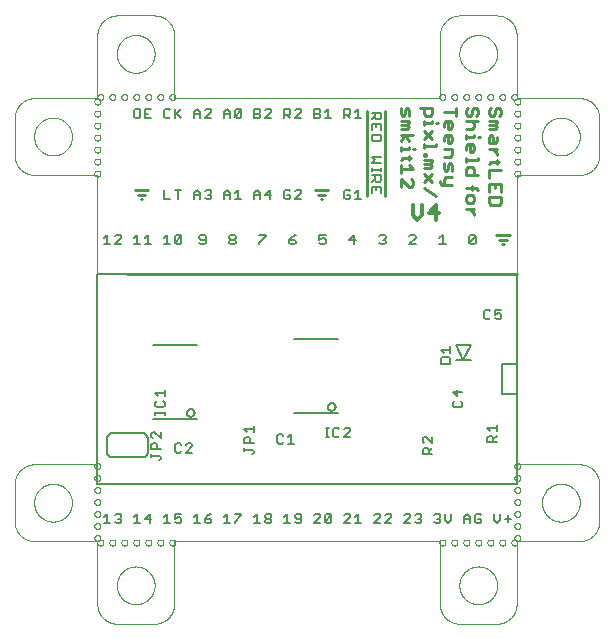
<source format=gto>
G75*
%MOIN*%
%OFA0B0*%
%FSLAX25Y25*%
%IPPOS*%
%LPD*%
%AMOC8*
5,1,8,0,0,1.08239X$1,22.5*
%
%ADD10C,0.00800*%
%ADD11C,0.01000*%
%ADD12C,0.00000*%
%ADD13C,0.01200*%
%ADD14C,0.00600*%
D10*
X0002217Y0006900D02*
X0004352Y0006900D01*
X0003284Y0006900D02*
X0003284Y0010103D01*
X0002217Y0009035D01*
X0005900Y0009569D02*
X0006434Y0010103D01*
X0007501Y0010103D01*
X0008035Y0009569D01*
X0008035Y0009035D01*
X0007501Y0008501D01*
X0008035Y0007968D01*
X0008035Y0007434D01*
X0007501Y0006900D01*
X0006434Y0006900D01*
X0005900Y0007434D01*
X0006968Y0008501D02*
X0007501Y0008501D01*
X0012217Y0009035D02*
X0013284Y0010103D01*
X0013284Y0006900D01*
X0012217Y0006900D02*
X0014352Y0006900D01*
X0015900Y0008501D02*
X0018035Y0008501D01*
X0017501Y0006900D02*
X0017501Y0010103D01*
X0015900Y0008501D01*
X0022217Y0009035D02*
X0023284Y0010103D01*
X0023284Y0006900D01*
X0022217Y0006900D02*
X0024352Y0006900D01*
X0025900Y0007434D02*
X0026434Y0006900D01*
X0027501Y0006900D01*
X0028035Y0007434D01*
X0028035Y0008501D01*
X0027501Y0009035D01*
X0026968Y0009035D01*
X0025900Y0008501D01*
X0025900Y0010103D01*
X0028035Y0010103D01*
X0032217Y0009035D02*
X0033284Y0010103D01*
X0033284Y0006900D01*
X0032217Y0006900D02*
X0034352Y0006900D01*
X0035900Y0007434D02*
X0035900Y0008501D01*
X0037501Y0008501D01*
X0038035Y0007968D01*
X0038035Y0007434D01*
X0037501Y0006900D01*
X0036434Y0006900D01*
X0035900Y0007434D01*
X0035900Y0008501D02*
X0036968Y0009569D01*
X0038035Y0010103D01*
X0042217Y0009035D02*
X0043284Y0010103D01*
X0043284Y0006900D01*
X0042217Y0006900D02*
X0044352Y0006900D01*
X0045900Y0006900D02*
X0045900Y0007434D01*
X0048035Y0009569D01*
X0048035Y0010103D01*
X0045900Y0010103D01*
X0052217Y0009035D02*
X0053284Y0010103D01*
X0053284Y0006900D01*
X0052217Y0006900D02*
X0054352Y0006900D01*
X0055900Y0007434D02*
X0055900Y0007968D01*
X0056434Y0008501D01*
X0057501Y0008501D01*
X0058035Y0007968D01*
X0058035Y0007434D01*
X0057501Y0006900D01*
X0056434Y0006900D01*
X0055900Y0007434D01*
X0056434Y0008501D02*
X0055900Y0009035D01*
X0055900Y0009569D01*
X0056434Y0010103D01*
X0057501Y0010103D01*
X0058035Y0009569D01*
X0058035Y0009035D01*
X0057501Y0008501D01*
X0062217Y0009035D02*
X0063284Y0010103D01*
X0063284Y0006900D01*
X0062217Y0006900D02*
X0064352Y0006900D01*
X0065900Y0007434D02*
X0066434Y0006900D01*
X0067501Y0006900D01*
X0068035Y0007434D01*
X0068035Y0009569D01*
X0067501Y0010103D01*
X0066434Y0010103D01*
X0065900Y0009569D01*
X0065900Y0009035D01*
X0066434Y0008501D01*
X0068035Y0008501D01*
X0072217Y0009569D02*
X0072751Y0010103D01*
X0073818Y0010103D01*
X0074352Y0009569D01*
X0074352Y0009035D01*
X0072217Y0006900D01*
X0074352Y0006900D01*
X0075900Y0007434D02*
X0075900Y0009569D01*
X0076434Y0010103D01*
X0077501Y0010103D01*
X0078035Y0009569D01*
X0075900Y0007434D01*
X0076434Y0006900D01*
X0077501Y0006900D01*
X0078035Y0007434D01*
X0078035Y0009569D01*
X0082217Y0009569D02*
X0082751Y0010103D01*
X0083818Y0010103D01*
X0084352Y0009569D01*
X0084352Y0009035D01*
X0082217Y0006900D01*
X0084352Y0006900D01*
X0085900Y0006900D02*
X0088035Y0006900D01*
X0086968Y0006900D02*
X0086968Y0010103D01*
X0085900Y0009035D01*
X0092217Y0009569D02*
X0092751Y0010103D01*
X0093818Y0010103D01*
X0094352Y0009569D01*
X0094352Y0009035D01*
X0092217Y0006900D01*
X0094352Y0006900D01*
X0095900Y0006900D02*
X0098035Y0009035D01*
X0098035Y0009569D01*
X0097501Y0010103D01*
X0096434Y0010103D01*
X0095900Y0009569D01*
X0095900Y0006900D02*
X0098035Y0006900D01*
X0102217Y0006900D02*
X0104352Y0009035D01*
X0104352Y0009569D01*
X0103818Y0010103D01*
X0102751Y0010103D01*
X0102217Y0009569D01*
X0102217Y0006900D02*
X0104352Y0006900D01*
X0105900Y0007434D02*
X0106434Y0006900D01*
X0107501Y0006900D01*
X0108035Y0007434D01*
X0108035Y0007968D01*
X0107501Y0008501D01*
X0106968Y0008501D01*
X0107501Y0008501D02*
X0108035Y0009035D01*
X0108035Y0009569D01*
X0107501Y0010103D01*
X0106434Y0010103D01*
X0105900Y0009569D01*
X0112217Y0009569D02*
X0112751Y0010103D01*
X0113818Y0010103D01*
X0114352Y0009569D01*
X0114352Y0009035D01*
X0113818Y0008501D01*
X0114352Y0007968D01*
X0114352Y0007434D01*
X0113818Y0006900D01*
X0112751Y0006900D01*
X0112217Y0007434D01*
X0113284Y0008501D02*
X0113818Y0008501D01*
X0115900Y0007968D02*
X0116968Y0006900D01*
X0118035Y0007968D01*
X0118035Y0010103D01*
X0115900Y0010103D02*
X0115900Y0007968D01*
X0122217Y0008501D02*
X0124352Y0008501D01*
X0124352Y0009035D02*
X0124352Y0006900D01*
X0125900Y0007434D02*
X0125900Y0009569D01*
X0126434Y0010103D01*
X0127501Y0010103D01*
X0128035Y0009569D01*
X0128035Y0008501D02*
X0126968Y0008501D01*
X0128035Y0008501D02*
X0128035Y0007434D01*
X0127501Y0006900D01*
X0126434Y0006900D01*
X0125900Y0007434D01*
X0124352Y0009035D02*
X0123284Y0010103D01*
X0122217Y0009035D01*
X0122217Y0006900D01*
X0132217Y0007968D02*
X0133284Y0006900D01*
X0134352Y0007968D01*
X0134352Y0010103D01*
X0132217Y0010103D02*
X0132217Y0007968D01*
X0135900Y0008501D02*
X0138035Y0008501D01*
X0136968Y0007434D02*
X0136968Y0009569D01*
X0140000Y0020000D02*
X0140000Y0030000D01*
X0140000Y0050000D01*
X0135000Y0050000D01*
X0135000Y0060000D01*
X0140000Y0060000D01*
X0140000Y0090000D01*
X0000000Y0090000D01*
X0000000Y0030000D01*
X0000000Y0020000D01*
X0140000Y0020000D01*
X0140000Y0050000D01*
X0140000Y0060000D01*
X0140000Y0080000D01*
X0140000Y0090000D01*
X0000000Y0090000D01*
X0000000Y0080000D01*
X0000000Y0020000D01*
X0140000Y0020000D01*
X0133100Y0033900D02*
X0129897Y0033900D01*
X0129897Y0035501D01*
X0130431Y0036035D01*
X0131499Y0036035D01*
X0132032Y0035501D01*
X0132032Y0033900D01*
X0132032Y0034968D02*
X0133100Y0036035D01*
X0133100Y0037583D02*
X0133100Y0039718D01*
X0133100Y0038651D02*
X0129897Y0038651D01*
X0130965Y0037583D01*
X0121600Y0046067D02*
X0121600Y0047135D01*
X0121066Y0047669D01*
X0121600Y0046067D02*
X0121066Y0045534D01*
X0118931Y0045534D01*
X0118397Y0046067D01*
X0118397Y0047135D01*
X0118931Y0047669D01*
X0119999Y0049217D02*
X0119999Y0051352D01*
X0121600Y0050818D02*
X0118397Y0050818D01*
X0119999Y0049217D01*
X0117663Y0060069D02*
X0114460Y0060069D01*
X0114460Y0061671D01*
X0114994Y0062204D01*
X0117129Y0062204D01*
X0117663Y0061671D01*
X0117663Y0060069D01*
X0119500Y0061500D02*
X0122000Y0061500D01*
X0119500Y0066500D01*
X0124500Y0066500D01*
X0122000Y0061500D01*
X0124500Y0061500D01*
X0117663Y0063752D02*
X0117663Y0065888D01*
X0117663Y0064820D02*
X0114460Y0064820D01*
X0115528Y0063752D01*
X0128900Y0075434D02*
X0129434Y0074900D01*
X0130501Y0074900D01*
X0131035Y0075434D01*
X0132583Y0075434D02*
X0133117Y0074900D01*
X0134185Y0074900D01*
X0134718Y0075434D01*
X0134718Y0076501D01*
X0134185Y0077035D01*
X0133651Y0077035D01*
X0132583Y0076501D01*
X0132583Y0078103D01*
X0134718Y0078103D01*
X0131035Y0077569D02*
X0130501Y0078103D01*
X0129434Y0078103D01*
X0128900Y0077569D01*
X0128900Y0075434D01*
X0135000Y0060000D02*
X0140000Y0060000D01*
X0135000Y0060000D02*
X0135000Y0050000D01*
X0140000Y0050000D01*
X0111600Y0035718D02*
X0111600Y0033583D01*
X0109465Y0035718D01*
X0108931Y0035718D01*
X0108397Y0035185D01*
X0108397Y0034117D01*
X0108931Y0033583D01*
X0108931Y0032035D02*
X0109999Y0032035D01*
X0110532Y0031501D01*
X0110532Y0029900D01*
X0110532Y0030968D02*
X0111600Y0032035D01*
X0111600Y0029900D02*
X0108397Y0029900D01*
X0108397Y0031501D01*
X0108931Y0032035D01*
X0084352Y0035591D02*
X0082217Y0035591D01*
X0084352Y0037726D01*
X0084352Y0038260D01*
X0083818Y0038794D01*
X0082751Y0038794D01*
X0082217Y0038260D01*
X0080669Y0038260D02*
X0080135Y0038794D01*
X0079067Y0038794D01*
X0078534Y0038260D01*
X0078534Y0036125D01*
X0079067Y0035591D01*
X0080135Y0035591D01*
X0080669Y0036125D01*
X0077146Y0035591D02*
X0076078Y0035591D01*
X0076612Y0035591D02*
X0076612Y0038794D01*
X0076078Y0038794D02*
X0077146Y0038794D01*
X0065718Y0033400D02*
X0063583Y0033400D01*
X0064651Y0033400D02*
X0064651Y0036603D01*
X0063583Y0035535D01*
X0062035Y0036069D02*
X0061501Y0036603D01*
X0060434Y0036603D01*
X0059900Y0036069D01*
X0059900Y0033934D01*
X0060434Y0033400D01*
X0061501Y0033400D01*
X0062035Y0033934D01*
X0052100Y0033558D02*
X0048897Y0033558D01*
X0048897Y0035160D01*
X0049431Y0035694D01*
X0050499Y0035694D01*
X0051032Y0035160D01*
X0051032Y0033558D01*
X0051566Y0031477D02*
X0048897Y0031477D01*
X0048897Y0032010D02*
X0048897Y0030943D01*
X0051566Y0031477D02*
X0052100Y0030943D01*
X0052100Y0030409D01*
X0051566Y0029875D01*
X0052100Y0037242D02*
X0052100Y0039377D01*
X0052100Y0038309D02*
X0048897Y0038309D01*
X0049965Y0037242D01*
X0031718Y0033069D02*
X0031718Y0032535D01*
X0029583Y0030400D01*
X0031718Y0030400D01*
X0031718Y0033069D02*
X0031185Y0033603D01*
X0030117Y0033603D01*
X0029583Y0033069D01*
X0028035Y0033069D02*
X0027501Y0033603D01*
X0026434Y0033603D01*
X0025900Y0033069D01*
X0025900Y0030934D01*
X0026434Y0030400D01*
X0027501Y0030400D01*
X0028035Y0030934D01*
X0021100Y0031558D02*
X0017897Y0031558D01*
X0017897Y0033160D01*
X0018431Y0033694D01*
X0019499Y0033694D01*
X0020032Y0033160D01*
X0020032Y0031558D01*
X0020566Y0029477D02*
X0017897Y0029477D01*
X0017897Y0030010D02*
X0017897Y0028943D01*
X0020566Y0029477D02*
X0021100Y0028943D01*
X0021100Y0028409D01*
X0020566Y0027875D01*
X0021100Y0035242D02*
X0018965Y0037377D01*
X0018431Y0037377D01*
X0017897Y0036843D01*
X0017897Y0035775D01*
X0018431Y0035242D01*
X0021100Y0035242D02*
X0021100Y0037377D01*
X0022409Y0043078D02*
X0022409Y0044146D01*
X0022409Y0043612D02*
X0019206Y0043612D01*
X0019206Y0043078D02*
X0019206Y0044146D01*
X0019740Y0045534D02*
X0021875Y0045534D01*
X0022409Y0046067D01*
X0022409Y0047135D01*
X0021875Y0047669D01*
X0022409Y0049217D02*
X0022409Y0051352D01*
X0022409Y0050284D02*
X0019206Y0050284D01*
X0020274Y0049217D01*
X0019740Y0047669D02*
X0019206Y0047135D01*
X0019206Y0046067D01*
X0019740Y0045534D01*
X0018035Y0099900D02*
X0015900Y0099900D01*
X0016968Y0099900D02*
X0016968Y0103103D01*
X0015900Y0102035D01*
X0014352Y0099900D02*
X0012217Y0099900D01*
X0013284Y0099900D02*
X0013284Y0103103D01*
X0012217Y0102035D01*
X0008035Y0102035D02*
X0008035Y0102569D01*
X0007501Y0103103D01*
X0006434Y0103103D01*
X0005900Y0102569D01*
X0008035Y0102035D02*
X0005900Y0099900D01*
X0008035Y0099900D01*
X0004352Y0099900D02*
X0002217Y0099900D01*
X0003284Y0099900D02*
X0003284Y0103103D01*
X0002217Y0102035D01*
X0022217Y0102035D02*
X0023284Y0103103D01*
X0023284Y0099900D01*
X0022217Y0099900D02*
X0024352Y0099900D01*
X0025900Y0100434D02*
X0028035Y0102569D01*
X0028035Y0100434D01*
X0027501Y0099900D01*
X0026434Y0099900D01*
X0025900Y0100434D01*
X0025900Y0102569D01*
X0026434Y0103103D01*
X0027501Y0103103D01*
X0028035Y0102569D01*
X0034058Y0102569D02*
X0034058Y0102035D01*
X0034592Y0101501D01*
X0036194Y0101501D01*
X0036194Y0100434D02*
X0036194Y0102569D01*
X0035660Y0103103D01*
X0034592Y0103103D01*
X0034058Y0102569D01*
X0034058Y0100434D02*
X0034592Y0099900D01*
X0035660Y0099900D01*
X0036194Y0100434D01*
X0044058Y0100434D02*
X0044058Y0100968D01*
X0044592Y0101501D01*
X0045660Y0101501D01*
X0046194Y0100968D01*
X0046194Y0100434D01*
X0045660Y0099900D01*
X0044592Y0099900D01*
X0044058Y0100434D01*
X0044592Y0101501D02*
X0044058Y0102035D01*
X0044058Y0102569D01*
X0044592Y0103103D01*
X0045660Y0103103D01*
X0046194Y0102569D01*
X0046194Y0102035D01*
X0045660Y0101501D01*
X0054058Y0100434D02*
X0054058Y0099900D01*
X0054058Y0100434D02*
X0056194Y0102569D01*
X0056194Y0103103D01*
X0054058Y0103103D01*
X0064058Y0101501D02*
X0065660Y0101501D01*
X0066194Y0100968D01*
X0066194Y0100434D01*
X0065660Y0099900D01*
X0064592Y0099900D01*
X0064058Y0100434D01*
X0064058Y0101501D01*
X0065126Y0102569D01*
X0066194Y0103103D01*
X0074058Y0103103D02*
X0074058Y0101501D01*
X0075126Y0102035D01*
X0075660Y0102035D01*
X0076194Y0101501D01*
X0076194Y0100434D01*
X0075660Y0099900D01*
X0074592Y0099900D01*
X0074058Y0100434D01*
X0074058Y0103103D02*
X0076194Y0103103D01*
X0084058Y0101501D02*
X0086194Y0101501D01*
X0085660Y0099900D02*
X0085660Y0103103D01*
X0084058Y0101501D01*
X0094058Y0100434D02*
X0094592Y0099900D01*
X0095660Y0099900D01*
X0096194Y0100434D01*
X0096194Y0100968D01*
X0095660Y0101501D01*
X0095126Y0101501D01*
X0095660Y0101501D02*
X0096194Y0102035D01*
X0096194Y0102569D01*
X0095660Y0103103D01*
X0094592Y0103103D01*
X0094058Y0102569D01*
X0104058Y0102569D02*
X0104592Y0103103D01*
X0105660Y0103103D01*
X0106194Y0102569D01*
X0106194Y0102035D01*
X0104058Y0099900D01*
X0106194Y0099900D01*
X0114058Y0099900D02*
X0116194Y0099900D01*
X0115126Y0099900D02*
X0115126Y0103103D01*
X0114058Y0102035D01*
X0124058Y0102569D02*
X0124058Y0100434D01*
X0126194Y0102569D01*
X0126194Y0100434D01*
X0125660Y0099900D01*
X0124592Y0099900D01*
X0124058Y0100434D01*
X0124058Y0102569D02*
X0124592Y0103103D01*
X0125660Y0103103D01*
X0126194Y0102569D01*
X0094603Y0117029D02*
X0094603Y0119164D01*
X0091400Y0119164D01*
X0091400Y0117029D01*
X0093001Y0118097D02*
X0093001Y0119164D01*
X0093001Y0120712D02*
X0092468Y0121246D01*
X0092468Y0122848D01*
X0092468Y0121780D02*
X0091400Y0120712D01*
X0093001Y0120712D02*
X0094069Y0120712D01*
X0094603Y0121246D01*
X0094603Y0122848D01*
X0091400Y0122848D01*
X0091400Y0124235D02*
X0091400Y0125303D01*
X0091400Y0124769D02*
X0094603Y0124769D01*
X0094603Y0125303D02*
X0094603Y0124235D01*
X0094603Y0126851D02*
X0091400Y0126851D01*
X0092468Y0127919D01*
X0091400Y0128986D01*
X0094603Y0128986D01*
X0094069Y0134217D02*
X0094603Y0134751D01*
X0094603Y0136352D01*
X0091400Y0136352D01*
X0091400Y0134751D01*
X0091934Y0134217D01*
X0094069Y0134217D01*
X0094603Y0137900D02*
X0094603Y0140036D01*
X0091400Y0140036D01*
X0091400Y0137900D01*
X0093001Y0138968D02*
X0093001Y0140036D01*
X0093001Y0141584D02*
X0092468Y0142117D01*
X0092468Y0143719D01*
X0092468Y0142651D02*
X0091400Y0141584D01*
X0093001Y0141584D02*
X0094069Y0141584D01*
X0094603Y0142117D01*
X0094603Y0143719D01*
X0091400Y0143719D01*
X0088035Y0141900D02*
X0085900Y0141900D01*
X0086968Y0141900D02*
X0086968Y0145103D01*
X0085900Y0144035D01*
X0084352Y0143501D02*
X0083818Y0142968D01*
X0082217Y0142968D01*
X0083284Y0142968D02*
X0084352Y0141900D01*
X0084352Y0143501D02*
X0084352Y0144569D01*
X0083818Y0145103D01*
X0082217Y0145103D01*
X0082217Y0141900D01*
X0078035Y0141900D02*
X0075900Y0141900D01*
X0076968Y0141900D02*
X0076968Y0145103D01*
X0075900Y0144035D01*
X0074352Y0144035D02*
X0073818Y0143501D01*
X0072217Y0143501D01*
X0072217Y0141900D02*
X0073818Y0141900D01*
X0074352Y0142434D01*
X0074352Y0142968D01*
X0073818Y0143501D01*
X0074352Y0144035D02*
X0074352Y0144569D01*
X0073818Y0145103D01*
X0072217Y0145103D01*
X0072217Y0141900D01*
X0068035Y0141900D02*
X0065900Y0141900D01*
X0068035Y0144035D01*
X0068035Y0144569D01*
X0067501Y0145103D01*
X0066434Y0145103D01*
X0065900Y0144569D01*
X0064352Y0144569D02*
X0064352Y0143501D01*
X0063818Y0142968D01*
X0062217Y0142968D01*
X0063284Y0142968D02*
X0064352Y0141900D01*
X0062217Y0141900D02*
X0062217Y0145103D01*
X0063818Y0145103D01*
X0064352Y0144569D01*
X0058035Y0144569D02*
X0057501Y0145103D01*
X0056434Y0145103D01*
X0055900Y0144569D01*
X0054352Y0144569D02*
X0054352Y0144035D01*
X0053818Y0143501D01*
X0052217Y0143501D01*
X0052217Y0141900D02*
X0053818Y0141900D01*
X0054352Y0142434D01*
X0054352Y0142968D01*
X0053818Y0143501D01*
X0054352Y0144569D02*
X0053818Y0145103D01*
X0052217Y0145103D01*
X0052217Y0141900D01*
X0055900Y0141900D02*
X0058035Y0144035D01*
X0058035Y0144569D01*
X0058035Y0141900D02*
X0055900Y0141900D01*
X0048035Y0142434D02*
X0047501Y0141900D01*
X0046434Y0141900D01*
X0045900Y0142434D01*
X0048035Y0144569D01*
X0048035Y0142434D01*
X0048035Y0144569D02*
X0047501Y0145103D01*
X0046434Y0145103D01*
X0045900Y0144569D01*
X0045900Y0142434D01*
X0044352Y0141900D02*
X0044352Y0144035D01*
X0043284Y0145103D01*
X0042217Y0144035D01*
X0042217Y0141900D01*
X0042217Y0143501D02*
X0044352Y0143501D01*
X0038035Y0144035D02*
X0038035Y0144569D01*
X0037501Y0145103D01*
X0036434Y0145103D01*
X0035900Y0144569D01*
X0034352Y0144035D02*
X0034352Y0141900D01*
X0035900Y0141900D02*
X0038035Y0144035D01*
X0038035Y0141900D02*
X0035900Y0141900D01*
X0034352Y0143501D02*
X0032217Y0143501D01*
X0032217Y0144035D02*
X0032217Y0141900D01*
X0032217Y0144035D02*
X0033284Y0145103D01*
X0034352Y0144035D01*
X0028035Y0145103D02*
X0025900Y0142968D01*
X0026434Y0143501D02*
X0028035Y0141900D01*
X0025900Y0141900D02*
X0025900Y0145103D01*
X0024352Y0144569D02*
X0023818Y0145103D01*
X0022751Y0145103D01*
X0022217Y0144569D01*
X0022217Y0142434D01*
X0022751Y0141900D01*
X0023818Y0141900D01*
X0024352Y0142434D01*
X0018035Y0141900D02*
X0015900Y0141900D01*
X0015900Y0145103D01*
X0018035Y0145103D01*
X0016968Y0143501D02*
X0015900Y0143501D01*
X0014352Y0142434D02*
X0014352Y0144569D01*
X0013818Y0145103D01*
X0012751Y0145103D01*
X0012217Y0144569D01*
X0012217Y0142434D01*
X0012751Y0141900D01*
X0013818Y0141900D01*
X0014352Y0142434D01*
X0022217Y0118103D02*
X0022217Y0114900D01*
X0024352Y0114900D01*
X0026968Y0114900D02*
X0026968Y0118103D01*
X0028035Y0118103D02*
X0025900Y0118103D01*
X0032217Y0117035D02*
X0033284Y0118103D01*
X0034352Y0117035D01*
X0034352Y0114900D01*
X0034352Y0116501D02*
X0032217Y0116501D01*
X0032217Y0117035D02*
X0032217Y0114900D01*
X0035900Y0115434D02*
X0036434Y0114900D01*
X0037501Y0114900D01*
X0038035Y0115434D01*
X0038035Y0115968D01*
X0037501Y0116501D01*
X0036968Y0116501D01*
X0037501Y0116501D02*
X0038035Y0117035D01*
X0038035Y0117569D01*
X0037501Y0118103D01*
X0036434Y0118103D01*
X0035900Y0117569D01*
X0042217Y0117035D02*
X0043284Y0118103D01*
X0044352Y0117035D01*
X0044352Y0114900D01*
X0045900Y0114900D02*
X0048035Y0114900D01*
X0046968Y0114900D02*
X0046968Y0118103D01*
X0045900Y0117035D01*
X0044352Y0116501D02*
X0042217Y0116501D01*
X0042217Y0117035D02*
X0042217Y0114900D01*
X0052217Y0114900D02*
X0052217Y0117035D01*
X0053284Y0118103D01*
X0054352Y0117035D01*
X0054352Y0114900D01*
X0054352Y0116501D02*
X0052217Y0116501D01*
X0055900Y0116501D02*
X0058035Y0116501D01*
X0057501Y0114900D02*
X0057501Y0118103D01*
X0055900Y0116501D01*
X0062217Y0115434D02*
X0062751Y0114900D01*
X0063818Y0114900D01*
X0064352Y0115434D01*
X0064352Y0116501D01*
X0063284Y0116501D01*
X0064352Y0116501D01*
X0064352Y0115434D01*
X0063818Y0114900D01*
X0062751Y0114900D01*
X0062217Y0115434D01*
X0062217Y0117569D01*
X0062751Y0118103D01*
X0063818Y0118103D01*
X0064352Y0117569D01*
X0063818Y0118103D01*
X0062751Y0118103D01*
X0062217Y0117569D01*
X0062217Y0115434D01*
X0065900Y0114900D02*
X0068035Y0117035D01*
X0068035Y0117569D01*
X0067501Y0118103D01*
X0066434Y0118103D01*
X0065900Y0117569D01*
X0066434Y0118103D01*
X0067501Y0118103D01*
X0068035Y0117569D01*
X0068035Y0117035D01*
X0065900Y0114900D01*
X0068035Y0114900D01*
X0065900Y0114900D01*
X0082217Y0115434D02*
X0082751Y0114900D01*
X0083818Y0114900D01*
X0084352Y0115434D01*
X0084352Y0116501D01*
X0083284Y0116501D01*
X0082217Y0115434D02*
X0082217Y0117569D01*
X0082751Y0118103D01*
X0083818Y0118103D01*
X0084352Y0117569D01*
X0085900Y0117035D02*
X0086968Y0118103D01*
X0086968Y0114900D01*
X0088035Y0114900D02*
X0085900Y0114900D01*
D11*
X0090000Y0116000D02*
X0090000Y0144500D01*
X0096000Y0144500D02*
X0096000Y0116000D01*
X0101250Y0119044D02*
X0101250Y0121713D01*
X0103919Y0119044D01*
X0104586Y0119044D01*
X0105253Y0119711D01*
X0105253Y0121046D01*
X0104586Y0121713D01*
X0105253Y0124983D02*
X0101250Y0124983D01*
X0101250Y0126317D02*
X0101250Y0123648D01*
X0103919Y0126317D02*
X0105253Y0124983D01*
X0103919Y0128052D02*
X0103919Y0129386D01*
X0104586Y0128719D02*
X0101917Y0128719D01*
X0101250Y0128052D01*
X0101250Y0131121D02*
X0101250Y0132456D01*
X0101250Y0131788D02*
X0103919Y0131788D01*
X0103919Y0132456D01*
X0105253Y0131788D02*
X0105921Y0131788D01*
X0108750Y0131888D02*
X0108750Y0133223D01*
X0108750Y0132556D02*
X0112753Y0132556D01*
X0112753Y0133223D01*
X0111419Y0135158D02*
X0108750Y0137827D01*
X0108750Y0139562D02*
X0108750Y0140896D01*
X0108750Y0140229D02*
X0111419Y0140229D01*
X0111419Y0140896D01*
X0112753Y0140229D02*
X0113421Y0140229D01*
X0115500Y0140229D02*
X0115500Y0138894D01*
X0115500Y0140229D02*
X0116167Y0140896D01*
X0117502Y0140896D01*
X0118169Y0140229D01*
X0118169Y0138894D01*
X0117502Y0138227D01*
X0116834Y0138227D01*
X0116834Y0140896D01*
X0119503Y0142831D02*
X0119503Y0145500D01*
X0119503Y0144166D02*
X0115500Y0144166D01*
X0111419Y0143498D02*
X0110752Y0142831D01*
X0109417Y0142831D01*
X0108750Y0143498D01*
X0108750Y0145500D01*
X0107416Y0145500D02*
X0111419Y0145500D01*
X0111419Y0143498D01*
X0111419Y0137827D02*
X0108750Y0135158D01*
X0105253Y0136292D02*
X0101250Y0136292D01*
X0102584Y0136292D02*
X0103919Y0134290D01*
X0102584Y0136292D02*
X0101250Y0134290D01*
X0101250Y0138227D02*
X0103252Y0138227D01*
X0103919Y0138894D01*
X0103252Y0139562D01*
X0101250Y0139562D01*
X0101250Y0140896D02*
X0103919Y0140896D01*
X0103919Y0140229D01*
X0103252Y0139562D01*
X0103919Y0142831D02*
X0103919Y0144833D01*
X0103252Y0145500D01*
X0102584Y0144833D01*
X0102584Y0143498D01*
X0101917Y0142831D01*
X0101250Y0143498D01*
X0101250Y0145500D01*
X0115500Y0135625D02*
X0115500Y0134290D01*
X0115500Y0135625D02*
X0116167Y0136292D01*
X0117502Y0136292D01*
X0118169Y0135625D01*
X0118169Y0134290D01*
X0117502Y0133623D01*
X0116834Y0133623D01*
X0116834Y0136292D01*
X0115500Y0131688D02*
X0118169Y0131688D01*
X0118169Y0129687D01*
X0117502Y0129019D01*
X0115500Y0129019D01*
X0115500Y0127084D02*
X0115500Y0125083D01*
X0116167Y0124415D01*
X0116834Y0125083D01*
X0116834Y0126417D01*
X0117502Y0127084D01*
X0118169Y0126417D01*
X0118169Y0124415D01*
X0118169Y0122480D02*
X0116167Y0122480D01*
X0115500Y0121813D01*
X0115500Y0119811D01*
X0114833Y0119811D02*
X0114166Y0120479D01*
X0114166Y0121146D01*
X0114833Y0119811D02*
X0118169Y0119811D01*
X0123000Y0118833D02*
X0126336Y0118833D01*
X0127003Y0118166D01*
X0125002Y0118166D02*
X0125002Y0119500D01*
X0125669Y0122881D02*
X0125669Y0124882D01*
X0125002Y0125550D01*
X0123667Y0125550D01*
X0123000Y0124882D01*
X0123000Y0122881D01*
X0127003Y0122881D01*
X0130500Y0122113D02*
X0130500Y0124782D01*
X0134503Y0124782D01*
X0133169Y0126517D02*
X0133169Y0127852D01*
X0133836Y0127184D02*
X0131167Y0127184D01*
X0130500Y0126517D01*
X0133169Y0129687D02*
X0133169Y0130354D01*
X0131834Y0131688D01*
X0130500Y0131688D02*
X0133169Y0131688D01*
X0132502Y0133623D02*
X0130500Y0133623D01*
X0130500Y0135625D01*
X0131167Y0136292D01*
X0131834Y0135625D01*
X0131834Y0133623D01*
X0132502Y0133623D02*
X0133169Y0134290D01*
X0133169Y0135625D01*
X0132502Y0138227D02*
X0130500Y0138227D01*
X0130500Y0139562D02*
X0132502Y0139562D01*
X0133169Y0138894D01*
X0132502Y0138227D01*
X0132502Y0139562D02*
X0133169Y0140229D01*
X0133169Y0140896D01*
X0130500Y0140896D01*
X0131167Y0142831D02*
X0130500Y0143498D01*
X0130500Y0144833D01*
X0131167Y0145500D01*
X0132502Y0144833D02*
X0132502Y0143498D01*
X0131834Y0142831D01*
X0131167Y0142831D01*
X0132502Y0144833D02*
X0133169Y0145500D01*
X0133836Y0145500D01*
X0134503Y0144833D01*
X0134503Y0143498D01*
X0133836Y0142831D01*
X0127003Y0143498D02*
X0127003Y0144833D01*
X0126336Y0145500D01*
X0125669Y0145500D01*
X0125002Y0144833D01*
X0125002Y0143498D01*
X0124334Y0142831D01*
X0123667Y0142831D01*
X0123000Y0143498D01*
X0123000Y0144833D01*
X0123667Y0145500D01*
X0126336Y0142831D02*
X0127003Y0143498D01*
X0127003Y0140896D02*
X0123000Y0140896D01*
X0125002Y0140896D02*
X0125669Y0140229D01*
X0125669Y0138894D01*
X0125002Y0138227D01*
X0123000Y0138227D01*
X0123000Y0136292D02*
X0123000Y0134958D01*
X0123000Y0135625D02*
X0125669Y0135625D01*
X0125669Y0136292D01*
X0127003Y0135625D02*
X0127671Y0135625D01*
X0125002Y0133223D02*
X0125669Y0132556D01*
X0125669Y0131221D01*
X0125002Y0130554D01*
X0124334Y0130554D01*
X0124334Y0133223D01*
X0123667Y0133223D02*
X0125002Y0133223D01*
X0123667Y0133223D02*
X0123000Y0132556D01*
X0123000Y0131221D01*
X0123000Y0128619D02*
X0123000Y0127284D01*
X0123000Y0127952D02*
X0127003Y0127952D01*
X0127003Y0128619D01*
X0130500Y0120178D02*
X0130500Y0117509D01*
X0130500Y0115574D02*
X0130500Y0113573D01*
X0131167Y0112906D01*
X0133836Y0112906D01*
X0134503Y0113573D01*
X0134503Y0115574D01*
X0130500Y0115574D01*
X0132502Y0118844D02*
X0132502Y0120178D01*
X0134503Y0120178D02*
X0134503Y0117509D01*
X0134503Y0120178D02*
X0130500Y0120178D01*
X0125669Y0115763D02*
X0125002Y0116431D01*
X0123667Y0116431D01*
X0123000Y0115763D01*
X0123000Y0114429D01*
X0123667Y0113762D01*
X0125002Y0113762D01*
X0125669Y0114429D01*
X0125669Y0115763D01*
X0125669Y0111827D02*
X0123000Y0111827D01*
X0124334Y0111827D02*
X0125669Y0110492D01*
X0125669Y0109825D01*
X0133000Y0103000D02*
X0137500Y0103000D01*
X0136500Y0101500D02*
X0134000Y0101500D01*
X0135000Y0100000D02*
X0135500Y0100000D01*
X0140000Y0090000D02*
X0010000Y0090000D01*
X0140000Y0090000D01*
X0112753Y0115975D02*
X0108750Y0118644D01*
X0108750Y0120579D02*
X0111419Y0123248D01*
X0110752Y0125183D02*
X0108750Y0125183D01*
X0108750Y0126517D02*
X0110752Y0126517D01*
X0111419Y0125850D01*
X0110752Y0125183D01*
X0110752Y0126517D02*
X0111419Y0127184D01*
X0111419Y0127852D01*
X0108750Y0127852D01*
X0108750Y0129486D02*
X0108750Y0130154D01*
X0109417Y0130154D01*
X0109417Y0129486D01*
X0108750Y0129486D01*
X0108750Y0123248D02*
X0111419Y0120579D01*
X0077000Y0118000D02*
X0072500Y0118000D01*
X0073500Y0116500D02*
X0076000Y0116500D01*
X0075000Y0115000D02*
X0074500Y0115000D01*
X0017000Y0118000D02*
X0012500Y0118000D01*
X0013500Y0116500D02*
X0016000Y0116500D01*
X0015000Y0115000D02*
X0014500Y0115000D01*
D12*
X0000000Y0000984D02*
X0000000Y-0019685D01*
X-0000006Y-0019846D01*
X-0000007Y-0020008D01*
X-0000004Y-0020169D01*
X0000002Y-0020330D01*
X0000013Y-0020491D01*
X0000027Y-0020651D01*
X0000045Y-0020811D01*
X0000068Y-0020971D01*
X0000094Y-0021130D01*
X0000124Y-0021288D01*
X0000157Y-0021446D01*
X0000195Y-0021603D01*
X0000237Y-0021758D01*
X0000282Y-0021913D01*
X0000331Y-0022067D01*
X0000384Y-0022219D01*
X0000440Y-0022370D01*
X0000500Y-0022520D01*
X0000564Y-0022668D01*
X0000631Y-0022814D01*
X0000702Y-0022959D01*
X0000777Y-0023102D01*
X0000855Y-0023243D01*
X0000936Y-0023382D01*
X0001021Y-0023519D01*
X0001109Y-0023654D01*
X0001200Y-0023787D01*
X0001295Y-0023917D01*
X0001392Y-0024046D01*
X0001493Y-0024171D01*
X0001597Y-0024295D01*
X0001704Y-0024415D01*
X0001814Y-0024534D01*
X0001926Y-0024649D01*
X0002041Y-0024761D01*
X0002160Y-0024871D01*
X0002280Y-0024978D01*
X0002404Y-0025082D01*
X0002529Y-0025183D01*
X0002658Y-0025280D01*
X0002788Y-0025375D01*
X0002921Y-0025466D01*
X0003056Y-0025554D01*
X0003193Y-0025639D01*
X0003332Y-0025720D01*
X0003473Y-0025798D01*
X0003616Y-0025873D01*
X0003761Y-0025944D01*
X0003907Y-0026011D01*
X0004055Y-0026075D01*
X0004205Y-0026135D01*
X0004356Y-0026191D01*
X0004508Y-0026244D01*
X0004662Y-0026293D01*
X0004817Y-0026338D01*
X0004972Y-0026380D01*
X0005129Y-0026418D01*
X0005287Y-0026451D01*
X0005445Y-0026481D01*
X0005604Y-0026507D01*
X0005764Y-0026530D01*
X0005924Y-0026548D01*
X0006084Y-0026562D01*
X0006245Y-0026573D01*
X0006406Y-0026579D01*
X0006567Y-0026582D01*
X0006729Y-0026581D01*
X0006890Y-0026575D01*
X0018701Y-0026575D01*
X0018700Y-0026575D02*
X0018861Y-0026581D01*
X0019023Y-0026582D01*
X0019184Y-0026579D01*
X0019345Y-0026573D01*
X0019506Y-0026562D01*
X0019666Y-0026548D01*
X0019826Y-0026530D01*
X0019986Y-0026507D01*
X0020145Y-0026481D01*
X0020303Y-0026451D01*
X0020461Y-0026418D01*
X0020618Y-0026380D01*
X0020773Y-0026338D01*
X0020928Y-0026293D01*
X0021082Y-0026244D01*
X0021234Y-0026191D01*
X0021385Y-0026135D01*
X0021535Y-0026075D01*
X0021683Y-0026011D01*
X0021829Y-0025944D01*
X0021974Y-0025873D01*
X0022117Y-0025798D01*
X0022258Y-0025720D01*
X0022397Y-0025639D01*
X0022534Y-0025554D01*
X0022669Y-0025466D01*
X0022802Y-0025375D01*
X0022932Y-0025280D01*
X0023061Y-0025183D01*
X0023186Y-0025082D01*
X0023310Y-0024978D01*
X0023430Y-0024871D01*
X0023549Y-0024761D01*
X0023664Y-0024649D01*
X0023776Y-0024534D01*
X0023886Y-0024415D01*
X0023993Y-0024295D01*
X0024097Y-0024171D01*
X0024198Y-0024046D01*
X0024295Y-0023917D01*
X0024390Y-0023787D01*
X0024481Y-0023654D01*
X0024569Y-0023519D01*
X0024654Y-0023382D01*
X0024735Y-0023243D01*
X0024813Y-0023102D01*
X0024888Y-0022959D01*
X0024959Y-0022814D01*
X0025026Y-0022668D01*
X0025090Y-0022520D01*
X0025150Y-0022370D01*
X0025206Y-0022219D01*
X0025259Y-0022067D01*
X0025308Y-0021913D01*
X0025353Y-0021758D01*
X0025395Y-0021603D01*
X0025433Y-0021446D01*
X0025466Y-0021288D01*
X0025496Y-0021130D01*
X0025522Y-0020971D01*
X0025545Y-0020811D01*
X0025563Y-0020651D01*
X0025577Y-0020491D01*
X0025588Y-0020330D01*
X0025594Y-0020169D01*
X0025597Y-0020008D01*
X0025596Y-0019846D01*
X0025590Y-0019685D01*
X0025591Y-0019685D02*
X0025591Y0000984D01*
X0114173Y0000984D01*
X0114173Y-0019685D01*
X0114167Y-0019846D01*
X0114166Y-0020008D01*
X0114169Y-0020169D01*
X0114175Y-0020330D01*
X0114186Y-0020491D01*
X0114200Y-0020651D01*
X0114218Y-0020811D01*
X0114241Y-0020971D01*
X0114267Y-0021130D01*
X0114297Y-0021288D01*
X0114330Y-0021446D01*
X0114368Y-0021603D01*
X0114410Y-0021758D01*
X0114455Y-0021913D01*
X0114504Y-0022067D01*
X0114557Y-0022219D01*
X0114613Y-0022370D01*
X0114673Y-0022520D01*
X0114737Y-0022668D01*
X0114804Y-0022814D01*
X0114875Y-0022959D01*
X0114950Y-0023102D01*
X0115028Y-0023243D01*
X0115109Y-0023382D01*
X0115194Y-0023519D01*
X0115282Y-0023654D01*
X0115373Y-0023787D01*
X0115468Y-0023917D01*
X0115565Y-0024046D01*
X0115666Y-0024171D01*
X0115770Y-0024295D01*
X0115877Y-0024415D01*
X0115987Y-0024534D01*
X0116099Y-0024649D01*
X0116214Y-0024761D01*
X0116333Y-0024871D01*
X0116453Y-0024978D01*
X0116577Y-0025082D01*
X0116702Y-0025183D01*
X0116831Y-0025280D01*
X0116961Y-0025375D01*
X0117094Y-0025466D01*
X0117229Y-0025554D01*
X0117366Y-0025639D01*
X0117505Y-0025720D01*
X0117646Y-0025798D01*
X0117789Y-0025873D01*
X0117934Y-0025944D01*
X0118080Y-0026011D01*
X0118228Y-0026075D01*
X0118378Y-0026135D01*
X0118529Y-0026191D01*
X0118681Y-0026244D01*
X0118835Y-0026293D01*
X0118990Y-0026338D01*
X0119145Y-0026380D01*
X0119302Y-0026418D01*
X0119460Y-0026451D01*
X0119618Y-0026481D01*
X0119777Y-0026507D01*
X0119937Y-0026530D01*
X0120097Y-0026548D01*
X0120257Y-0026562D01*
X0120418Y-0026573D01*
X0120579Y-0026579D01*
X0120740Y-0026582D01*
X0120902Y-0026581D01*
X0121063Y-0026575D01*
X0132874Y-0026575D01*
X0133035Y-0026581D01*
X0133197Y-0026582D01*
X0133358Y-0026579D01*
X0133519Y-0026573D01*
X0133680Y-0026562D01*
X0133840Y-0026548D01*
X0134000Y-0026530D01*
X0134160Y-0026507D01*
X0134319Y-0026481D01*
X0134477Y-0026451D01*
X0134635Y-0026418D01*
X0134792Y-0026380D01*
X0134947Y-0026338D01*
X0135102Y-0026293D01*
X0135256Y-0026244D01*
X0135408Y-0026191D01*
X0135559Y-0026135D01*
X0135709Y-0026075D01*
X0135857Y-0026011D01*
X0136003Y-0025944D01*
X0136148Y-0025873D01*
X0136291Y-0025798D01*
X0136432Y-0025720D01*
X0136571Y-0025639D01*
X0136708Y-0025554D01*
X0136843Y-0025466D01*
X0136976Y-0025375D01*
X0137106Y-0025280D01*
X0137235Y-0025183D01*
X0137360Y-0025082D01*
X0137484Y-0024978D01*
X0137604Y-0024871D01*
X0137723Y-0024761D01*
X0137838Y-0024649D01*
X0137950Y-0024534D01*
X0138060Y-0024415D01*
X0138167Y-0024295D01*
X0138271Y-0024171D01*
X0138372Y-0024046D01*
X0138469Y-0023917D01*
X0138564Y-0023787D01*
X0138655Y-0023654D01*
X0138743Y-0023519D01*
X0138828Y-0023382D01*
X0138909Y-0023243D01*
X0138987Y-0023102D01*
X0139062Y-0022959D01*
X0139133Y-0022814D01*
X0139200Y-0022668D01*
X0139264Y-0022520D01*
X0139324Y-0022370D01*
X0139380Y-0022219D01*
X0139433Y-0022067D01*
X0139482Y-0021913D01*
X0139527Y-0021758D01*
X0139569Y-0021603D01*
X0139607Y-0021446D01*
X0139640Y-0021288D01*
X0139670Y-0021130D01*
X0139696Y-0020971D01*
X0139719Y-0020811D01*
X0139737Y-0020651D01*
X0139751Y-0020491D01*
X0139762Y-0020330D01*
X0139768Y-0020169D01*
X0139771Y-0020008D01*
X0139770Y-0019846D01*
X0139764Y-0019685D01*
X0139764Y0000984D01*
X0160433Y0000984D01*
X0160594Y0000978D01*
X0160756Y0000977D01*
X0160917Y0000980D01*
X0161078Y0000986D01*
X0161239Y0000997D01*
X0161399Y0001011D01*
X0161559Y0001029D01*
X0161719Y0001052D01*
X0161878Y0001078D01*
X0162036Y0001108D01*
X0162194Y0001141D01*
X0162351Y0001179D01*
X0162506Y0001221D01*
X0162661Y0001266D01*
X0162815Y0001315D01*
X0162967Y0001368D01*
X0163118Y0001424D01*
X0163268Y0001484D01*
X0163416Y0001548D01*
X0163562Y0001615D01*
X0163707Y0001686D01*
X0163850Y0001761D01*
X0163991Y0001839D01*
X0164130Y0001920D01*
X0164267Y0002005D01*
X0164402Y0002093D01*
X0164535Y0002184D01*
X0164665Y0002279D01*
X0164794Y0002376D01*
X0164919Y0002477D01*
X0165043Y0002581D01*
X0165163Y0002688D01*
X0165282Y0002798D01*
X0165397Y0002910D01*
X0165509Y0003025D01*
X0165619Y0003144D01*
X0165726Y0003264D01*
X0165830Y0003388D01*
X0165931Y0003513D01*
X0166028Y0003642D01*
X0166123Y0003772D01*
X0166214Y0003905D01*
X0166302Y0004040D01*
X0166387Y0004177D01*
X0166468Y0004316D01*
X0166546Y0004457D01*
X0166621Y0004600D01*
X0166692Y0004745D01*
X0166759Y0004891D01*
X0166823Y0005039D01*
X0166883Y0005189D01*
X0166939Y0005340D01*
X0166992Y0005492D01*
X0167041Y0005646D01*
X0167086Y0005801D01*
X0167128Y0005956D01*
X0167166Y0006113D01*
X0167199Y0006271D01*
X0167229Y0006429D01*
X0167255Y0006588D01*
X0167278Y0006748D01*
X0167296Y0006908D01*
X0167310Y0007068D01*
X0167321Y0007229D01*
X0167327Y0007390D01*
X0167330Y0007551D01*
X0167329Y0007713D01*
X0167323Y0007874D01*
X0167323Y0019685D01*
X0167329Y0019846D01*
X0167330Y0020008D01*
X0167327Y0020169D01*
X0167321Y0020330D01*
X0167310Y0020491D01*
X0167296Y0020651D01*
X0167278Y0020811D01*
X0167255Y0020971D01*
X0167229Y0021130D01*
X0167199Y0021288D01*
X0167166Y0021446D01*
X0167128Y0021603D01*
X0167086Y0021758D01*
X0167041Y0021913D01*
X0166992Y0022067D01*
X0166939Y0022219D01*
X0166883Y0022370D01*
X0166823Y0022520D01*
X0166759Y0022668D01*
X0166692Y0022814D01*
X0166621Y0022959D01*
X0166546Y0023102D01*
X0166468Y0023243D01*
X0166387Y0023382D01*
X0166302Y0023519D01*
X0166214Y0023654D01*
X0166123Y0023787D01*
X0166028Y0023917D01*
X0165931Y0024046D01*
X0165830Y0024171D01*
X0165726Y0024295D01*
X0165619Y0024415D01*
X0165509Y0024534D01*
X0165397Y0024649D01*
X0165282Y0024761D01*
X0165163Y0024871D01*
X0165043Y0024978D01*
X0164919Y0025082D01*
X0164794Y0025183D01*
X0164665Y0025280D01*
X0164535Y0025375D01*
X0164402Y0025466D01*
X0164267Y0025554D01*
X0164130Y0025639D01*
X0163991Y0025720D01*
X0163850Y0025798D01*
X0163707Y0025873D01*
X0163562Y0025944D01*
X0163416Y0026011D01*
X0163268Y0026075D01*
X0163118Y0026135D01*
X0162967Y0026191D01*
X0162815Y0026244D01*
X0162661Y0026293D01*
X0162506Y0026338D01*
X0162351Y0026380D01*
X0162194Y0026418D01*
X0162036Y0026451D01*
X0161878Y0026481D01*
X0161719Y0026507D01*
X0161559Y0026530D01*
X0161399Y0026548D01*
X0161239Y0026562D01*
X0161078Y0026573D01*
X0160917Y0026579D01*
X0160756Y0026582D01*
X0160594Y0026581D01*
X0160433Y0026575D01*
X0140000Y0026575D01*
X0140000Y0123031D01*
X0160433Y0123031D01*
X0160433Y0123032D02*
X0160594Y0123026D01*
X0160756Y0123025D01*
X0160917Y0123028D01*
X0161078Y0123034D01*
X0161239Y0123045D01*
X0161399Y0123059D01*
X0161559Y0123077D01*
X0161719Y0123100D01*
X0161878Y0123126D01*
X0162036Y0123156D01*
X0162194Y0123189D01*
X0162351Y0123227D01*
X0162506Y0123269D01*
X0162661Y0123314D01*
X0162815Y0123363D01*
X0162967Y0123416D01*
X0163118Y0123472D01*
X0163268Y0123532D01*
X0163416Y0123596D01*
X0163562Y0123663D01*
X0163707Y0123734D01*
X0163850Y0123809D01*
X0163991Y0123887D01*
X0164130Y0123968D01*
X0164267Y0124053D01*
X0164402Y0124141D01*
X0164535Y0124232D01*
X0164665Y0124327D01*
X0164794Y0124424D01*
X0164919Y0124525D01*
X0165043Y0124629D01*
X0165163Y0124736D01*
X0165282Y0124846D01*
X0165397Y0124958D01*
X0165509Y0125073D01*
X0165619Y0125192D01*
X0165726Y0125312D01*
X0165830Y0125436D01*
X0165931Y0125561D01*
X0166028Y0125690D01*
X0166123Y0125820D01*
X0166214Y0125953D01*
X0166302Y0126088D01*
X0166387Y0126225D01*
X0166468Y0126364D01*
X0166546Y0126505D01*
X0166621Y0126648D01*
X0166692Y0126793D01*
X0166759Y0126939D01*
X0166823Y0127087D01*
X0166883Y0127237D01*
X0166939Y0127388D01*
X0166992Y0127540D01*
X0167041Y0127694D01*
X0167086Y0127849D01*
X0167128Y0128004D01*
X0167166Y0128161D01*
X0167199Y0128319D01*
X0167229Y0128477D01*
X0167255Y0128636D01*
X0167278Y0128796D01*
X0167296Y0128956D01*
X0167310Y0129116D01*
X0167321Y0129277D01*
X0167327Y0129438D01*
X0167330Y0129599D01*
X0167329Y0129761D01*
X0167323Y0129922D01*
X0167323Y0129921D02*
X0167323Y0141732D01*
X0167329Y0141893D01*
X0167330Y0142055D01*
X0167327Y0142216D01*
X0167321Y0142377D01*
X0167310Y0142538D01*
X0167296Y0142698D01*
X0167278Y0142858D01*
X0167255Y0143018D01*
X0167229Y0143177D01*
X0167199Y0143335D01*
X0167166Y0143493D01*
X0167128Y0143650D01*
X0167086Y0143805D01*
X0167041Y0143960D01*
X0166992Y0144114D01*
X0166939Y0144266D01*
X0166883Y0144417D01*
X0166823Y0144567D01*
X0166759Y0144715D01*
X0166692Y0144861D01*
X0166621Y0145006D01*
X0166546Y0145149D01*
X0166468Y0145290D01*
X0166387Y0145429D01*
X0166302Y0145566D01*
X0166214Y0145701D01*
X0166123Y0145834D01*
X0166028Y0145964D01*
X0165931Y0146093D01*
X0165830Y0146218D01*
X0165726Y0146342D01*
X0165619Y0146462D01*
X0165509Y0146581D01*
X0165397Y0146696D01*
X0165282Y0146808D01*
X0165163Y0146918D01*
X0165043Y0147025D01*
X0164919Y0147129D01*
X0164794Y0147230D01*
X0164665Y0147327D01*
X0164535Y0147422D01*
X0164402Y0147513D01*
X0164267Y0147601D01*
X0164130Y0147686D01*
X0163991Y0147767D01*
X0163850Y0147845D01*
X0163707Y0147920D01*
X0163562Y0147991D01*
X0163416Y0148058D01*
X0163268Y0148122D01*
X0163118Y0148182D01*
X0162967Y0148238D01*
X0162815Y0148291D01*
X0162661Y0148340D01*
X0162506Y0148385D01*
X0162351Y0148427D01*
X0162194Y0148465D01*
X0162036Y0148498D01*
X0161878Y0148528D01*
X0161719Y0148554D01*
X0161559Y0148577D01*
X0161399Y0148595D01*
X0161239Y0148609D01*
X0161078Y0148620D01*
X0160917Y0148626D01*
X0160756Y0148629D01*
X0160594Y0148628D01*
X0160433Y0148622D01*
X0139764Y0148622D01*
X0139764Y0169291D01*
X0139770Y0169452D01*
X0139771Y0169614D01*
X0139768Y0169775D01*
X0139762Y0169936D01*
X0139751Y0170097D01*
X0139737Y0170257D01*
X0139719Y0170417D01*
X0139696Y0170577D01*
X0139670Y0170736D01*
X0139640Y0170894D01*
X0139607Y0171052D01*
X0139569Y0171209D01*
X0139527Y0171364D01*
X0139482Y0171519D01*
X0139433Y0171673D01*
X0139380Y0171825D01*
X0139324Y0171976D01*
X0139264Y0172126D01*
X0139200Y0172274D01*
X0139133Y0172420D01*
X0139062Y0172565D01*
X0138987Y0172708D01*
X0138909Y0172849D01*
X0138828Y0172988D01*
X0138743Y0173125D01*
X0138655Y0173260D01*
X0138564Y0173393D01*
X0138469Y0173523D01*
X0138372Y0173652D01*
X0138271Y0173777D01*
X0138167Y0173901D01*
X0138060Y0174021D01*
X0137950Y0174140D01*
X0137838Y0174255D01*
X0137723Y0174367D01*
X0137604Y0174477D01*
X0137484Y0174584D01*
X0137360Y0174688D01*
X0137235Y0174789D01*
X0137106Y0174886D01*
X0136976Y0174981D01*
X0136843Y0175072D01*
X0136708Y0175160D01*
X0136571Y0175245D01*
X0136432Y0175326D01*
X0136291Y0175404D01*
X0136148Y0175479D01*
X0136003Y0175550D01*
X0135857Y0175617D01*
X0135709Y0175681D01*
X0135559Y0175741D01*
X0135408Y0175797D01*
X0135256Y0175850D01*
X0135102Y0175899D01*
X0134947Y0175944D01*
X0134792Y0175986D01*
X0134635Y0176024D01*
X0134477Y0176057D01*
X0134319Y0176087D01*
X0134160Y0176113D01*
X0134000Y0176136D01*
X0133840Y0176154D01*
X0133680Y0176168D01*
X0133519Y0176179D01*
X0133358Y0176185D01*
X0133197Y0176188D01*
X0133035Y0176187D01*
X0132874Y0176181D01*
X0121260Y0176181D01*
X0121097Y0176189D01*
X0120933Y0176193D01*
X0120770Y0176192D01*
X0120606Y0176188D01*
X0120443Y0176180D01*
X0120280Y0176167D01*
X0120117Y0176151D01*
X0119955Y0176131D01*
X0119793Y0176107D01*
X0119632Y0176079D01*
X0119472Y0176046D01*
X0119313Y0176011D01*
X0119154Y0175971D01*
X0118996Y0175927D01*
X0118840Y0175879D01*
X0118685Y0175828D01*
X0118531Y0175773D01*
X0118378Y0175714D01*
X0118227Y0175651D01*
X0118078Y0175585D01*
X0117930Y0175515D01*
X0117784Y0175442D01*
X0117640Y0175365D01*
X0117497Y0175284D01*
X0117357Y0175200D01*
X0117219Y0175113D01*
X0117083Y0175022D01*
X0116949Y0174928D01*
X0116818Y0174831D01*
X0116689Y0174731D01*
X0116562Y0174627D01*
X0116438Y0174520D01*
X0116317Y0174411D01*
X0116198Y0174298D01*
X0116082Y0174183D01*
X0115969Y0174065D01*
X0115859Y0173944D01*
X0115752Y0173820D01*
X0115648Y0173694D01*
X0115547Y0173565D01*
X0115449Y0173434D01*
X0115355Y0173301D01*
X0115264Y0173165D01*
X0115176Y0173027D01*
X0115091Y0172887D01*
X0115010Y0172745D01*
X0114933Y0172601D01*
X0114859Y0172456D01*
X0114788Y0172308D01*
X0114721Y0172159D01*
X0114658Y0172008D01*
X0114599Y0171856D01*
X0114543Y0171702D01*
X0114491Y0171547D01*
X0114443Y0171391D01*
X0114399Y0171233D01*
X0114358Y0171075D01*
X0114322Y0170916D01*
X0114289Y0170755D01*
X0114260Y0170594D01*
X0114236Y0170433D01*
X0114215Y0170271D01*
X0114198Y0170108D01*
X0114185Y0169945D01*
X0114176Y0169782D01*
X0114171Y0169618D01*
X0114170Y0169455D01*
X0114173Y0169291D01*
X0114173Y0148622D01*
X0025591Y0148622D01*
X0025591Y0169291D01*
X0025590Y0169291D02*
X0025596Y0169452D01*
X0025597Y0169614D01*
X0025594Y0169775D01*
X0025588Y0169936D01*
X0025577Y0170097D01*
X0025563Y0170257D01*
X0025545Y0170417D01*
X0025522Y0170577D01*
X0025496Y0170736D01*
X0025466Y0170894D01*
X0025433Y0171052D01*
X0025395Y0171209D01*
X0025353Y0171364D01*
X0025308Y0171519D01*
X0025259Y0171673D01*
X0025206Y0171825D01*
X0025150Y0171976D01*
X0025090Y0172126D01*
X0025026Y0172274D01*
X0024959Y0172420D01*
X0024888Y0172565D01*
X0024813Y0172708D01*
X0024735Y0172849D01*
X0024654Y0172988D01*
X0024569Y0173125D01*
X0024481Y0173260D01*
X0024390Y0173393D01*
X0024295Y0173523D01*
X0024198Y0173652D01*
X0024097Y0173777D01*
X0023993Y0173901D01*
X0023886Y0174021D01*
X0023776Y0174140D01*
X0023664Y0174255D01*
X0023549Y0174367D01*
X0023430Y0174477D01*
X0023310Y0174584D01*
X0023186Y0174688D01*
X0023061Y0174789D01*
X0022932Y0174886D01*
X0022802Y0174981D01*
X0022669Y0175072D01*
X0022534Y0175160D01*
X0022397Y0175245D01*
X0022258Y0175326D01*
X0022117Y0175404D01*
X0021974Y0175479D01*
X0021829Y0175550D01*
X0021683Y0175617D01*
X0021535Y0175681D01*
X0021385Y0175741D01*
X0021234Y0175797D01*
X0021082Y0175850D01*
X0020928Y0175899D01*
X0020773Y0175944D01*
X0020618Y0175986D01*
X0020461Y0176024D01*
X0020303Y0176057D01*
X0020145Y0176087D01*
X0019986Y0176113D01*
X0019826Y0176136D01*
X0019666Y0176154D01*
X0019506Y0176168D01*
X0019345Y0176179D01*
X0019184Y0176185D01*
X0019023Y0176188D01*
X0018861Y0176187D01*
X0018700Y0176181D01*
X0018701Y0176181D02*
X0007087Y0176181D01*
X0006924Y0176189D01*
X0006760Y0176193D01*
X0006597Y0176192D01*
X0006433Y0176188D01*
X0006270Y0176180D01*
X0006107Y0176167D01*
X0005944Y0176151D01*
X0005782Y0176131D01*
X0005620Y0176107D01*
X0005459Y0176079D01*
X0005299Y0176046D01*
X0005140Y0176011D01*
X0004981Y0175971D01*
X0004823Y0175927D01*
X0004667Y0175879D01*
X0004512Y0175828D01*
X0004358Y0175773D01*
X0004205Y0175714D01*
X0004054Y0175651D01*
X0003905Y0175585D01*
X0003757Y0175515D01*
X0003611Y0175442D01*
X0003467Y0175365D01*
X0003324Y0175284D01*
X0003184Y0175200D01*
X0003046Y0175113D01*
X0002910Y0175022D01*
X0002776Y0174928D01*
X0002645Y0174831D01*
X0002516Y0174731D01*
X0002389Y0174627D01*
X0002265Y0174520D01*
X0002144Y0174411D01*
X0002025Y0174298D01*
X0001909Y0174183D01*
X0001796Y0174065D01*
X0001686Y0173944D01*
X0001579Y0173820D01*
X0001475Y0173694D01*
X0001374Y0173565D01*
X0001276Y0173434D01*
X0001182Y0173301D01*
X0001091Y0173165D01*
X0001003Y0173027D01*
X0000918Y0172887D01*
X0000837Y0172745D01*
X0000760Y0172601D01*
X0000686Y0172456D01*
X0000615Y0172308D01*
X0000548Y0172159D01*
X0000485Y0172008D01*
X0000426Y0171856D01*
X0000370Y0171702D01*
X0000318Y0171547D01*
X0000270Y0171391D01*
X0000226Y0171233D01*
X0000185Y0171075D01*
X0000149Y0170916D01*
X0000116Y0170755D01*
X0000087Y0170594D01*
X0000063Y0170433D01*
X0000042Y0170271D01*
X0000025Y0170108D01*
X0000012Y0169945D01*
X0000003Y0169782D01*
X-0000002Y0169618D01*
X-0000003Y0169455D01*
X0000000Y0169291D01*
X0000000Y0148622D01*
X-0020472Y0148622D01*
X-0020473Y0148622D02*
X-0020636Y0148630D01*
X-0020800Y0148634D01*
X-0020963Y0148633D01*
X-0021127Y0148629D01*
X-0021290Y0148621D01*
X-0021453Y0148608D01*
X-0021616Y0148592D01*
X-0021778Y0148572D01*
X-0021940Y0148548D01*
X-0022101Y0148520D01*
X-0022261Y0148487D01*
X-0022420Y0148452D01*
X-0022579Y0148412D01*
X-0022737Y0148368D01*
X-0022893Y0148320D01*
X-0023048Y0148269D01*
X-0023202Y0148214D01*
X-0023355Y0148155D01*
X-0023506Y0148092D01*
X-0023655Y0148026D01*
X-0023803Y0147956D01*
X-0023949Y0147883D01*
X-0024093Y0147806D01*
X-0024236Y0147725D01*
X-0024376Y0147641D01*
X-0024514Y0147554D01*
X-0024650Y0147463D01*
X-0024784Y0147369D01*
X-0024915Y0147272D01*
X-0025044Y0147172D01*
X-0025171Y0147068D01*
X-0025295Y0146961D01*
X-0025416Y0146852D01*
X-0025535Y0146739D01*
X-0025651Y0146624D01*
X-0025764Y0146506D01*
X-0025874Y0146385D01*
X-0025981Y0146261D01*
X-0026085Y0146135D01*
X-0026186Y0146006D01*
X-0026284Y0145875D01*
X-0026378Y0145742D01*
X-0026469Y0145606D01*
X-0026557Y0145468D01*
X-0026642Y0145328D01*
X-0026723Y0145186D01*
X-0026800Y0145042D01*
X-0026874Y0144897D01*
X-0026945Y0144749D01*
X-0027012Y0144600D01*
X-0027075Y0144449D01*
X-0027134Y0144297D01*
X-0027190Y0144143D01*
X-0027242Y0143988D01*
X-0027290Y0143832D01*
X-0027334Y0143674D01*
X-0027375Y0143516D01*
X-0027411Y0143357D01*
X-0027444Y0143196D01*
X-0027473Y0143035D01*
X-0027497Y0142874D01*
X-0027518Y0142712D01*
X-0027535Y0142549D01*
X-0027548Y0142386D01*
X-0027557Y0142223D01*
X-0027562Y0142059D01*
X-0027563Y0141896D01*
X-0027560Y0141732D01*
X-0027559Y0141732D02*
X-0027559Y0129921D01*
X-0027559Y0129922D02*
X-0027565Y0129761D01*
X-0027566Y0129599D01*
X-0027563Y0129438D01*
X-0027557Y0129277D01*
X-0027546Y0129116D01*
X-0027532Y0128956D01*
X-0027514Y0128796D01*
X-0027491Y0128636D01*
X-0027465Y0128477D01*
X-0027435Y0128319D01*
X-0027402Y0128161D01*
X-0027364Y0128004D01*
X-0027322Y0127849D01*
X-0027277Y0127694D01*
X-0027228Y0127540D01*
X-0027175Y0127388D01*
X-0027119Y0127237D01*
X-0027059Y0127087D01*
X-0026995Y0126939D01*
X-0026928Y0126793D01*
X-0026857Y0126648D01*
X-0026782Y0126505D01*
X-0026704Y0126364D01*
X-0026623Y0126225D01*
X-0026538Y0126088D01*
X-0026450Y0125953D01*
X-0026359Y0125820D01*
X-0026264Y0125690D01*
X-0026167Y0125561D01*
X-0026066Y0125436D01*
X-0025962Y0125312D01*
X-0025855Y0125192D01*
X-0025745Y0125073D01*
X-0025633Y0124958D01*
X-0025518Y0124846D01*
X-0025399Y0124736D01*
X-0025279Y0124629D01*
X-0025155Y0124525D01*
X-0025030Y0124424D01*
X-0024901Y0124327D01*
X-0024771Y0124232D01*
X-0024638Y0124141D01*
X-0024503Y0124053D01*
X-0024366Y0123968D01*
X-0024227Y0123887D01*
X-0024086Y0123809D01*
X-0023943Y0123734D01*
X-0023798Y0123663D01*
X-0023652Y0123596D01*
X-0023504Y0123532D01*
X-0023354Y0123472D01*
X-0023203Y0123416D01*
X-0023051Y0123363D01*
X-0022897Y0123314D01*
X-0022742Y0123269D01*
X-0022587Y0123227D01*
X-0022430Y0123189D01*
X-0022272Y0123156D01*
X-0022114Y0123126D01*
X-0021955Y0123100D01*
X-0021795Y0123077D01*
X-0021635Y0123059D01*
X-0021475Y0123045D01*
X-0021314Y0123034D01*
X-0021153Y0123028D01*
X-0020992Y0123025D01*
X-0020830Y0123026D01*
X-0020669Y0123032D01*
X-0020669Y0123031D02*
X0000000Y0123031D01*
X0000000Y0026575D01*
X-0020472Y0026575D01*
X-0020473Y0026575D02*
X-0020636Y0026583D01*
X-0020800Y0026587D01*
X-0020963Y0026586D01*
X-0021127Y0026582D01*
X-0021290Y0026574D01*
X-0021453Y0026561D01*
X-0021616Y0026545D01*
X-0021778Y0026525D01*
X-0021940Y0026501D01*
X-0022101Y0026473D01*
X-0022261Y0026440D01*
X-0022420Y0026405D01*
X-0022579Y0026365D01*
X-0022737Y0026321D01*
X-0022893Y0026273D01*
X-0023048Y0026222D01*
X-0023202Y0026167D01*
X-0023355Y0026108D01*
X-0023506Y0026045D01*
X-0023655Y0025979D01*
X-0023803Y0025909D01*
X-0023949Y0025836D01*
X-0024093Y0025759D01*
X-0024236Y0025678D01*
X-0024376Y0025594D01*
X-0024514Y0025507D01*
X-0024650Y0025416D01*
X-0024784Y0025322D01*
X-0024915Y0025225D01*
X-0025044Y0025125D01*
X-0025171Y0025021D01*
X-0025295Y0024914D01*
X-0025416Y0024805D01*
X-0025535Y0024692D01*
X-0025651Y0024577D01*
X-0025764Y0024459D01*
X-0025874Y0024338D01*
X-0025981Y0024214D01*
X-0026085Y0024088D01*
X-0026186Y0023959D01*
X-0026284Y0023828D01*
X-0026378Y0023695D01*
X-0026469Y0023559D01*
X-0026557Y0023421D01*
X-0026642Y0023281D01*
X-0026723Y0023139D01*
X-0026800Y0022995D01*
X-0026874Y0022850D01*
X-0026945Y0022702D01*
X-0027012Y0022553D01*
X-0027075Y0022402D01*
X-0027134Y0022250D01*
X-0027190Y0022096D01*
X-0027242Y0021941D01*
X-0027290Y0021785D01*
X-0027334Y0021627D01*
X-0027375Y0021469D01*
X-0027411Y0021310D01*
X-0027444Y0021149D01*
X-0027473Y0020988D01*
X-0027497Y0020827D01*
X-0027518Y0020665D01*
X-0027535Y0020502D01*
X-0027548Y0020339D01*
X-0027557Y0020176D01*
X-0027562Y0020012D01*
X-0027563Y0019849D01*
X-0027560Y0019685D01*
X-0027559Y0019685D02*
X-0027559Y0007874D01*
X-0027565Y0007713D01*
X-0027566Y0007551D01*
X-0027563Y0007390D01*
X-0027557Y0007229D01*
X-0027546Y0007068D01*
X-0027532Y0006908D01*
X-0027514Y0006748D01*
X-0027491Y0006588D01*
X-0027465Y0006429D01*
X-0027435Y0006271D01*
X-0027402Y0006113D01*
X-0027364Y0005956D01*
X-0027322Y0005801D01*
X-0027277Y0005646D01*
X-0027228Y0005492D01*
X-0027175Y0005340D01*
X-0027119Y0005189D01*
X-0027059Y0005039D01*
X-0026995Y0004891D01*
X-0026928Y0004745D01*
X-0026857Y0004600D01*
X-0026782Y0004457D01*
X-0026704Y0004316D01*
X-0026623Y0004177D01*
X-0026538Y0004040D01*
X-0026450Y0003905D01*
X-0026359Y0003772D01*
X-0026264Y0003642D01*
X-0026167Y0003513D01*
X-0026066Y0003388D01*
X-0025962Y0003264D01*
X-0025855Y0003144D01*
X-0025745Y0003025D01*
X-0025633Y0002910D01*
X-0025518Y0002798D01*
X-0025399Y0002688D01*
X-0025279Y0002581D01*
X-0025155Y0002477D01*
X-0025030Y0002376D01*
X-0024901Y0002279D01*
X-0024771Y0002184D01*
X-0024638Y0002093D01*
X-0024503Y0002005D01*
X-0024366Y0001920D01*
X-0024227Y0001839D01*
X-0024086Y0001761D01*
X-0023943Y0001686D01*
X-0023798Y0001615D01*
X-0023652Y0001548D01*
X-0023504Y0001484D01*
X-0023354Y0001424D01*
X-0023203Y0001368D01*
X-0023051Y0001315D01*
X-0022897Y0001266D01*
X-0022742Y0001221D01*
X-0022587Y0001179D01*
X-0022430Y0001141D01*
X-0022272Y0001108D01*
X-0022114Y0001078D01*
X-0021955Y0001052D01*
X-0021795Y0001029D01*
X-0021635Y0001011D01*
X-0021475Y0000997D01*
X-0021314Y0000986D01*
X-0021153Y0000980D01*
X-0020992Y0000977D01*
X-0020830Y0000978D01*
X-0020669Y0000984D01*
X0000000Y0000984D01*
X-0001000Y0002000D02*
X-0000998Y0002063D01*
X-0000992Y0002125D01*
X-0000982Y0002187D01*
X-0000969Y0002249D01*
X-0000951Y0002309D01*
X-0000930Y0002368D01*
X-0000905Y0002426D01*
X-0000876Y0002482D01*
X-0000844Y0002536D01*
X-0000809Y0002588D01*
X-0000771Y0002637D01*
X-0000729Y0002685D01*
X-0000685Y0002729D01*
X-0000637Y0002771D01*
X-0000588Y0002809D01*
X-0000536Y0002844D01*
X-0000482Y0002876D01*
X-0000426Y0002905D01*
X-0000368Y0002930D01*
X-0000309Y0002951D01*
X-0000249Y0002969D01*
X-0000187Y0002982D01*
X-0000125Y0002992D01*
X-0000063Y0002998D01*
X0000000Y0003000D01*
X0000063Y0002998D01*
X0000125Y0002992D01*
X0000187Y0002982D01*
X0000249Y0002969D01*
X0000309Y0002951D01*
X0000368Y0002930D01*
X0000426Y0002905D01*
X0000482Y0002876D01*
X0000536Y0002844D01*
X0000588Y0002809D01*
X0000637Y0002771D01*
X0000685Y0002729D01*
X0000729Y0002685D01*
X0000771Y0002637D01*
X0000809Y0002588D01*
X0000844Y0002536D01*
X0000876Y0002482D01*
X0000905Y0002426D01*
X0000930Y0002368D01*
X0000951Y0002309D01*
X0000969Y0002249D01*
X0000982Y0002187D01*
X0000992Y0002125D01*
X0000998Y0002063D01*
X0001000Y0002000D01*
X0000998Y0001937D01*
X0000992Y0001875D01*
X0000982Y0001813D01*
X0000969Y0001751D01*
X0000951Y0001691D01*
X0000930Y0001632D01*
X0000905Y0001574D01*
X0000876Y0001518D01*
X0000844Y0001464D01*
X0000809Y0001412D01*
X0000771Y0001363D01*
X0000729Y0001315D01*
X0000685Y0001271D01*
X0000637Y0001229D01*
X0000588Y0001191D01*
X0000536Y0001156D01*
X0000482Y0001124D01*
X0000426Y0001095D01*
X0000368Y0001070D01*
X0000309Y0001049D01*
X0000249Y0001031D01*
X0000187Y0001018D01*
X0000125Y0001008D01*
X0000063Y0001002D01*
X0000000Y0001000D01*
X-0000063Y0001002D01*
X-0000125Y0001008D01*
X-0000187Y0001018D01*
X-0000249Y0001031D01*
X-0000309Y0001049D01*
X-0000368Y0001070D01*
X-0000426Y0001095D01*
X-0000482Y0001124D01*
X-0000536Y0001156D01*
X-0000588Y0001191D01*
X-0000637Y0001229D01*
X-0000685Y0001271D01*
X-0000729Y0001315D01*
X-0000771Y0001363D01*
X-0000809Y0001412D01*
X-0000844Y0001464D01*
X-0000876Y0001518D01*
X-0000905Y0001574D01*
X-0000930Y0001632D01*
X-0000951Y0001691D01*
X-0000969Y0001751D01*
X-0000982Y0001813D01*
X-0000992Y0001875D01*
X-0000998Y0001937D01*
X-0001000Y0002000D01*
X0000000Y0000500D02*
X0000002Y0000563D01*
X0000008Y0000625D01*
X0000018Y0000687D01*
X0000031Y0000749D01*
X0000049Y0000809D01*
X0000070Y0000868D01*
X0000095Y0000926D01*
X0000124Y0000982D01*
X0000156Y0001036D01*
X0000191Y0001088D01*
X0000229Y0001137D01*
X0000271Y0001185D01*
X0000315Y0001229D01*
X0000363Y0001271D01*
X0000412Y0001309D01*
X0000464Y0001344D01*
X0000518Y0001376D01*
X0000574Y0001405D01*
X0000632Y0001430D01*
X0000691Y0001451D01*
X0000751Y0001469D01*
X0000813Y0001482D01*
X0000875Y0001492D01*
X0000937Y0001498D01*
X0001000Y0001500D01*
X0001063Y0001498D01*
X0001125Y0001492D01*
X0001187Y0001482D01*
X0001249Y0001469D01*
X0001309Y0001451D01*
X0001368Y0001430D01*
X0001426Y0001405D01*
X0001482Y0001376D01*
X0001536Y0001344D01*
X0001588Y0001309D01*
X0001637Y0001271D01*
X0001685Y0001229D01*
X0001729Y0001185D01*
X0001771Y0001137D01*
X0001809Y0001088D01*
X0001844Y0001036D01*
X0001876Y0000982D01*
X0001905Y0000926D01*
X0001930Y0000868D01*
X0001951Y0000809D01*
X0001969Y0000749D01*
X0001982Y0000687D01*
X0001992Y0000625D01*
X0001998Y0000563D01*
X0002000Y0000500D01*
X0001998Y0000437D01*
X0001992Y0000375D01*
X0001982Y0000313D01*
X0001969Y0000251D01*
X0001951Y0000191D01*
X0001930Y0000132D01*
X0001905Y0000074D01*
X0001876Y0000018D01*
X0001844Y-0000036D01*
X0001809Y-0000088D01*
X0001771Y-0000137D01*
X0001729Y-0000185D01*
X0001685Y-0000229D01*
X0001637Y-0000271D01*
X0001588Y-0000309D01*
X0001536Y-0000344D01*
X0001482Y-0000376D01*
X0001426Y-0000405D01*
X0001368Y-0000430D01*
X0001309Y-0000451D01*
X0001249Y-0000469D01*
X0001187Y-0000482D01*
X0001125Y-0000492D01*
X0001063Y-0000498D01*
X0001000Y-0000500D01*
X0000937Y-0000498D01*
X0000875Y-0000492D01*
X0000813Y-0000482D01*
X0000751Y-0000469D01*
X0000691Y-0000451D01*
X0000632Y-0000430D01*
X0000574Y-0000405D01*
X0000518Y-0000376D01*
X0000464Y-0000344D01*
X0000412Y-0000309D01*
X0000363Y-0000271D01*
X0000315Y-0000229D01*
X0000271Y-0000185D01*
X0000229Y-0000137D01*
X0000191Y-0000088D01*
X0000156Y-0000036D01*
X0000124Y0000018D01*
X0000095Y0000074D01*
X0000070Y0000132D01*
X0000049Y0000191D01*
X0000031Y0000251D01*
X0000018Y0000313D01*
X0000008Y0000375D01*
X0000002Y0000437D01*
X0000000Y0000500D01*
X0004000Y0000500D02*
X0004002Y0000563D01*
X0004008Y0000625D01*
X0004018Y0000687D01*
X0004031Y0000749D01*
X0004049Y0000809D01*
X0004070Y0000868D01*
X0004095Y0000926D01*
X0004124Y0000982D01*
X0004156Y0001036D01*
X0004191Y0001088D01*
X0004229Y0001137D01*
X0004271Y0001185D01*
X0004315Y0001229D01*
X0004363Y0001271D01*
X0004412Y0001309D01*
X0004464Y0001344D01*
X0004518Y0001376D01*
X0004574Y0001405D01*
X0004632Y0001430D01*
X0004691Y0001451D01*
X0004751Y0001469D01*
X0004813Y0001482D01*
X0004875Y0001492D01*
X0004937Y0001498D01*
X0005000Y0001500D01*
X0005063Y0001498D01*
X0005125Y0001492D01*
X0005187Y0001482D01*
X0005249Y0001469D01*
X0005309Y0001451D01*
X0005368Y0001430D01*
X0005426Y0001405D01*
X0005482Y0001376D01*
X0005536Y0001344D01*
X0005588Y0001309D01*
X0005637Y0001271D01*
X0005685Y0001229D01*
X0005729Y0001185D01*
X0005771Y0001137D01*
X0005809Y0001088D01*
X0005844Y0001036D01*
X0005876Y0000982D01*
X0005905Y0000926D01*
X0005930Y0000868D01*
X0005951Y0000809D01*
X0005969Y0000749D01*
X0005982Y0000687D01*
X0005992Y0000625D01*
X0005998Y0000563D01*
X0006000Y0000500D01*
X0005998Y0000437D01*
X0005992Y0000375D01*
X0005982Y0000313D01*
X0005969Y0000251D01*
X0005951Y0000191D01*
X0005930Y0000132D01*
X0005905Y0000074D01*
X0005876Y0000018D01*
X0005844Y-0000036D01*
X0005809Y-0000088D01*
X0005771Y-0000137D01*
X0005729Y-0000185D01*
X0005685Y-0000229D01*
X0005637Y-0000271D01*
X0005588Y-0000309D01*
X0005536Y-0000344D01*
X0005482Y-0000376D01*
X0005426Y-0000405D01*
X0005368Y-0000430D01*
X0005309Y-0000451D01*
X0005249Y-0000469D01*
X0005187Y-0000482D01*
X0005125Y-0000492D01*
X0005063Y-0000498D01*
X0005000Y-0000500D01*
X0004937Y-0000498D01*
X0004875Y-0000492D01*
X0004813Y-0000482D01*
X0004751Y-0000469D01*
X0004691Y-0000451D01*
X0004632Y-0000430D01*
X0004574Y-0000405D01*
X0004518Y-0000376D01*
X0004464Y-0000344D01*
X0004412Y-0000309D01*
X0004363Y-0000271D01*
X0004315Y-0000229D01*
X0004271Y-0000185D01*
X0004229Y-0000137D01*
X0004191Y-0000088D01*
X0004156Y-0000036D01*
X0004124Y0000018D01*
X0004095Y0000074D01*
X0004070Y0000132D01*
X0004049Y0000191D01*
X0004031Y0000251D01*
X0004018Y0000313D01*
X0004008Y0000375D01*
X0004002Y0000437D01*
X0004000Y0000500D01*
X0008000Y0000500D02*
X0008002Y0000563D01*
X0008008Y0000625D01*
X0008018Y0000687D01*
X0008031Y0000749D01*
X0008049Y0000809D01*
X0008070Y0000868D01*
X0008095Y0000926D01*
X0008124Y0000982D01*
X0008156Y0001036D01*
X0008191Y0001088D01*
X0008229Y0001137D01*
X0008271Y0001185D01*
X0008315Y0001229D01*
X0008363Y0001271D01*
X0008412Y0001309D01*
X0008464Y0001344D01*
X0008518Y0001376D01*
X0008574Y0001405D01*
X0008632Y0001430D01*
X0008691Y0001451D01*
X0008751Y0001469D01*
X0008813Y0001482D01*
X0008875Y0001492D01*
X0008937Y0001498D01*
X0009000Y0001500D01*
X0009063Y0001498D01*
X0009125Y0001492D01*
X0009187Y0001482D01*
X0009249Y0001469D01*
X0009309Y0001451D01*
X0009368Y0001430D01*
X0009426Y0001405D01*
X0009482Y0001376D01*
X0009536Y0001344D01*
X0009588Y0001309D01*
X0009637Y0001271D01*
X0009685Y0001229D01*
X0009729Y0001185D01*
X0009771Y0001137D01*
X0009809Y0001088D01*
X0009844Y0001036D01*
X0009876Y0000982D01*
X0009905Y0000926D01*
X0009930Y0000868D01*
X0009951Y0000809D01*
X0009969Y0000749D01*
X0009982Y0000687D01*
X0009992Y0000625D01*
X0009998Y0000563D01*
X0010000Y0000500D01*
X0009998Y0000437D01*
X0009992Y0000375D01*
X0009982Y0000313D01*
X0009969Y0000251D01*
X0009951Y0000191D01*
X0009930Y0000132D01*
X0009905Y0000074D01*
X0009876Y0000018D01*
X0009844Y-0000036D01*
X0009809Y-0000088D01*
X0009771Y-0000137D01*
X0009729Y-0000185D01*
X0009685Y-0000229D01*
X0009637Y-0000271D01*
X0009588Y-0000309D01*
X0009536Y-0000344D01*
X0009482Y-0000376D01*
X0009426Y-0000405D01*
X0009368Y-0000430D01*
X0009309Y-0000451D01*
X0009249Y-0000469D01*
X0009187Y-0000482D01*
X0009125Y-0000492D01*
X0009063Y-0000498D01*
X0009000Y-0000500D01*
X0008937Y-0000498D01*
X0008875Y-0000492D01*
X0008813Y-0000482D01*
X0008751Y-0000469D01*
X0008691Y-0000451D01*
X0008632Y-0000430D01*
X0008574Y-0000405D01*
X0008518Y-0000376D01*
X0008464Y-0000344D01*
X0008412Y-0000309D01*
X0008363Y-0000271D01*
X0008315Y-0000229D01*
X0008271Y-0000185D01*
X0008229Y-0000137D01*
X0008191Y-0000088D01*
X0008156Y-0000036D01*
X0008124Y0000018D01*
X0008095Y0000074D01*
X0008070Y0000132D01*
X0008049Y0000191D01*
X0008031Y0000251D01*
X0008018Y0000313D01*
X0008008Y0000375D01*
X0008002Y0000437D01*
X0008000Y0000500D01*
X0012000Y0000500D02*
X0012002Y0000563D01*
X0012008Y0000625D01*
X0012018Y0000687D01*
X0012031Y0000749D01*
X0012049Y0000809D01*
X0012070Y0000868D01*
X0012095Y0000926D01*
X0012124Y0000982D01*
X0012156Y0001036D01*
X0012191Y0001088D01*
X0012229Y0001137D01*
X0012271Y0001185D01*
X0012315Y0001229D01*
X0012363Y0001271D01*
X0012412Y0001309D01*
X0012464Y0001344D01*
X0012518Y0001376D01*
X0012574Y0001405D01*
X0012632Y0001430D01*
X0012691Y0001451D01*
X0012751Y0001469D01*
X0012813Y0001482D01*
X0012875Y0001492D01*
X0012937Y0001498D01*
X0013000Y0001500D01*
X0013063Y0001498D01*
X0013125Y0001492D01*
X0013187Y0001482D01*
X0013249Y0001469D01*
X0013309Y0001451D01*
X0013368Y0001430D01*
X0013426Y0001405D01*
X0013482Y0001376D01*
X0013536Y0001344D01*
X0013588Y0001309D01*
X0013637Y0001271D01*
X0013685Y0001229D01*
X0013729Y0001185D01*
X0013771Y0001137D01*
X0013809Y0001088D01*
X0013844Y0001036D01*
X0013876Y0000982D01*
X0013905Y0000926D01*
X0013930Y0000868D01*
X0013951Y0000809D01*
X0013969Y0000749D01*
X0013982Y0000687D01*
X0013992Y0000625D01*
X0013998Y0000563D01*
X0014000Y0000500D01*
X0013998Y0000437D01*
X0013992Y0000375D01*
X0013982Y0000313D01*
X0013969Y0000251D01*
X0013951Y0000191D01*
X0013930Y0000132D01*
X0013905Y0000074D01*
X0013876Y0000018D01*
X0013844Y-0000036D01*
X0013809Y-0000088D01*
X0013771Y-0000137D01*
X0013729Y-0000185D01*
X0013685Y-0000229D01*
X0013637Y-0000271D01*
X0013588Y-0000309D01*
X0013536Y-0000344D01*
X0013482Y-0000376D01*
X0013426Y-0000405D01*
X0013368Y-0000430D01*
X0013309Y-0000451D01*
X0013249Y-0000469D01*
X0013187Y-0000482D01*
X0013125Y-0000492D01*
X0013063Y-0000498D01*
X0013000Y-0000500D01*
X0012937Y-0000498D01*
X0012875Y-0000492D01*
X0012813Y-0000482D01*
X0012751Y-0000469D01*
X0012691Y-0000451D01*
X0012632Y-0000430D01*
X0012574Y-0000405D01*
X0012518Y-0000376D01*
X0012464Y-0000344D01*
X0012412Y-0000309D01*
X0012363Y-0000271D01*
X0012315Y-0000229D01*
X0012271Y-0000185D01*
X0012229Y-0000137D01*
X0012191Y-0000088D01*
X0012156Y-0000036D01*
X0012124Y0000018D01*
X0012095Y0000074D01*
X0012070Y0000132D01*
X0012049Y0000191D01*
X0012031Y0000251D01*
X0012018Y0000313D01*
X0012008Y0000375D01*
X0012002Y0000437D01*
X0012000Y0000500D01*
X0016000Y0000500D02*
X0016002Y0000563D01*
X0016008Y0000625D01*
X0016018Y0000687D01*
X0016031Y0000749D01*
X0016049Y0000809D01*
X0016070Y0000868D01*
X0016095Y0000926D01*
X0016124Y0000982D01*
X0016156Y0001036D01*
X0016191Y0001088D01*
X0016229Y0001137D01*
X0016271Y0001185D01*
X0016315Y0001229D01*
X0016363Y0001271D01*
X0016412Y0001309D01*
X0016464Y0001344D01*
X0016518Y0001376D01*
X0016574Y0001405D01*
X0016632Y0001430D01*
X0016691Y0001451D01*
X0016751Y0001469D01*
X0016813Y0001482D01*
X0016875Y0001492D01*
X0016937Y0001498D01*
X0017000Y0001500D01*
X0017063Y0001498D01*
X0017125Y0001492D01*
X0017187Y0001482D01*
X0017249Y0001469D01*
X0017309Y0001451D01*
X0017368Y0001430D01*
X0017426Y0001405D01*
X0017482Y0001376D01*
X0017536Y0001344D01*
X0017588Y0001309D01*
X0017637Y0001271D01*
X0017685Y0001229D01*
X0017729Y0001185D01*
X0017771Y0001137D01*
X0017809Y0001088D01*
X0017844Y0001036D01*
X0017876Y0000982D01*
X0017905Y0000926D01*
X0017930Y0000868D01*
X0017951Y0000809D01*
X0017969Y0000749D01*
X0017982Y0000687D01*
X0017992Y0000625D01*
X0017998Y0000563D01*
X0018000Y0000500D01*
X0017998Y0000437D01*
X0017992Y0000375D01*
X0017982Y0000313D01*
X0017969Y0000251D01*
X0017951Y0000191D01*
X0017930Y0000132D01*
X0017905Y0000074D01*
X0017876Y0000018D01*
X0017844Y-0000036D01*
X0017809Y-0000088D01*
X0017771Y-0000137D01*
X0017729Y-0000185D01*
X0017685Y-0000229D01*
X0017637Y-0000271D01*
X0017588Y-0000309D01*
X0017536Y-0000344D01*
X0017482Y-0000376D01*
X0017426Y-0000405D01*
X0017368Y-0000430D01*
X0017309Y-0000451D01*
X0017249Y-0000469D01*
X0017187Y-0000482D01*
X0017125Y-0000492D01*
X0017063Y-0000498D01*
X0017000Y-0000500D01*
X0016937Y-0000498D01*
X0016875Y-0000492D01*
X0016813Y-0000482D01*
X0016751Y-0000469D01*
X0016691Y-0000451D01*
X0016632Y-0000430D01*
X0016574Y-0000405D01*
X0016518Y-0000376D01*
X0016464Y-0000344D01*
X0016412Y-0000309D01*
X0016363Y-0000271D01*
X0016315Y-0000229D01*
X0016271Y-0000185D01*
X0016229Y-0000137D01*
X0016191Y-0000088D01*
X0016156Y-0000036D01*
X0016124Y0000018D01*
X0016095Y0000074D01*
X0016070Y0000132D01*
X0016049Y0000191D01*
X0016031Y0000251D01*
X0016018Y0000313D01*
X0016008Y0000375D01*
X0016002Y0000437D01*
X0016000Y0000500D01*
X0020000Y0000500D02*
X0020002Y0000563D01*
X0020008Y0000625D01*
X0020018Y0000687D01*
X0020031Y0000749D01*
X0020049Y0000809D01*
X0020070Y0000868D01*
X0020095Y0000926D01*
X0020124Y0000982D01*
X0020156Y0001036D01*
X0020191Y0001088D01*
X0020229Y0001137D01*
X0020271Y0001185D01*
X0020315Y0001229D01*
X0020363Y0001271D01*
X0020412Y0001309D01*
X0020464Y0001344D01*
X0020518Y0001376D01*
X0020574Y0001405D01*
X0020632Y0001430D01*
X0020691Y0001451D01*
X0020751Y0001469D01*
X0020813Y0001482D01*
X0020875Y0001492D01*
X0020937Y0001498D01*
X0021000Y0001500D01*
X0021063Y0001498D01*
X0021125Y0001492D01*
X0021187Y0001482D01*
X0021249Y0001469D01*
X0021309Y0001451D01*
X0021368Y0001430D01*
X0021426Y0001405D01*
X0021482Y0001376D01*
X0021536Y0001344D01*
X0021588Y0001309D01*
X0021637Y0001271D01*
X0021685Y0001229D01*
X0021729Y0001185D01*
X0021771Y0001137D01*
X0021809Y0001088D01*
X0021844Y0001036D01*
X0021876Y0000982D01*
X0021905Y0000926D01*
X0021930Y0000868D01*
X0021951Y0000809D01*
X0021969Y0000749D01*
X0021982Y0000687D01*
X0021992Y0000625D01*
X0021998Y0000563D01*
X0022000Y0000500D01*
X0021998Y0000437D01*
X0021992Y0000375D01*
X0021982Y0000313D01*
X0021969Y0000251D01*
X0021951Y0000191D01*
X0021930Y0000132D01*
X0021905Y0000074D01*
X0021876Y0000018D01*
X0021844Y-0000036D01*
X0021809Y-0000088D01*
X0021771Y-0000137D01*
X0021729Y-0000185D01*
X0021685Y-0000229D01*
X0021637Y-0000271D01*
X0021588Y-0000309D01*
X0021536Y-0000344D01*
X0021482Y-0000376D01*
X0021426Y-0000405D01*
X0021368Y-0000430D01*
X0021309Y-0000451D01*
X0021249Y-0000469D01*
X0021187Y-0000482D01*
X0021125Y-0000492D01*
X0021063Y-0000498D01*
X0021000Y-0000500D01*
X0020937Y-0000498D01*
X0020875Y-0000492D01*
X0020813Y-0000482D01*
X0020751Y-0000469D01*
X0020691Y-0000451D01*
X0020632Y-0000430D01*
X0020574Y-0000405D01*
X0020518Y-0000376D01*
X0020464Y-0000344D01*
X0020412Y-0000309D01*
X0020363Y-0000271D01*
X0020315Y-0000229D01*
X0020271Y-0000185D01*
X0020229Y-0000137D01*
X0020191Y-0000088D01*
X0020156Y-0000036D01*
X0020124Y0000018D01*
X0020095Y0000074D01*
X0020070Y0000132D01*
X0020049Y0000191D01*
X0020031Y0000251D01*
X0020018Y0000313D01*
X0020008Y0000375D01*
X0020002Y0000437D01*
X0020000Y0000500D01*
X0024000Y0000500D02*
X0024002Y0000563D01*
X0024008Y0000625D01*
X0024018Y0000687D01*
X0024031Y0000749D01*
X0024049Y0000809D01*
X0024070Y0000868D01*
X0024095Y0000926D01*
X0024124Y0000982D01*
X0024156Y0001036D01*
X0024191Y0001088D01*
X0024229Y0001137D01*
X0024271Y0001185D01*
X0024315Y0001229D01*
X0024363Y0001271D01*
X0024412Y0001309D01*
X0024464Y0001344D01*
X0024518Y0001376D01*
X0024574Y0001405D01*
X0024632Y0001430D01*
X0024691Y0001451D01*
X0024751Y0001469D01*
X0024813Y0001482D01*
X0024875Y0001492D01*
X0024937Y0001498D01*
X0025000Y0001500D01*
X0025063Y0001498D01*
X0025125Y0001492D01*
X0025187Y0001482D01*
X0025249Y0001469D01*
X0025309Y0001451D01*
X0025368Y0001430D01*
X0025426Y0001405D01*
X0025482Y0001376D01*
X0025536Y0001344D01*
X0025588Y0001309D01*
X0025637Y0001271D01*
X0025685Y0001229D01*
X0025729Y0001185D01*
X0025771Y0001137D01*
X0025809Y0001088D01*
X0025844Y0001036D01*
X0025876Y0000982D01*
X0025905Y0000926D01*
X0025930Y0000868D01*
X0025951Y0000809D01*
X0025969Y0000749D01*
X0025982Y0000687D01*
X0025992Y0000625D01*
X0025998Y0000563D01*
X0026000Y0000500D01*
X0025998Y0000437D01*
X0025992Y0000375D01*
X0025982Y0000313D01*
X0025969Y0000251D01*
X0025951Y0000191D01*
X0025930Y0000132D01*
X0025905Y0000074D01*
X0025876Y0000018D01*
X0025844Y-0000036D01*
X0025809Y-0000088D01*
X0025771Y-0000137D01*
X0025729Y-0000185D01*
X0025685Y-0000229D01*
X0025637Y-0000271D01*
X0025588Y-0000309D01*
X0025536Y-0000344D01*
X0025482Y-0000376D01*
X0025426Y-0000405D01*
X0025368Y-0000430D01*
X0025309Y-0000451D01*
X0025249Y-0000469D01*
X0025187Y-0000482D01*
X0025125Y-0000492D01*
X0025063Y-0000498D01*
X0025000Y-0000500D01*
X0024937Y-0000498D01*
X0024875Y-0000492D01*
X0024813Y-0000482D01*
X0024751Y-0000469D01*
X0024691Y-0000451D01*
X0024632Y-0000430D01*
X0024574Y-0000405D01*
X0024518Y-0000376D01*
X0024464Y-0000344D01*
X0024412Y-0000309D01*
X0024363Y-0000271D01*
X0024315Y-0000229D01*
X0024271Y-0000185D01*
X0024229Y-0000137D01*
X0024191Y-0000088D01*
X0024156Y-0000036D01*
X0024124Y0000018D01*
X0024095Y0000074D01*
X0024070Y0000132D01*
X0024049Y0000191D01*
X0024031Y0000251D01*
X0024018Y0000313D01*
X0024008Y0000375D01*
X0024002Y0000437D01*
X0024000Y0000500D01*
X0006496Y-0013780D02*
X0006498Y-0013622D01*
X0006504Y-0013464D01*
X0006514Y-0013306D01*
X0006528Y-0013148D01*
X0006546Y-0012991D01*
X0006567Y-0012834D01*
X0006593Y-0012678D01*
X0006623Y-0012522D01*
X0006656Y-0012367D01*
X0006694Y-0012214D01*
X0006735Y-0012061D01*
X0006780Y-0011909D01*
X0006829Y-0011758D01*
X0006882Y-0011609D01*
X0006938Y-0011461D01*
X0006998Y-0011315D01*
X0007062Y-0011170D01*
X0007130Y-0011027D01*
X0007201Y-0010885D01*
X0007275Y-0010745D01*
X0007353Y-0010608D01*
X0007435Y-0010472D01*
X0007519Y-0010338D01*
X0007608Y-0010207D01*
X0007699Y-0010078D01*
X0007794Y-0009951D01*
X0007891Y-0009826D01*
X0007992Y-0009704D01*
X0008096Y-0009585D01*
X0008203Y-0009468D01*
X0008313Y-0009354D01*
X0008426Y-0009243D01*
X0008541Y-0009134D01*
X0008659Y-0009029D01*
X0008780Y-0008927D01*
X0008903Y-0008827D01*
X0009029Y-0008731D01*
X0009157Y-0008638D01*
X0009287Y-0008548D01*
X0009420Y-0008462D01*
X0009555Y-0008378D01*
X0009691Y-0008299D01*
X0009830Y-0008222D01*
X0009971Y-0008150D01*
X0010113Y-0008080D01*
X0010257Y-0008015D01*
X0010403Y-0007953D01*
X0010550Y-0007895D01*
X0010699Y-0007840D01*
X0010849Y-0007789D01*
X0011000Y-0007742D01*
X0011152Y-0007699D01*
X0011305Y-0007660D01*
X0011460Y-0007624D01*
X0011615Y-0007593D01*
X0011771Y-0007565D01*
X0011927Y-0007541D01*
X0012084Y-0007521D01*
X0012242Y-0007505D01*
X0012399Y-0007493D01*
X0012558Y-0007485D01*
X0012716Y-0007481D01*
X0012874Y-0007481D01*
X0013032Y-0007485D01*
X0013191Y-0007493D01*
X0013348Y-0007505D01*
X0013506Y-0007521D01*
X0013663Y-0007541D01*
X0013819Y-0007565D01*
X0013975Y-0007593D01*
X0014130Y-0007624D01*
X0014285Y-0007660D01*
X0014438Y-0007699D01*
X0014590Y-0007742D01*
X0014741Y-0007789D01*
X0014891Y-0007840D01*
X0015040Y-0007895D01*
X0015187Y-0007953D01*
X0015333Y-0008015D01*
X0015477Y-0008080D01*
X0015619Y-0008150D01*
X0015760Y-0008222D01*
X0015899Y-0008299D01*
X0016035Y-0008378D01*
X0016170Y-0008462D01*
X0016303Y-0008548D01*
X0016433Y-0008638D01*
X0016561Y-0008731D01*
X0016687Y-0008827D01*
X0016810Y-0008927D01*
X0016931Y-0009029D01*
X0017049Y-0009134D01*
X0017164Y-0009243D01*
X0017277Y-0009354D01*
X0017387Y-0009468D01*
X0017494Y-0009585D01*
X0017598Y-0009704D01*
X0017699Y-0009826D01*
X0017796Y-0009951D01*
X0017891Y-0010078D01*
X0017982Y-0010207D01*
X0018071Y-0010338D01*
X0018155Y-0010472D01*
X0018237Y-0010608D01*
X0018315Y-0010745D01*
X0018389Y-0010885D01*
X0018460Y-0011027D01*
X0018528Y-0011170D01*
X0018592Y-0011315D01*
X0018652Y-0011461D01*
X0018708Y-0011609D01*
X0018761Y-0011758D01*
X0018810Y-0011909D01*
X0018855Y-0012061D01*
X0018896Y-0012214D01*
X0018934Y-0012367D01*
X0018967Y-0012522D01*
X0018997Y-0012678D01*
X0019023Y-0012834D01*
X0019044Y-0012991D01*
X0019062Y-0013148D01*
X0019076Y-0013306D01*
X0019086Y-0013464D01*
X0019092Y-0013622D01*
X0019094Y-0013780D01*
X0019092Y-0013938D01*
X0019086Y-0014096D01*
X0019076Y-0014254D01*
X0019062Y-0014412D01*
X0019044Y-0014569D01*
X0019023Y-0014726D01*
X0018997Y-0014882D01*
X0018967Y-0015038D01*
X0018934Y-0015193D01*
X0018896Y-0015346D01*
X0018855Y-0015499D01*
X0018810Y-0015651D01*
X0018761Y-0015802D01*
X0018708Y-0015951D01*
X0018652Y-0016099D01*
X0018592Y-0016245D01*
X0018528Y-0016390D01*
X0018460Y-0016533D01*
X0018389Y-0016675D01*
X0018315Y-0016815D01*
X0018237Y-0016952D01*
X0018155Y-0017088D01*
X0018071Y-0017222D01*
X0017982Y-0017353D01*
X0017891Y-0017482D01*
X0017796Y-0017609D01*
X0017699Y-0017734D01*
X0017598Y-0017856D01*
X0017494Y-0017975D01*
X0017387Y-0018092D01*
X0017277Y-0018206D01*
X0017164Y-0018317D01*
X0017049Y-0018426D01*
X0016931Y-0018531D01*
X0016810Y-0018633D01*
X0016687Y-0018733D01*
X0016561Y-0018829D01*
X0016433Y-0018922D01*
X0016303Y-0019012D01*
X0016170Y-0019098D01*
X0016035Y-0019182D01*
X0015899Y-0019261D01*
X0015760Y-0019338D01*
X0015619Y-0019410D01*
X0015477Y-0019480D01*
X0015333Y-0019545D01*
X0015187Y-0019607D01*
X0015040Y-0019665D01*
X0014891Y-0019720D01*
X0014741Y-0019771D01*
X0014590Y-0019818D01*
X0014438Y-0019861D01*
X0014285Y-0019900D01*
X0014130Y-0019936D01*
X0013975Y-0019967D01*
X0013819Y-0019995D01*
X0013663Y-0020019D01*
X0013506Y-0020039D01*
X0013348Y-0020055D01*
X0013191Y-0020067D01*
X0013032Y-0020075D01*
X0012874Y-0020079D01*
X0012716Y-0020079D01*
X0012558Y-0020075D01*
X0012399Y-0020067D01*
X0012242Y-0020055D01*
X0012084Y-0020039D01*
X0011927Y-0020019D01*
X0011771Y-0019995D01*
X0011615Y-0019967D01*
X0011460Y-0019936D01*
X0011305Y-0019900D01*
X0011152Y-0019861D01*
X0011000Y-0019818D01*
X0010849Y-0019771D01*
X0010699Y-0019720D01*
X0010550Y-0019665D01*
X0010403Y-0019607D01*
X0010257Y-0019545D01*
X0010113Y-0019480D01*
X0009971Y-0019410D01*
X0009830Y-0019338D01*
X0009691Y-0019261D01*
X0009555Y-0019182D01*
X0009420Y-0019098D01*
X0009287Y-0019012D01*
X0009157Y-0018922D01*
X0009029Y-0018829D01*
X0008903Y-0018733D01*
X0008780Y-0018633D01*
X0008659Y-0018531D01*
X0008541Y-0018426D01*
X0008426Y-0018317D01*
X0008313Y-0018206D01*
X0008203Y-0018092D01*
X0008096Y-0017975D01*
X0007992Y-0017856D01*
X0007891Y-0017734D01*
X0007794Y-0017609D01*
X0007699Y-0017482D01*
X0007608Y-0017353D01*
X0007519Y-0017222D01*
X0007435Y-0017088D01*
X0007353Y-0016952D01*
X0007275Y-0016815D01*
X0007201Y-0016675D01*
X0007130Y-0016533D01*
X0007062Y-0016390D01*
X0006998Y-0016245D01*
X0006938Y-0016099D01*
X0006882Y-0015951D01*
X0006829Y-0015802D01*
X0006780Y-0015651D01*
X0006735Y-0015499D01*
X0006694Y-0015346D01*
X0006656Y-0015193D01*
X0006623Y-0015038D01*
X0006593Y-0014882D01*
X0006567Y-0014726D01*
X0006546Y-0014569D01*
X0006528Y-0014412D01*
X0006514Y-0014254D01*
X0006504Y-0014096D01*
X0006498Y-0013938D01*
X0006496Y-0013780D01*
X-0001000Y0006000D02*
X-0000998Y0006063D01*
X-0000992Y0006125D01*
X-0000982Y0006187D01*
X-0000969Y0006249D01*
X-0000951Y0006309D01*
X-0000930Y0006368D01*
X-0000905Y0006426D01*
X-0000876Y0006482D01*
X-0000844Y0006536D01*
X-0000809Y0006588D01*
X-0000771Y0006637D01*
X-0000729Y0006685D01*
X-0000685Y0006729D01*
X-0000637Y0006771D01*
X-0000588Y0006809D01*
X-0000536Y0006844D01*
X-0000482Y0006876D01*
X-0000426Y0006905D01*
X-0000368Y0006930D01*
X-0000309Y0006951D01*
X-0000249Y0006969D01*
X-0000187Y0006982D01*
X-0000125Y0006992D01*
X-0000063Y0006998D01*
X0000000Y0007000D01*
X0000063Y0006998D01*
X0000125Y0006992D01*
X0000187Y0006982D01*
X0000249Y0006969D01*
X0000309Y0006951D01*
X0000368Y0006930D01*
X0000426Y0006905D01*
X0000482Y0006876D01*
X0000536Y0006844D01*
X0000588Y0006809D01*
X0000637Y0006771D01*
X0000685Y0006729D01*
X0000729Y0006685D01*
X0000771Y0006637D01*
X0000809Y0006588D01*
X0000844Y0006536D01*
X0000876Y0006482D01*
X0000905Y0006426D01*
X0000930Y0006368D01*
X0000951Y0006309D01*
X0000969Y0006249D01*
X0000982Y0006187D01*
X0000992Y0006125D01*
X0000998Y0006063D01*
X0001000Y0006000D01*
X0000998Y0005937D01*
X0000992Y0005875D01*
X0000982Y0005813D01*
X0000969Y0005751D01*
X0000951Y0005691D01*
X0000930Y0005632D01*
X0000905Y0005574D01*
X0000876Y0005518D01*
X0000844Y0005464D01*
X0000809Y0005412D01*
X0000771Y0005363D01*
X0000729Y0005315D01*
X0000685Y0005271D01*
X0000637Y0005229D01*
X0000588Y0005191D01*
X0000536Y0005156D01*
X0000482Y0005124D01*
X0000426Y0005095D01*
X0000368Y0005070D01*
X0000309Y0005049D01*
X0000249Y0005031D01*
X0000187Y0005018D01*
X0000125Y0005008D01*
X0000063Y0005002D01*
X0000000Y0005000D01*
X-0000063Y0005002D01*
X-0000125Y0005008D01*
X-0000187Y0005018D01*
X-0000249Y0005031D01*
X-0000309Y0005049D01*
X-0000368Y0005070D01*
X-0000426Y0005095D01*
X-0000482Y0005124D01*
X-0000536Y0005156D01*
X-0000588Y0005191D01*
X-0000637Y0005229D01*
X-0000685Y0005271D01*
X-0000729Y0005315D01*
X-0000771Y0005363D01*
X-0000809Y0005412D01*
X-0000844Y0005464D01*
X-0000876Y0005518D01*
X-0000905Y0005574D01*
X-0000930Y0005632D01*
X-0000951Y0005691D01*
X-0000969Y0005751D01*
X-0000982Y0005813D01*
X-0000992Y0005875D01*
X-0000998Y0005937D01*
X-0001000Y0006000D01*
X-0001000Y0010000D02*
X-0000998Y0010063D01*
X-0000992Y0010125D01*
X-0000982Y0010187D01*
X-0000969Y0010249D01*
X-0000951Y0010309D01*
X-0000930Y0010368D01*
X-0000905Y0010426D01*
X-0000876Y0010482D01*
X-0000844Y0010536D01*
X-0000809Y0010588D01*
X-0000771Y0010637D01*
X-0000729Y0010685D01*
X-0000685Y0010729D01*
X-0000637Y0010771D01*
X-0000588Y0010809D01*
X-0000536Y0010844D01*
X-0000482Y0010876D01*
X-0000426Y0010905D01*
X-0000368Y0010930D01*
X-0000309Y0010951D01*
X-0000249Y0010969D01*
X-0000187Y0010982D01*
X-0000125Y0010992D01*
X-0000063Y0010998D01*
X0000000Y0011000D01*
X0000063Y0010998D01*
X0000125Y0010992D01*
X0000187Y0010982D01*
X0000249Y0010969D01*
X0000309Y0010951D01*
X0000368Y0010930D01*
X0000426Y0010905D01*
X0000482Y0010876D01*
X0000536Y0010844D01*
X0000588Y0010809D01*
X0000637Y0010771D01*
X0000685Y0010729D01*
X0000729Y0010685D01*
X0000771Y0010637D01*
X0000809Y0010588D01*
X0000844Y0010536D01*
X0000876Y0010482D01*
X0000905Y0010426D01*
X0000930Y0010368D01*
X0000951Y0010309D01*
X0000969Y0010249D01*
X0000982Y0010187D01*
X0000992Y0010125D01*
X0000998Y0010063D01*
X0001000Y0010000D01*
X0000998Y0009937D01*
X0000992Y0009875D01*
X0000982Y0009813D01*
X0000969Y0009751D01*
X0000951Y0009691D01*
X0000930Y0009632D01*
X0000905Y0009574D01*
X0000876Y0009518D01*
X0000844Y0009464D01*
X0000809Y0009412D01*
X0000771Y0009363D01*
X0000729Y0009315D01*
X0000685Y0009271D01*
X0000637Y0009229D01*
X0000588Y0009191D01*
X0000536Y0009156D01*
X0000482Y0009124D01*
X0000426Y0009095D01*
X0000368Y0009070D01*
X0000309Y0009049D01*
X0000249Y0009031D01*
X0000187Y0009018D01*
X0000125Y0009008D01*
X0000063Y0009002D01*
X0000000Y0009000D01*
X-0000063Y0009002D01*
X-0000125Y0009008D01*
X-0000187Y0009018D01*
X-0000249Y0009031D01*
X-0000309Y0009049D01*
X-0000368Y0009070D01*
X-0000426Y0009095D01*
X-0000482Y0009124D01*
X-0000536Y0009156D01*
X-0000588Y0009191D01*
X-0000637Y0009229D01*
X-0000685Y0009271D01*
X-0000729Y0009315D01*
X-0000771Y0009363D01*
X-0000809Y0009412D01*
X-0000844Y0009464D01*
X-0000876Y0009518D01*
X-0000905Y0009574D01*
X-0000930Y0009632D01*
X-0000951Y0009691D01*
X-0000969Y0009751D01*
X-0000982Y0009813D01*
X-0000992Y0009875D01*
X-0000998Y0009937D01*
X-0001000Y0010000D01*
X-0001000Y0014000D02*
X-0000998Y0014063D01*
X-0000992Y0014125D01*
X-0000982Y0014187D01*
X-0000969Y0014249D01*
X-0000951Y0014309D01*
X-0000930Y0014368D01*
X-0000905Y0014426D01*
X-0000876Y0014482D01*
X-0000844Y0014536D01*
X-0000809Y0014588D01*
X-0000771Y0014637D01*
X-0000729Y0014685D01*
X-0000685Y0014729D01*
X-0000637Y0014771D01*
X-0000588Y0014809D01*
X-0000536Y0014844D01*
X-0000482Y0014876D01*
X-0000426Y0014905D01*
X-0000368Y0014930D01*
X-0000309Y0014951D01*
X-0000249Y0014969D01*
X-0000187Y0014982D01*
X-0000125Y0014992D01*
X-0000063Y0014998D01*
X0000000Y0015000D01*
X0000063Y0014998D01*
X0000125Y0014992D01*
X0000187Y0014982D01*
X0000249Y0014969D01*
X0000309Y0014951D01*
X0000368Y0014930D01*
X0000426Y0014905D01*
X0000482Y0014876D01*
X0000536Y0014844D01*
X0000588Y0014809D01*
X0000637Y0014771D01*
X0000685Y0014729D01*
X0000729Y0014685D01*
X0000771Y0014637D01*
X0000809Y0014588D01*
X0000844Y0014536D01*
X0000876Y0014482D01*
X0000905Y0014426D01*
X0000930Y0014368D01*
X0000951Y0014309D01*
X0000969Y0014249D01*
X0000982Y0014187D01*
X0000992Y0014125D01*
X0000998Y0014063D01*
X0001000Y0014000D01*
X0000998Y0013937D01*
X0000992Y0013875D01*
X0000982Y0013813D01*
X0000969Y0013751D01*
X0000951Y0013691D01*
X0000930Y0013632D01*
X0000905Y0013574D01*
X0000876Y0013518D01*
X0000844Y0013464D01*
X0000809Y0013412D01*
X0000771Y0013363D01*
X0000729Y0013315D01*
X0000685Y0013271D01*
X0000637Y0013229D01*
X0000588Y0013191D01*
X0000536Y0013156D01*
X0000482Y0013124D01*
X0000426Y0013095D01*
X0000368Y0013070D01*
X0000309Y0013049D01*
X0000249Y0013031D01*
X0000187Y0013018D01*
X0000125Y0013008D01*
X0000063Y0013002D01*
X0000000Y0013000D01*
X-0000063Y0013002D01*
X-0000125Y0013008D01*
X-0000187Y0013018D01*
X-0000249Y0013031D01*
X-0000309Y0013049D01*
X-0000368Y0013070D01*
X-0000426Y0013095D01*
X-0000482Y0013124D01*
X-0000536Y0013156D01*
X-0000588Y0013191D01*
X-0000637Y0013229D01*
X-0000685Y0013271D01*
X-0000729Y0013315D01*
X-0000771Y0013363D01*
X-0000809Y0013412D01*
X-0000844Y0013464D01*
X-0000876Y0013518D01*
X-0000905Y0013574D01*
X-0000930Y0013632D01*
X-0000951Y0013691D01*
X-0000969Y0013751D01*
X-0000982Y0013813D01*
X-0000992Y0013875D01*
X-0000998Y0013937D01*
X-0001000Y0014000D01*
X-0001000Y0018000D02*
X-0000998Y0018063D01*
X-0000992Y0018125D01*
X-0000982Y0018187D01*
X-0000969Y0018249D01*
X-0000951Y0018309D01*
X-0000930Y0018368D01*
X-0000905Y0018426D01*
X-0000876Y0018482D01*
X-0000844Y0018536D01*
X-0000809Y0018588D01*
X-0000771Y0018637D01*
X-0000729Y0018685D01*
X-0000685Y0018729D01*
X-0000637Y0018771D01*
X-0000588Y0018809D01*
X-0000536Y0018844D01*
X-0000482Y0018876D01*
X-0000426Y0018905D01*
X-0000368Y0018930D01*
X-0000309Y0018951D01*
X-0000249Y0018969D01*
X-0000187Y0018982D01*
X-0000125Y0018992D01*
X-0000063Y0018998D01*
X0000000Y0019000D01*
X0000063Y0018998D01*
X0000125Y0018992D01*
X0000187Y0018982D01*
X0000249Y0018969D01*
X0000309Y0018951D01*
X0000368Y0018930D01*
X0000426Y0018905D01*
X0000482Y0018876D01*
X0000536Y0018844D01*
X0000588Y0018809D01*
X0000637Y0018771D01*
X0000685Y0018729D01*
X0000729Y0018685D01*
X0000771Y0018637D01*
X0000809Y0018588D01*
X0000844Y0018536D01*
X0000876Y0018482D01*
X0000905Y0018426D01*
X0000930Y0018368D01*
X0000951Y0018309D01*
X0000969Y0018249D01*
X0000982Y0018187D01*
X0000992Y0018125D01*
X0000998Y0018063D01*
X0001000Y0018000D01*
X0000998Y0017937D01*
X0000992Y0017875D01*
X0000982Y0017813D01*
X0000969Y0017751D01*
X0000951Y0017691D01*
X0000930Y0017632D01*
X0000905Y0017574D01*
X0000876Y0017518D01*
X0000844Y0017464D01*
X0000809Y0017412D01*
X0000771Y0017363D01*
X0000729Y0017315D01*
X0000685Y0017271D01*
X0000637Y0017229D01*
X0000588Y0017191D01*
X0000536Y0017156D01*
X0000482Y0017124D01*
X0000426Y0017095D01*
X0000368Y0017070D01*
X0000309Y0017049D01*
X0000249Y0017031D01*
X0000187Y0017018D01*
X0000125Y0017008D01*
X0000063Y0017002D01*
X0000000Y0017000D01*
X-0000063Y0017002D01*
X-0000125Y0017008D01*
X-0000187Y0017018D01*
X-0000249Y0017031D01*
X-0000309Y0017049D01*
X-0000368Y0017070D01*
X-0000426Y0017095D01*
X-0000482Y0017124D01*
X-0000536Y0017156D01*
X-0000588Y0017191D01*
X-0000637Y0017229D01*
X-0000685Y0017271D01*
X-0000729Y0017315D01*
X-0000771Y0017363D01*
X-0000809Y0017412D01*
X-0000844Y0017464D01*
X-0000876Y0017518D01*
X-0000905Y0017574D01*
X-0000930Y0017632D01*
X-0000951Y0017691D01*
X-0000969Y0017751D01*
X-0000982Y0017813D01*
X-0000992Y0017875D01*
X-0000998Y0017937D01*
X-0001000Y0018000D01*
X-0001000Y0022000D02*
X-0000998Y0022063D01*
X-0000992Y0022125D01*
X-0000982Y0022187D01*
X-0000969Y0022249D01*
X-0000951Y0022309D01*
X-0000930Y0022368D01*
X-0000905Y0022426D01*
X-0000876Y0022482D01*
X-0000844Y0022536D01*
X-0000809Y0022588D01*
X-0000771Y0022637D01*
X-0000729Y0022685D01*
X-0000685Y0022729D01*
X-0000637Y0022771D01*
X-0000588Y0022809D01*
X-0000536Y0022844D01*
X-0000482Y0022876D01*
X-0000426Y0022905D01*
X-0000368Y0022930D01*
X-0000309Y0022951D01*
X-0000249Y0022969D01*
X-0000187Y0022982D01*
X-0000125Y0022992D01*
X-0000063Y0022998D01*
X0000000Y0023000D01*
X0000063Y0022998D01*
X0000125Y0022992D01*
X0000187Y0022982D01*
X0000249Y0022969D01*
X0000309Y0022951D01*
X0000368Y0022930D01*
X0000426Y0022905D01*
X0000482Y0022876D01*
X0000536Y0022844D01*
X0000588Y0022809D01*
X0000637Y0022771D01*
X0000685Y0022729D01*
X0000729Y0022685D01*
X0000771Y0022637D01*
X0000809Y0022588D01*
X0000844Y0022536D01*
X0000876Y0022482D01*
X0000905Y0022426D01*
X0000930Y0022368D01*
X0000951Y0022309D01*
X0000969Y0022249D01*
X0000982Y0022187D01*
X0000992Y0022125D01*
X0000998Y0022063D01*
X0001000Y0022000D01*
X0000998Y0021937D01*
X0000992Y0021875D01*
X0000982Y0021813D01*
X0000969Y0021751D01*
X0000951Y0021691D01*
X0000930Y0021632D01*
X0000905Y0021574D01*
X0000876Y0021518D01*
X0000844Y0021464D01*
X0000809Y0021412D01*
X0000771Y0021363D01*
X0000729Y0021315D01*
X0000685Y0021271D01*
X0000637Y0021229D01*
X0000588Y0021191D01*
X0000536Y0021156D01*
X0000482Y0021124D01*
X0000426Y0021095D01*
X0000368Y0021070D01*
X0000309Y0021049D01*
X0000249Y0021031D01*
X0000187Y0021018D01*
X0000125Y0021008D01*
X0000063Y0021002D01*
X0000000Y0021000D01*
X-0000063Y0021002D01*
X-0000125Y0021008D01*
X-0000187Y0021018D01*
X-0000249Y0021031D01*
X-0000309Y0021049D01*
X-0000368Y0021070D01*
X-0000426Y0021095D01*
X-0000482Y0021124D01*
X-0000536Y0021156D01*
X-0000588Y0021191D01*
X-0000637Y0021229D01*
X-0000685Y0021271D01*
X-0000729Y0021315D01*
X-0000771Y0021363D01*
X-0000809Y0021412D01*
X-0000844Y0021464D01*
X-0000876Y0021518D01*
X-0000905Y0021574D01*
X-0000930Y0021632D01*
X-0000951Y0021691D01*
X-0000969Y0021751D01*
X-0000982Y0021813D01*
X-0000992Y0021875D01*
X-0000998Y0021937D01*
X-0001000Y0022000D01*
X-0001000Y0026000D02*
X-0000998Y0026063D01*
X-0000992Y0026125D01*
X-0000982Y0026187D01*
X-0000969Y0026249D01*
X-0000951Y0026309D01*
X-0000930Y0026368D01*
X-0000905Y0026426D01*
X-0000876Y0026482D01*
X-0000844Y0026536D01*
X-0000809Y0026588D01*
X-0000771Y0026637D01*
X-0000729Y0026685D01*
X-0000685Y0026729D01*
X-0000637Y0026771D01*
X-0000588Y0026809D01*
X-0000536Y0026844D01*
X-0000482Y0026876D01*
X-0000426Y0026905D01*
X-0000368Y0026930D01*
X-0000309Y0026951D01*
X-0000249Y0026969D01*
X-0000187Y0026982D01*
X-0000125Y0026992D01*
X-0000063Y0026998D01*
X0000000Y0027000D01*
X0000063Y0026998D01*
X0000125Y0026992D01*
X0000187Y0026982D01*
X0000249Y0026969D01*
X0000309Y0026951D01*
X0000368Y0026930D01*
X0000426Y0026905D01*
X0000482Y0026876D01*
X0000536Y0026844D01*
X0000588Y0026809D01*
X0000637Y0026771D01*
X0000685Y0026729D01*
X0000729Y0026685D01*
X0000771Y0026637D01*
X0000809Y0026588D01*
X0000844Y0026536D01*
X0000876Y0026482D01*
X0000905Y0026426D01*
X0000930Y0026368D01*
X0000951Y0026309D01*
X0000969Y0026249D01*
X0000982Y0026187D01*
X0000992Y0026125D01*
X0000998Y0026063D01*
X0001000Y0026000D01*
X0000998Y0025937D01*
X0000992Y0025875D01*
X0000982Y0025813D01*
X0000969Y0025751D01*
X0000951Y0025691D01*
X0000930Y0025632D01*
X0000905Y0025574D01*
X0000876Y0025518D01*
X0000844Y0025464D01*
X0000809Y0025412D01*
X0000771Y0025363D01*
X0000729Y0025315D01*
X0000685Y0025271D01*
X0000637Y0025229D01*
X0000588Y0025191D01*
X0000536Y0025156D01*
X0000482Y0025124D01*
X0000426Y0025095D01*
X0000368Y0025070D01*
X0000309Y0025049D01*
X0000249Y0025031D01*
X0000187Y0025018D01*
X0000125Y0025008D01*
X0000063Y0025002D01*
X0000000Y0025000D01*
X-0000063Y0025002D01*
X-0000125Y0025008D01*
X-0000187Y0025018D01*
X-0000249Y0025031D01*
X-0000309Y0025049D01*
X-0000368Y0025070D01*
X-0000426Y0025095D01*
X-0000482Y0025124D01*
X-0000536Y0025156D01*
X-0000588Y0025191D01*
X-0000637Y0025229D01*
X-0000685Y0025271D01*
X-0000729Y0025315D01*
X-0000771Y0025363D01*
X-0000809Y0025412D01*
X-0000844Y0025464D01*
X-0000876Y0025518D01*
X-0000905Y0025574D01*
X-0000930Y0025632D01*
X-0000951Y0025691D01*
X-0000969Y0025751D01*
X-0000982Y0025813D01*
X-0000992Y0025875D01*
X-0000998Y0025937D01*
X-0001000Y0026000D01*
X-0021063Y0013780D02*
X-0021061Y0013938D01*
X-0021055Y0014096D01*
X-0021045Y0014254D01*
X-0021031Y0014412D01*
X-0021013Y0014569D01*
X-0020992Y0014726D01*
X-0020966Y0014882D01*
X-0020936Y0015038D01*
X-0020903Y0015193D01*
X-0020865Y0015346D01*
X-0020824Y0015499D01*
X-0020779Y0015651D01*
X-0020730Y0015802D01*
X-0020677Y0015951D01*
X-0020621Y0016099D01*
X-0020561Y0016245D01*
X-0020497Y0016390D01*
X-0020429Y0016533D01*
X-0020358Y0016675D01*
X-0020284Y0016815D01*
X-0020206Y0016952D01*
X-0020124Y0017088D01*
X-0020040Y0017222D01*
X-0019951Y0017353D01*
X-0019860Y0017482D01*
X-0019765Y0017609D01*
X-0019668Y0017734D01*
X-0019567Y0017856D01*
X-0019463Y0017975D01*
X-0019356Y0018092D01*
X-0019246Y0018206D01*
X-0019133Y0018317D01*
X-0019018Y0018426D01*
X-0018900Y0018531D01*
X-0018779Y0018633D01*
X-0018656Y0018733D01*
X-0018530Y0018829D01*
X-0018402Y0018922D01*
X-0018272Y0019012D01*
X-0018139Y0019098D01*
X-0018004Y0019182D01*
X-0017868Y0019261D01*
X-0017729Y0019338D01*
X-0017588Y0019410D01*
X-0017446Y0019480D01*
X-0017302Y0019545D01*
X-0017156Y0019607D01*
X-0017009Y0019665D01*
X-0016860Y0019720D01*
X-0016710Y0019771D01*
X-0016559Y0019818D01*
X-0016407Y0019861D01*
X-0016254Y0019900D01*
X-0016099Y0019936D01*
X-0015944Y0019967D01*
X-0015788Y0019995D01*
X-0015632Y0020019D01*
X-0015475Y0020039D01*
X-0015317Y0020055D01*
X-0015160Y0020067D01*
X-0015001Y0020075D01*
X-0014843Y0020079D01*
X-0014685Y0020079D01*
X-0014527Y0020075D01*
X-0014368Y0020067D01*
X-0014211Y0020055D01*
X-0014053Y0020039D01*
X-0013896Y0020019D01*
X-0013740Y0019995D01*
X-0013584Y0019967D01*
X-0013429Y0019936D01*
X-0013274Y0019900D01*
X-0013121Y0019861D01*
X-0012969Y0019818D01*
X-0012818Y0019771D01*
X-0012668Y0019720D01*
X-0012519Y0019665D01*
X-0012372Y0019607D01*
X-0012226Y0019545D01*
X-0012082Y0019480D01*
X-0011940Y0019410D01*
X-0011799Y0019338D01*
X-0011660Y0019261D01*
X-0011524Y0019182D01*
X-0011389Y0019098D01*
X-0011256Y0019012D01*
X-0011126Y0018922D01*
X-0010998Y0018829D01*
X-0010872Y0018733D01*
X-0010749Y0018633D01*
X-0010628Y0018531D01*
X-0010510Y0018426D01*
X-0010395Y0018317D01*
X-0010282Y0018206D01*
X-0010172Y0018092D01*
X-0010065Y0017975D01*
X-0009961Y0017856D01*
X-0009860Y0017734D01*
X-0009763Y0017609D01*
X-0009668Y0017482D01*
X-0009577Y0017353D01*
X-0009488Y0017222D01*
X-0009404Y0017088D01*
X-0009322Y0016952D01*
X-0009244Y0016815D01*
X-0009170Y0016675D01*
X-0009099Y0016533D01*
X-0009031Y0016390D01*
X-0008967Y0016245D01*
X-0008907Y0016099D01*
X-0008851Y0015951D01*
X-0008798Y0015802D01*
X-0008749Y0015651D01*
X-0008704Y0015499D01*
X-0008663Y0015346D01*
X-0008625Y0015193D01*
X-0008592Y0015038D01*
X-0008562Y0014882D01*
X-0008536Y0014726D01*
X-0008515Y0014569D01*
X-0008497Y0014412D01*
X-0008483Y0014254D01*
X-0008473Y0014096D01*
X-0008467Y0013938D01*
X-0008465Y0013780D01*
X-0008467Y0013622D01*
X-0008473Y0013464D01*
X-0008483Y0013306D01*
X-0008497Y0013148D01*
X-0008515Y0012991D01*
X-0008536Y0012834D01*
X-0008562Y0012678D01*
X-0008592Y0012522D01*
X-0008625Y0012367D01*
X-0008663Y0012214D01*
X-0008704Y0012061D01*
X-0008749Y0011909D01*
X-0008798Y0011758D01*
X-0008851Y0011609D01*
X-0008907Y0011461D01*
X-0008967Y0011315D01*
X-0009031Y0011170D01*
X-0009099Y0011027D01*
X-0009170Y0010885D01*
X-0009244Y0010745D01*
X-0009322Y0010608D01*
X-0009404Y0010472D01*
X-0009488Y0010338D01*
X-0009577Y0010207D01*
X-0009668Y0010078D01*
X-0009763Y0009951D01*
X-0009860Y0009826D01*
X-0009961Y0009704D01*
X-0010065Y0009585D01*
X-0010172Y0009468D01*
X-0010282Y0009354D01*
X-0010395Y0009243D01*
X-0010510Y0009134D01*
X-0010628Y0009029D01*
X-0010749Y0008927D01*
X-0010872Y0008827D01*
X-0010998Y0008731D01*
X-0011126Y0008638D01*
X-0011256Y0008548D01*
X-0011389Y0008462D01*
X-0011524Y0008378D01*
X-0011660Y0008299D01*
X-0011799Y0008222D01*
X-0011940Y0008150D01*
X-0012082Y0008080D01*
X-0012226Y0008015D01*
X-0012372Y0007953D01*
X-0012519Y0007895D01*
X-0012668Y0007840D01*
X-0012818Y0007789D01*
X-0012969Y0007742D01*
X-0013121Y0007699D01*
X-0013274Y0007660D01*
X-0013429Y0007624D01*
X-0013584Y0007593D01*
X-0013740Y0007565D01*
X-0013896Y0007541D01*
X-0014053Y0007521D01*
X-0014211Y0007505D01*
X-0014368Y0007493D01*
X-0014527Y0007485D01*
X-0014685Y0007481D01*
X-0014843Y0007481D01*
X-0015001Y0007485D01*
X-0015160Y0007493D01*
X-0015317Y0007505D01*
X-0015475Y0007521D01*
X-0015632Y0007541D01*
X-0015788Y0007565D01*
X-0015944Y0007593D01*
X-0016099Y0007624D01*
X-0016254Y0007660D01*
X-0016407Y0007699D01*
X-0016559Y0007742D01*
X-0016710Y0007789D01*
X-0016860Y0007840D01*
X-0017009Y0007895D01*
X-0017156Y0007953D01*
X-0017302Y0008015D01*
X-0017446Y0008080D01*
X-0017588Y0008150D01*
X-0017729Y0008222D01*
X-0017868Y0008299D01*
X-0018004Y0008378D01*
X-0018139Y0008462D01*
X-0018272Y0008548D01*
X-0018402Y0008638D01*
X-0018530Y0008731D01*
X-0018656Y0008827D01*
X-0018779Y0008927D01*
X-0018900Y0009029D01*
X-0019018Y0009134D01*
X-0019133Y0009243D01*
X-0019246Y0009354D01*
X-0019356Y0009468D01*
X-0019463Y0009585D01*
X-0019567Y0009704D01*
X-0019668Y0009826D01*
X-0019765Y0009951D01*
X-0019860Y0010078D01*
X-0019951Y0010207D01*
X-0020040Y0010338D01*
X-0020124Y0010472D01*
X-0020206Y0010608D01*
X-0020284Y0010745D01*
X-0020358Y0010885D01*
X-0020429Y0011027D01*
X-0020497Y0011170D01*
X-0020561Y0011315D01*
X-0020621Y0011461D01*
X-0020677Y0011609D01*
X-0020730Y0011758D01*
X-0020779Y0011909D01*
X-0020824Y0012061D01*
X-0020865Y0012214D01*
X-0020903Y0012367D01*
X-0020936Y0012522D01*
X-0020966Y0012678D01*
X-0020992Y0012834D01*
X-0021013Y0012991D01*
X-0021031Y0013148D01*
X-0021045Y0013306D01*
X-0021055Y0013464D01*
X-0021061Y0013622D01*
X-0021063Y0013780D01*
X-0001000Y0123500D02*
X-0000998Y0123563D01*
X-0000992Y0123625D01*
X-0000982Y0123687D01*
X-0000969Y0123749D01*
X-0000951Y0123809D01*
X-0000930Y0123868D01*
X-0000905Y0123926D01*
X-0000876Y0123982D01*
X-0000844Y0124036D01*
X-0000809Y0124088D01*
X-0000771Y0124137D01*
X-0000729Y0124185D01*
X-0000685Y0124229D01*
X-0000637Y0124271D01*
X-0000588Y0124309D01*
X-0000536Y0124344D01*
X-0000482Y0124376D01*
X-0000426Y0124405D01*
X-0000368Y0124430D01*
X-0000309Y0124451D01*
X-0000249Y0124469D01*
X-0000187Y0124482D01*
X-0000125Y0124492D01*
X-0000063Y0124498D01*
X0000000Y0124500D01*
X0000063Y0124498D01*
X0000125Y0124492D01*
X0000187Y0124482D01*
X0000249Y0124469D01*
X0000309Y0124451D01*
X0000368Y0124430D01*
X0000426Y0124405D01*
X0000482Y0124376D01*
X0000536Y0124344D01*
X0000588Y0124309D01*
X0000637Y0124271D01*
X0000685Y0124229D01*
X0000729Y0124185D01*
X0000771Y0124137D01*
X0000809Y0124088D01*
X0000844Y0124036D01*
X0000876Y0123982D01*
X0000905Y0123926D01*
X0000930Y0123868D01*
X0000951Y0123809D01*
X0000969Y0123749D01*
X0000982Y0123687D01*
X0000992Y0123625D01*
X0000998Y0123563D01*
X0001000Y0123500D01*
X0000998Y0123437D01*
X0000992Y0123375D01*
X0000982Y0123313D01*
X0000969Y0123251D01*
X0000951Y0123191D01*
X0000930Y0123132D01*
X0000905Y0123074D01*
X0000876Y0123018D01*
X0000844Y0122964D01*
X0000809Y0122912D01*
X0000771Y0122863D01*
X0000729Y0122815D01*
X0000685Y0122771D01*
X0000637Y0122729D01*
X0000588Y0122691D01*
X0000536Y0122656D01*
X0000482Y0122624D01*
X0000426Y0122595D01*
X0000368Y0122570D01*
X0000309Y0122549D01*
X0000249Y0122531D01*
X0000187Y0122518D01*
X0000125Y0122508D01*
X0000063Y0122502D01*
X0000000Y0122500D01*
X-0000063Y0122502D01*
X-0000125Y0122508D01*
X-0000187Y0122518D01*
X-0000249Y0122531D01*
X-0000309Y0122549D01*
X-0000368Y0122570D01*
X-0000426Y0122595D01*
X-0000482Y0122624D01*
X-0000536Y0122656D01*
X-0000588Y0122691D01*
X-0000637Y0122729D01*
X-0000685Y0122771D01*
X-0000729Y0122815D01*
X-0000771Y0122863D01*
X-0000809Y0122912D01*
X-0000844Y0122964D01*
X-0000876Y0123018D01*
X-0000905Y0123074D01*
X-0000930Y0123132D01*
X-0000951Y0123191D01*
X-0000969Y0123251D01*
X-0000982Y0123313D01*
X-0000992Y0123375D01*
X-0000998Y0123437D01*
X-0001000Y0123500D01*
X-0001000Y0127500D02*
X-0000998Y0127563D01*
X-0000992Y0127625D01*
X-0000982Y0127687D01*
X-0000969Y0127749D01*
X-0000951Y0127809D01*
X-0000930Y0127868D01*
X-0000905Y0127926D01*
X-0000876Y0127982D01*
X-0000844Y0128036D01*
X-0000809Y0128088D01*
X-0000771Y0128137D01*
X-0000729Y0128185D01*
X-0000685Y0128229D01*
X-0000637Y0128271D01*
X-0000588Y0128309D01*
X-0000536Y0128344D01*
X-0000482Y0128376D01*
X-0000426Y0128405D01*
X-0000368Y0128430D01*
X-0000309Y0128451D01*
X-0000249Y0128469D01*
X-0000187Y0128482D01*
X-0000125Y0128492D01*
X-0000063Y0128498D01*
X0000000Y0128500D01*
X0000063Y0128498D01*
X0000125Y0128492D01*
X0000187Y0128482D01*
X0000249Y0128469D01*
X0000309Y0128451D01*
X0000368Y0128430D01*
X0000426Y0128405D01*
X0000482Y0128376D01*
X0000536Y0128344D01*
X0000588Y0128309D01*
X0000637Y0128271D01*
X0000685Y0128229D01*
X0000729Y0128185D01*
X0000771Y0128137D01*
X0000809Y0128088D01*
X0000844Y0128036D01*
X0000876Y0127982D01*
X0000905Y0127926D01*
X0000930Y0127868D01*
X0000951Y0127809D01*
X0000969Y0127749D01*
X0000982Y0127687D01*
X0000992Y0127625D01*
X0000998Y0127563D01*
X0001000Y0127500D01*
X0000998Y0127437D01*
X0000992Y0127375D01*
X0000982Y0127313D01*
X0000969Y0127251D01*
X0000951Y0127191D01*
X0000930Y0127132D01*
X0000905Y0127074D01*
X0000876Y0127018D01*
X0000844Y0126964D01*
X0000809Y0126912D01*
X0000771Y0126863D01*
X0000729Y0126815D01*
X0000685Y0126771D01*
X0000637Y0126729D01*
X0000588Y0126691D01*
X0000536Y0126656D01*
X0000482Y0126624D01*
X0000426Y0126595D01*
X0000368Y0126570D01*
X0000309Y0126549D01*
X0000249Y0126531D01*
X0000187Y0126518D01*
X0000125Y0126508D01*
X0000063Y0126502D01*
X0000000Y0126500D01*
X-0000063Y0126502D01*
X-0000125Y0126508D01*
X-0000187Y0126518D01*
X-0000249Y0126531D01*
X-0000309Y0126549D01*
X-0000368Y0126570D01*
X-0000426Y0126595D01*
X-0000482Y0126624D01*
X-0000536Y0126656D01*
X-0000588Y0126691D01*
X-0000637Y0126729D01*
X-0000685Y0126771D01*
X-0000729Y0126815D01*
X-0000771Y0126863D01*
X-0000809Y0126912D01*
X-0000844Y0126964D01*
X-0000876Y0127018D01*
X-0000905Y0127074D01*
X-0000930Y0127132D01*
X-0000951Y0127191D01*
X-0000969Y0127251D01*
X-0000982Y0127313D01*
X-0000992Y0127375D01*
X-0000998Y0127437D01*
X-0001000Y0127500D01*
X-0001000Y0131500D02*
X-0000998Y0131563D01*
X-0000992Y0131625D01*
X-0000982Y0131687D01*
X-0000969Y0131749D01*
X-0000951Y0131809D01*
X-0000930Y0131868D01*
X-0000905Y0131926D01*
X-0000876Y0131982D01*
X-0000844Y0132036D01*
X-0000809Y0132088D01*
X-0000771Y0132137D01*
X-0000729Y0132185D01*
X-0000685Y0132229D01*
X-0000637Y0132271D01*
X-0000588Y0132309D01*
X-0000536Y0132344D01*
X-0000482Y0132376D01*
X-0000426Y0132405D01*
X-0000368Y0132430D01*
X-0000309Y0132451D01*
X-0000249Y0132469D01*
X-0000187Y0132482D01*
X-0000125Y0132492D01*
X-0000063Y0132498D01*
X0000000Y0132500D01*
X0000063Y0132498D01*
X0000125Y0132492D01*
X0000187Y0132482D01*
X0000249Y0132469D01*
X0000309Y0132451D01*
X0000368Y0132430D01*
X0000426Y0132405D01*
X0000482Y0132376D01*
X0000536Y0132344D01*
X0000588Y0132309D01*
X0000637Y0132271D01*
X0000685Y0132229D01*
X0000729Y0132185D01*
X0000771Y0132137D01*
X0000809Y0132088D01*
X0000844Y0132036D01*
X0000876Y0131982D01*
X0000905Y0131926D01*
X0000930Y0131868D01*
X0000951Y0131809D01*
X0000969Y0131749D01*
X0000982Y0131687D01*
X0000992Y0131625D01*
X0000998Y0131563D01*
X0001000Y0131500D01*
X0000998Y0131437D01*
X0000992Y0131375D01*
X0000982Y0131313D01*
X0000969Y0131251D01*
X0000951Y0131191D01*
X0000930Y0131132D01*
X0000905Y0131074D01*
X0000876Y0131018D01*
X0000844Y0130964D01*
X0000809Y0130912D01*
X0000771Y0130863D01*
X0000729Y0130815D01*
X0000685Y0130771D01*
X0000637Y0130729D01*
X0000588Y0130691D01*
X0000536Y0130656D01*
X0000482Y0130624D01*
X0000426Y0130595D01*
X0000368Y0130570D01*
X0000309Y0130549D01*
X0000249Y0130531D01*
X0000187Y0130518D01*
X0000125Y0130508D01*
X0000063Y0130502D01*
X0000000Y0130500D01*
X-0000063Y0130502D01*
X-0000125Y0130508D01*
X-0000187Y0130518D01*
X-0000249Y0130531D01*
X-0000309Y0130549D01*
X-0000368Y0130570D01*
X-0000426Y0130595D01*
X-0000482Y0130624D01*
X-0000536Y0130656D01*
X-0000588Y0130691D01*
X-0000637Y0130729D01*
X-0000685Y0130771D01*
X-0000729Y0130815D01*
X-0000771Y0130863D01*
X-0000809Y0130912D01*
X-0000844Y0130964D01*
X-0000876Y0131018D01*
X-0000905Y0131074D01*
X-0000930Y0131132D01*
X-0000951Y0131191D01*
X-0000969Y0131251D01*
X-0000982Y0131313D01*
X-0000992Y0131375D01*
X-0000998Y0131437D01*
X-0001000Y0131500D01*
X-0001000Y0135500D02*
X-0000998Y0135563D01*
X-0000992Y0135625D01*
X-0000982Y0135687D01*
X-0000969Y0135749D01*
X-0000951Y0135809D01*
X-0000930Y0135868D01*
X-0000905Y0135926D01*
X-0000876Y0135982D01*
X-0000844Y0136036D01*
X-0000809Y0136088D01*
X-0000771Y0136137D01*
X-0000729Y0136185D01*
X-0000685Y0136229D01*
X-0000637Y0136271D01*
X-0000588Y0136309D01*
X-0000536Y0136344D01*
X-0000482Y0136376D01*
X-0000426Y0136405D01*
X-0000368Y0136430D01*
X-0000309Y0136451D01*
X-0000249Y0136469D01*
X-0000187Y0136482D01*
X-0000125Y0136492D01*
X-0000063Y0136498D01*
X0000000Y0136500D01*
X0000063Y0136498D01*
X0000125Y0136492D01*
X0000187Y0136482D01*
X0000249Y0136469D01*
X0000309Y0136451D01*
X0000368Y0136430D01*
X0000426Y0136405D01*
X0000482Y0136376D01*
X0000536Y0136344D01*
X0000588Y0136309D01*
X0000637Y0136271D01*
X0000685Y0136229D01*
X0000729Y0136185D01*
X0000771Y0136137D01*
X0000809Y0136088D01*
X0000844Y0136036D01*
X0000876Y0135982D01*
X0000905Y0135926D01*
X0000930Y0135868D01*
X0000951Y0135809D01*
X0000969Y0135749D01*
X0000982Y0135687D01*
X0000992Y0135625D01*
X0000998Y0135563D01*
X0001000Y0135500D01*
X0000998Y0135437D01*
X0000992Y0135375D01*
X0000982Y0135313D01*
X0000969Y0135251D01*
X0000951Y0135191D01*
X0000930Y0135132D01*
X0000905Y0135074D01*
X0000876Y0135018D01*
X0000844Y0134964D01*
X0000809Y0134912D01*
X0000771Y0134863D01*
X0000729Y0134815D01*
X0000685Y0134771D01*
X0000637Y0134729D01*
X0000588Y0134691D01*
X0000536Y0134656D01*
X0000482Y0134624D01*
X0000426Y0134595D01*
X0000368Y0134570D01*
X0000309Y0134549D01*
X0000249Y0134531D01*
X0000187Y0134518D01*
X0000125Y0134508D01*
X0000063Y0134502D01*
X0000000Y0134500D01*
X-0000063Y0134502D01*
X-0000125Y0134508D01*
X-0000187Y0134518D01*
X-0000249Y0134531D01*
X-0000309Y0134549D01*
X-0000368Y0134570D01*
X-0000426Y0134595D01*
X-0000482Y0134624D01*
X-0000536Y0134656D01*
X-0000588Y0134691D01*
X-0000637Y0134729D01*
X-0000685Y0134771D01*
X-0000729Y0134815D01*
X-0000771Y0134863D01*
X-0000809Y0134912D01*
X-0000844Y0134964D01*
X-0000876Y0135018D01*
X-0000905Y0135074D01*
X-0000930Y0135132D01*
X-0000951Y0135191D01*
X-0000969Y0135251D01*
X-0000982Y0135313D01*
X-0000992Y0135375D01*
X-0000998Y0135437D01*
X-0001000Y0135500D01*
X-0001000Y0139500D02*
X-0000998Y0139563D01*
X-0000992Y0139625D01*
X-0000982Y0139687D01*
X-0000969Y0139749D01*
X-0000951Y0139809D01*
X-0000930Y0139868D01*
X-0000905Y0139926D01*
X-0000876Y0139982D01*
X-0000844Y0140036D01*
X-0000809Y0140088D01*
X-0000771Y0140137D01*
X-0000729Y0140185D01*
X-0000685Y0140229D01*
X-0000637Y0140271D01*
X-0000588Y0140309D01*
X-0000536Y0140344D01*
X-0000482Y0140376D01*
X-0000426Y0140405D01*
X-0000368Y0140430D01*
X-0000309Y0140451D01*
X-0000249Y0140469D01*
X-0000187Y0140482D01*
X-0000125Y0140492D01*
X-0000063Y0140498D01*
X0000000Y0140500D01*
X0000063Y0140498D01*
X0000125Y0140492D01*
X0000187Y0140482D01*
X0000249Y0140469D01*
X0000309Y0140451D01*
X0000368Y0140430D01*
X0000426Y0140405D01*
X0000482Y0140376D01*
X0000536Y0140344D01*
X0000588Y0140309D01*
X0000637Y0140271D01*
X0000685Y0140229D01*
X0000729Y0140185D01*
X0000771Y0140137D01*
X0000809Y0140088D01*
X0000844Y0140036D01*
X0000876Y0139982D01*
X0000905Y0139926D01*
X0000930Y0139868D01*
X0000951Y0139809D01*
X0000969Y0139749D01*
X0000982Y0139687D01*
X0000992Y0139625D01*
X0000998Y0139563D01*
X0001000Y0139500D01*
X0000998Y0139437D01*
X0000992Y0139375D01*
X0000982Y0139313D01*
X0000969Y0139251D01*
X0000951Y0139191D01*
X0000930Y0139132D01*
X0000905Y0139074D01*
X0000876Y0139018D01*
X0000844Y0138964D01*
X0000809Y0138912D01*
X0000771Y0138863D01*
X0000729Y0138815D01*
X0000685Y0138771D01*
X0000637Y0138729D01*
X0000588Y0138691D01*
X0000536Y0138656D01*
X0000482Y0138624D01*
X0000426Y0138595D01*
X0000368Y0138570D01*
X0000309Y0138549D01*
X0000249Y0138531D01*
X0000187Y0138518D01*
X0000125Y0138508D01*
X0000063Y0138502D01*
X0000000Y0138500D01*
X-0000063Y0138502D01*
X-0000125Y0138508D01*
X-0000187Y0138518D01*
X-0000249Y0138531D01*
X-0000309Y0138549D01*
X-0000368Y0138570D01*
X-0000426Y0138595D01*
X-0000482Y0138624D01*
X-0000536Y0138656D01*
X-0000588Y0138691D01*
X-0000637Y0138729D01*
X-0000685Y0138771D01*
X-0000729Y0138815D01*
X-0000771Y0138863D01*
X-0000809Y0138912D01*
X-0000844Y0138964D01*
X-0000876Y0139018D01*
X-0000905Y0139074D01*
X-0000930Y0139132D01*
X-0000951Y0139191D01*
X-0000969Y0139251D01*
X-0000982Y0139313D01*
X-0000992Y0139375D01*
X-0000998Y0139437D01*
X-0001000Y0139500D01*
X-0001000Y0143500D02*
X-0000998Y0143563D01*
X-0000992Y0143625D01*
X-0000982Y0143687D01*
X-0000969Y0143749D01*
X-0000951Y0143809D01*
X-0000930Y0143868D01*
X-0000905Y0143926D01*
X-0000876Y0143982D01*
X-0000844Y0144036D01*
X-0000809Y0144088D01*
X-0000771Y0144137D01*
X-0000729Y0144185D01*
X-0000685Y0144229D01*
X-0000637Y0144271D01*
X-0000588Y0144309D01*
X-0000536Y0144344D01*
X-0000482Y0144376D01*
X-0000426Y0144405D01*
X-0000368Y0144430D01*
X-0000309Y0144451D01*
X-0000249Y0144469D01*
X-0000187Y0144482D01*
X-0000125Y0144492D01*
X-0000063Y0144498D01*
X0000000Y0144500D01*
X0000063Y0144498D01*
X0000125Y0144492D01*
X0000187Y0144482D01*
X0000249Y0144469D01*
X0000309Y0144451D01*
X0000368Y0144430D01*
X0000426Y0144405D01*
X0000482Y0144376D01*
X0000536Y0144344D01*
X0000588Y0144309D01*
X0000637Y0144271D01*
X0000685Y0144229D01*
X0000729Y0144185D01*
X0000771Y0144137D01*
X0000809Y0144088D01*
X0000844Y0144036D01*
X0000876Y0143982D01*
X0000905Y0143926D01*
X0000930Y0143868D01*
X0000951Y0143809D01*
X0000969Y0143749D01*
X0000982Y0143687D01*
X0000992Y0143625D01*
X0000998Y0143563D01*
X0001000Y0143500D01*
X0000998Y0143437D01*
X0000992Y0143375D01*
X0000982Y0143313D01*
X0000969Y0143251D01*
X0000951Y0143191D01*
X0000930Y0143132D01*
X0000905Y0143074D01*
X0000876Y0143018D01*
X0000844Y0142964D01*
X0000809Y0142912D01*
X0000771Y0142863D01*
X0000729Y0142815D01*
X0000685Y0142771D01*
X0000637Y0142729D01*
X0000588Y0142691D01*
X0000536Y0142656D01*
X0000482Y0142624D01*
X0000426Y0142595D01*
X0000368Y0142570D01*
X0000309Y0142549D01*
X0000249Y0142531D01*
X0000187Y0142518D01*
X0000125Y0142508D01*
X0000063Y0142502D01*
X0000000Y0142500D01*
X-0000063Y0142502D01*
X-0000125Y0142508D01*
X-0000187Y0142518D01*
X-0000249Y0142531D01*
X-0000309Y0142549D01*
X-0000368Y0142570D01*
X-0000426Y0142595D01*
X-0000482Y0142624D01*
X-0000536Y0142656D01*
X-0000588Y0142691D01*
X-0000637Y0142729D01*
X-0000685Y0142771D01*
X-0000729Y0142815D01*
X-0000771Y0142863D01*
X-0000809Y0142912D01*
X-0000844Y0142964D01*
X-0000876Y0143018D01*
X-0000905Y0143074D01*
X-0000930Y0143132D01*
X-0000951Y0143191D01*
X-0000969Y0143251D01*
X-0000982Y0143313D01*
X-0000992Y0143375D01*
X-0000998Y0143437D01*
X-0001000Y0143500D01*
X-0001000Y0147500D02*
X-0000998Y0147563D01*
X-0000992Y0147625D01*
X-0000982Y0147687D01*
X-0000969Y0147749D01*
X-0000951Y0147809D01*
X-0000930Y0147868D01*
X-0000905Y0147926D01*
X-0000876Y0147982D01*
X-0000844Y0148036D01*
X-0000809Y0148088D01*
X-0000771Y0148137D01*
X-0000729Y0148185D01*
X-0000685Y0148229D01*
X-0000637Y0148271D01*
X-0000588Y0148309D01*
X-0000536Y0148344D01*
X-0000482Y0148376D01*
X-0000426Y0148405D01*
X-0000368Y0148430D01*
X-0000309Y0148451D01*
X-0000249Y0148469D01*
X-0000187Y0148482D01*
X-0000125Y0148492D01*
X-0000063Y0148498D01*
X0000000Y0148500D01*
X0000063Y0148498D01*
X0000125Y0148492D01*
X0000187Y0148482D01*
X0000249Y0148469D01*
X0000309Y0148451D01*
X0000368Y0148430D01*
X0000426Y0148405D01*
X0000482Y0148376D01*
X0000536Y0148344D01*
X0000588Y0148309D01*
X0000637Y0148271D01*
X0000685Y0148229D01*
X0000729Y0148185D01*
X0000771Y0148137D01*
X0000809Y0148088D01*
X0000844Y0148036D01*
X0000876Y0147982D01*
X0000905Y0147926D01*
X0000930Y0147868D01*
X0000951Y0147809D01*
X0000969Y0147749D01*
X0000982Y0147687D01*
X0000992Y0147625D01*
X0000998Y0147563D01*
X0001000Y0147500D01*
X0000998Y0147437D01*
X0000992Y0147375D01*
X0000982Y0147313D01*
X0000969Y0147251D01*
X0000951Y0147191D01*
X0000930Y0147132D01*
X0000905Y0147074D01*
X0000876Y0147018D01*
X0000844Y0146964D01*
X0000809Y0146912D01*
X0000771Y0146863D01*
X0000729Y0146815D01*
X0000685Y0146771D01*
X0000637Y0146729D01*
X0000588Y0146691D01*
X0000536Y0146656D01*
X0000482Y0146624D01*
X0000426Y0146595D01*
X0000368Y0146570D01*
X0000309Y0146549D01*
X0000249Y0146531D01*
X0000187Y0146518D01*
X0000125Y0146508D01*
X0000063Y0146502D01*
X0000000Y0146500D01*
X-0000063Y0146502D01*
X-0000125Y0146508D01*
X-0000187Y0146518D01*
X-0000249Y0146531D01*
X-0000309Y0146549D01*
X-0000368Y0146570D01*
X-0000426Y0146595D01*
X-0000482Y0146624D01*
X-0000536Y0146656D01*
X-0000588Y0146691D01*
X-0000637Y0146729D01*
X-0000685Y0146771D01*
X-0000729Y0146815D01*
X-0000771Y0146863D01*
X-0000809Y0146912D01*
X-0000844Y0146964D01*
X-0000876Y0147018D01*
X-0000905Y0147074D01*
X-0000930Y0147132D01*
X-0000951Y0147191D01*
X-0000969Y0147251D01*
X-0000982Y0147313D01*
X-0000992Y0147375D01*
X-0000998Y0147437D01*
X-0001000Y0147500D01*
X0000000Y0149000D02*
X0000002Y0149063D01*
X0000008Y0149125D01*
X0000018Y0149187D01*
X0000031Y0149249D01*
X0000049Y0149309D01*
X0000070Y0149368D01*
X0000095Y0149426D01*
X0000124Y0149482D01*
X0000156Y0149536D01*
X0000191Y0149588D01*
X0000229Y0149637D01*
X0000271Y0149685D01*
X0000315Y0149729D01*
X0000363Y0149771D01*
X0000412Y0149809D01*
X0000464Y0149844D01*
X0000518Y0149876D01*
X0000574Y0149905D01*
X0000632Y0149930D01*
X0000691Y0149951D01*
X0000751Y0149969D01*
X0000813Y0149982D01*
X0000875Y0149992D01*
X0000937Y0149998D01*
X0001000Y0150000D01*
X0001063Y0149998D01*
X0001125Y0149992D01*
X0001187Y0149982D01*
X0001249Y0149969D01*
X0001309Y0149951D01*
X0001368Y0149930D01*
X0001426Y0149905D01*
X0001482Y0149876D01*
X0001536Y0149844D01*
X0001588Y0149809D01*
X0001637Y0149771D01*
X0001685Y0149729D01*
X0001729Y0149685D01*
X0001771Y0149637D01*
X0001809Y0149588D01*
X0001844Y0149536D01*
X0001876Y0149482D01*
X0001905Y0149426D01*
X0001930Y0149368D01*
X0001951Y0149309D01*
X0001969Y0149249D01*
X0001982Y0149187D01*
X0001992Y0149125D01*
X0001998Y0149063D01*
X0002000Y0149000D01*
X0001998Y0148937D01*
X0001992Y0148875D01*
X0001982Y0148813D01*
X0001969Y0148751D01*
X0001951Y0148691D01*
X0001930Y0148632D01*
X0001905Y0148574D01*
X0001876Y0148518D01*
X0001844Y0148464D01*
X0001809Y0148412D01*
X0001771Y0148363D01*
X0001729Y0148315D01*
X0001685Y0148271D01*
X0001637Y0148229D01*
X0001588Y0148191D01*
X0001536Y0148156D01*
X0001482Y0148124D01*
X0001426Y0148095D01*
X0001368Y0148070D01*
X0001309Y0148049D01*
X0001249Y0148031D01*
X0001187Y0148018D01*
X0001125Y0148008D01*
X0001063Y0148002D01*
X0001000Y0148000D01*
X0000937Y0148002D01*
X0000875Y0148008D01*
X0000813Y0148018D01*
X0000751Y0148031D01*
X0000691Y0148049D01*
X0000632Y0148070D01*
X0000574Y0148095D01*
X0000518Y0148124D01*
X0000464Y0148156D01*
X0000412Y0148191D01*
X0000363Y0148229D01*
X0000315Y0148271D01*
X0000271Y0148315D01*
X0000229Y0148363D01*
X0000191Y0148412D01*
X0000156Y0148464D01*
X0000124Y0148518D01*
X0000095Y0148574D01*
X0000070Y0148632D01*
X0000049Y0148691D01*
X0000031Y0148751D01*
X0000018Y0148813D01*
X0000008Y0148875D01*
X0000002Y0148937D01*
X0000000Y0149000D01*
X0004000Y0149000D02*
X0004002Y0149063D01*
X0004008Y0149125D01*
X0004018Y0149187D01*
X0004031Y0149249D01*
X0004049Y0149309D01*
X0004070Y0149368D01*
X0004095Y0149426D01*
X0004124Y0149482D01*
X0004156Y0149536D01*
X0004191Y0149588D01*
X0004229Y0149637D01*
X0004271Y0149685D01*
X0004315Y0149729D01*
X0004363Y0149771D01*
X0004412Y0149809D01*
X0004464Y0149844D01*
X0004518Y0149876D01*
X0004574Y0149905D01*
X0004632Y0149930D01*
X0004691Y0149951D01*
X0004751Y0149969D01*
X0004813Y0149982D01*
X0004875Y0149992D01*
X0004937Y0149998D01*
X0005000Y0150000D01*
X0005063Y0149998D01*
X0005125Y0149992D01*
X0005187Y0149982D01*
X0005249Y0149969D01*
X0005309Y0149951D01*
X0005368Y0149930D01*
X0005426Y0149905D01*
X0005482Y0149876D01*
X0005536Y0149844D01*
X0005588Y0149809D01*
X0005637Y0149771D01*
X0005685Y0149729D01*
X0005729Y0149685D01*
X0005771Y0149637D01*
X0005809Y0149588D01*
X0005844Y0149536D01*
X0005876Y0149482D01*
X0005905Y0149426D01*
X0005930Y0149368D01*
X0005951Y0149309D01*
X0005969Y0149249D01*
X0005982Y0149187D01*
X0005992Y0149125D01*
X0005998Y0149063D01*
X0006000Y0149000D01*
X0005998Y0148937D01*
X0005992Y0148875D01*
X0005982Y0148813D01*
X0005969Y0148751D01*
X0005951Y0148691D01*
X0005930Y0148632D01*
X0005905Y0148574D01*
X0005876Y0148518D01*
X0005844Y0148464D01*
X0005809Y0148412D01*
X0005771Y0148363D01*
X0005729Y0148315D01*
X0005685Y0148271D01*
X0005637Y0148229D01*
X0005588Y0148191D01*
X0005536Y0148156D01*
X0005482Y0148124D01*
X0005426Y0148095D01*
X0005368Y0148070D01*
X0005309Y0148049D01*
X0005249Y0148031D01*
X0005187Y0148018D01*
X0005125Y0148008D01*
X0005063Y0148002D01*
X0005000Y0148000D01*
X0004937Y0148002D01*
X0004875Y0148008D01*
X0004813Y0148018D01*
X0004751Y0148031D01*
X0004691Y0148049D01*
X0004632Y0148070D01*
X0004574Y0148095D01*
X0004518Y0148124D01*
X0004464Y0148156D01*
X0004412Y0148191D01*
X0004363Y0148229D01*
X0004315Y0148271D01*
X0004271Y0148315D01*
X0004229Y0148363D01*
X0004191Y0148412D01*
X0004156Y0148464D01*
X0004124Y0148518D01*
X0004095Y0148574D01*
X0004070Y0148632D01*
X0004049Y0148691D01*
X0004031Y0148751D01*
X0004018Y0148813D01*
X0004008Y0148875D01*
X0004002Y0148937D01*
X0004000Y0149000D01*
X0008000Y0149000D02*
X0008002Y0149063D01*
X0008008Y0149125D01*
X0008018Y0149187D01*
X0008031Y0149249D01*
X0008049Y0149309D01*
X0008070Y0149368D01*
X0008095Y0149426D01*
X0008124Y0149482D01*
X0008156Y0149536D01*
X0008191Y0149588D01*
X0008229Y0149637D01*
X0008271Y0149685D01*
X0008315Y0149729D01*
X0008363Y0149771D01*
X0008412Y0149809D01*
X0008464Y0149844D01*
X0008518Y0149876D01*
X0008574Y0149905D01*
X0008632Y0149930D01*
X0008691Y0149951D01*
X0008751Y0149969D01*
X0008813Y0149982D01*
X0008875Y0149992D01*
X0008937Y0149998D01*
X0009000Y0150000D01*
X0009063Y0149998D01*
X0009125Y0149992D01*
X0009187Y0149982D01*
X0009249Y0149969D01*
X0009309Y0149951D01*
X0009368Y0149930D01*
X0009426Y0149905D01*
X0009482Y0149876D01*
X0009536Y0149844D01*
X0009588Y0149809D01*
X0009637Y0149771D01*
X0009685Y0149729D01*
X0009729Y0149685D01*
X0009771Y0149637D01*
X0009809Y0149588D01*
X0009844Y0149536D01*
X0009876Y0149482D01*
X0009905Y0149426D01*
X0009930Y0149368D01*
X0009951Y0149309D01*
X0009969Y0149249D01*
X0009982Y0149187D01*
X0009992Y0149125D01*
X0009998Y0149063D01*
X0010000Y0149000D01*
X0009998Y0148937D01*
X0009992Y0148875D01*
X0009982Y0148813D01*
X0009969Y0148751D01*
X0009951Y0148691D01*
X0009930Y0148632D01*
X0009905Y0148574D01*
X0009876Y0148518D01*
X0009844Y0148464D01*
X0009809Y0148412D01*
X0009771Y0148363D01*
X0009729Y0148315D01*
X0009685Y0148271D01*
X0009637Y0148229D01*
X0009588Y0148191D01*
X0009536Y0148156D01*
X0009482Y0148124D01*
X0009426Y0148095D01*
X0009368Y0148070D01*
X0009309Y0148049D01*
X0009249Y0148031D01*
X0009187Y0148018D01*
X0009125Y0148008D01*
X0009063Y0148002D01*
X0009000Y0148000D01*
X0008937Y0148002D01*
X0008875Y0148008D01*
X0008813Y0148018D01*
X0008751Y0148031D01*
X0008691Y0148049D01*
X0008632Y0148070D01*
X0008574Y0148095D01*
X0008518Y0148124D01*
X0008464Y0148156D01*
X0008412Y0148191D01*
X0008363Y0148229D01*
X0008315Y0148271D01*
X0008271Y0148315D01*
X0008229Y0148363D01*
X0008191Y0148412D01*
X0008156Y0148464D01*
X0008124Y0148518D01*
X0008095Y0148574D01*
X0008070Y0148632D01*
X0008049Y0148691D01*
X0008031Y0148751D01*
X0008018Y0148813D01*
X0008008Y0148875D01*
X0008002Y0148937D01*
X0008000Y0149000D01*
X0012000Y0149000D02*
X0012002Y0149063D01*
X0012008Y0149125D01*
X0012018Y0149187D01*
X0012031Y0149249D01*
X0012049Y0149309D01*
X0012070Y0149368D01*
X0012095Y0149426D01*
X0012124Y0149482D01*
X0012156Y0149536D01*
X0012191Y0149588D01*
X0012229Y0149637D01*
X0012271Y0149685D01*
X0012315Y0149729D01*
X0012363Y0149771D01*
X0012412Y0149809D01*
X0012464Y0149844D01*
X0012518Y0149876D01*
X0012574Y0149905D01*
X0012632Y0149930D01*
X0012691Y0149951D01*
X0012751Y0149969D01*
X0012813Y0149982D01*
X0012875Y0149992D01*
X0012937Y0149998D01*
X0013000Y0150000D01*
X0013063Y0149998D01*
X0013125Y0149992D01*
X0013187Y0149982D01*
X0013249Y0149969D01*
X0013309Y0149951D01*
X0013368Y0149930D01*
X0013426Y0149905D01*
X0013482Y0149876D01*
X0013536Y0149844D01*
X0013588Y0149809D01*
X0013637Y0149771D01*
X0013685Y0149729D01*
X0013729Y0149685D01*
X0013771Y0149637D01*
X0013809Y0149588D01*
X0013844Y0149536D01*
X0013876Y0149482D01*
X0013905Y0149426D01*
X0013930Y0149368D01*
X0013951Y0149309D01*
X0013969Y0149249D01*
X0013982Y0149187D01*
X0013992Y0149125D01*
X0013998Y0149063D01*
X0014000Y0149000D01*
X0013998Y0148937D01*
X0013992Y0148875D01*
X0013982Y0148813D01*
X0013969Y0148751D01*
X0013951Y0148691D01*
X0013930Y0148632D01*
X0013905Y0148574D01*
X0013876Y0148518D01*
X0013844Y0148464D01*
X0013809Y0148412D01*
X0013771Y0148363D01*
X0013729Y0148315D01*
X0013685Y0148271D01*
X0013637Y0148229D01*
X0013588Y0148191D01*
X0013536Y0148156D01*
X0013482Y0148124D01*
X0013426Y0148095D01*
X0013368Y0148070D01*
X0013309Y0148049D01*
X0013249Y0148031D01*
X0013187Y0148018D01*
X0013125Y0148008D01*
X0013063Y0148002D01*
X0013000Y0148000D01*
X0012937Y0148002D01*
X0012875Y0148008D01*
X0012813Y0148018D01*
X0012751Y0148031D01*
X0012691Y0148049D01*
X0012632Y0148070D01*
X0012574Y0148095D01*
X0012518Y0148124D01*
X0012464Y0148156D01*
X0012412Y0148191D01*
X0012363Y0148229D01*
X0012315Y0148271D01*
X0012271Y0148315D01*
X0012229Y0148363D01*
X0012191Y0148412D01*
X0012156Y0148464D01*
X0012124Y0148518D01*
X0012095Y0148574D01*
X0012070Y0148632D01*
X0012049Y0148691D01*
X0012031Y0148751D01*
X0012018Y0148813D01*
X0012008Y0148875D01*
X0012002Y0148937D01*
X0012000Y0149000D01*
X0016000Y0149000D02*
X0016002Y0149063D01*
X0016008Y0149125D01*
X0016018Y0149187D01*
X0016031Y0149249D01*
X0016049Y0149309D01*
X0016070Y0149368D01*
X0016095Y0149426D01*
X0016124Y0149482D01*
X0016156Y0149536D01*
X0016191Y0149588D01*
X0016229Y0149637D01*
X0016271Y0149685D01*
X0016315Y0149729D01*
X0016363Y0149771D01*
X0016412Y0149809D01*
X0016464Y0149844D01*
X0016518Y0149876D01*
X0016574Y0149905D01*
X0016632Y0149930D01*
X0016691Y0149951D01*
X0016751Y0149969D01*
X0016813Y0149982D01*
X0016875Y0149992D01*
X0016937Y0149998D01*
X0017000Y0150000D01*
X0017063Y0149998D01*
X0017125Y0149992D01*
X0017187Y0149982D01*
X0017249Y0149969D01*
X0017309Y0149951D01*
X0017368Y0149930D01*
X0017426Y0149905D01*
X0017482Y0149876D01*
X0017536Y0149844D01*
X0017588Y0149809D01*
X0017637Y0149771D01*
X0017685Y0149729D01*
X0017729Y0149685D01*
X0017771Y0149637D01*
X0017809Y0149588D01*
X0017844Y0149536D01*
X0017876Y0149482D01*
X0017905Y0149426D01*
X0017930Y0149368D01*
X0017951Y0149309D01*
X0017969Y0149249D01*
X0017982Y0149187D01*
X0017992Y0149125D01*
X0017998Y0149063D01*
X0018000Y0149000D01*
X0017998Y0148937D01*
X0017992Y0148875D01*
X0017982Y0148813D01*
X0017969Y0148751D01*
X0017951Y0148691D01*
X0017930Y0148632D01*
X0017905Y0148574D01*
X0017876Y0148518D01*
X0017844Y0148464D01*
X0017809Y0148412D01*
X0017771Y0148363D01*
X0017729Y0148315D01*
X0017685Y0148271D01*
X0017637Y0148229D01*
X0017588Y0148191D01*
X0017536Y0148156D01*
X0017482Y0148124D01*
X0017426Y0148095D01*
X0017368Y0148070D01*
X0017309Y0148049D01*
X0017249Y0148031D01*
X0017187Y0148018D01*
X0017125Y0148008D01*
X0017063Y0148002D01*
X0017000Y0148000D01*
X0016937Y0148002D01*
X0016875Y0148008D01*
X0016813Y0148018D01*
X0016751Y0148031D01*
X0016691Y0148049D01*
X0016632Y0148070D01*
X0016574Y0148095D01*
X0016518Y0148124D01*
X0016464Y0148156D01*
X0016412Y0148191D01*
X0016363Y0148229D01*
X0016315Y0148271D01*
X0016271Y0148315D01*
X0016229Y0148363D01*
X0016191Y0148412D01*
X0016156Y0148464D01*
X0016124Y0148518D01*
X0016095Y0148574D01*
X0016070Y0148632D01*
X0016049Y0148691D01*
X0016031Y0148751D01*
X0016018Y0148813D01*
X0016008Y0148875D01*
X0016002Y0148937D01*
X0016000Y0149000D01*
X0020000Y0149000D02*
X0020002Y0149063D01*
X0020008Y0149125D01*
X0020018Y0149187D01*
X0020031Y0149249D01*
X0020049Y0149309D01*
X0020070Y0149368D01*
X0020095Y0149426D01*
X0020124Y0149482D01*
X0020156Y0149536D01*
X0020191Y0149588D01*
X0020229Y0149637D01*
X0020271Y0149685D01*
X0020315Y0149729D01*
X0020363Y0149771D01*
X0020412Y0149809D01*
X0020464Y0149844D01*
X0020518Y0149876D01*
X0020574Y0149905D01*
X0020632Y0149930D01*
X0020691Y0149951D01*
X0020751Y0149969D01*
X0020813Y0149982D01*
X0020875Y0149992D01*
X0020937Y0149998D01*
X0021000Y0150000D01*
X0021063Y0149998D01*
X0021125Y0149992D01*
X0021187Y0149982D01*
X0021249Y0149969D01*
X0021309Y0149951D01*
X0021368Y0149930D01*
X0021426Y0149905D01*
X0021482Y0149876D01*
X0021536Y0149844D01*
X0021588Y0149809D01*
X0021637Y0149771D01*
X0021685Y0149729D01*
X0021729Y0149685D01*
X0021771Y0149637D01*
X0021809Y0149588D01*
X0021844Y0149536D01*
X0021876Y0149482D01*
X0021905Y0149426D01*
X0021930Y0149368D01*
X0021951Y0149309D01*
X0021969Y0149249D01*
X0021982Y0149187D01*
X0021992Y0149125D01*
X0021998Y0149063D01*
X0022000Y0149000D01*
X0021998Y0148937D01*
X0021992Y0148875D01*
X0021982Y0148813D01*
X0021969Y0148751D01*
X0021951Y0148691D01*
X0021930Y0148632D01*
X0021905Y0148574D01*
X0021876Y0148518D01*
X0021844Y0148464D01*
X0021809Y0148412D01*
X0021771Y0148363D01*
X0021729Y0148315D01*
X0021685Y0148271D01*
X0021637Y0148229D01*
X0021588Y0148191D01*
X0021536Y0148156D01*
X0021482Y0148124D01*
X0021426Y0148095D01*
X0021368Y0148070D01*
X0021309Y0148049D01*
X0021249Y0148031D01*
X0021187Y0148018D01*
X0021125Y0148008D01*
X0021063Y0148002D01*
X0021000Y0148000D01*
X0020937Y0148002D01*
X0020875Y0148008D01*
X0020813Y0148018D01*
X0020751Y0148031D01*
X0020691Y0148049D01*
X0020632Y0148070D01*
X0020574Y0148095D01*
X0020518Y0148124D01*
X0020464Y0148156D01*
X0020412Y0148191D01*
X0020363Y0148229D01*
X0020315Y0148271D01*
X0020271Y0148315D01*
X0020229Y0148363D01*
X0020191Y0148412D01*
X0020156Y0148464D01*
X0020124Y0148518D01*
X0020095Y0148574D01*
X0020070Y0148632D01*
X0020049Y0148691D01*
X0020031Y0148751D01*
X0020018Y0148813D01*
X0020008Y0148875D01*
X0020002Y0148937D01*
X0020000Y0149000D01*
X0024000Y0149000D02*
X0024002Y0149063D01*
X0024008Y0149125D01*
X0024018Y0149187D01*
X0024031Y0149249D01*
X0024049Y0149309D01*
X0024070Y0149368D01*
X0024095Y0149426D01*
X0024124Y0149482D01*
X0024156Y0149536D01*
X0024191Y0149588D01*
X0024229Y0149637D01*
X0024271Y0149685D01*
X0024315Y0149729D01*
X0024363Y0149771D01*
X0024412Y0149809D01*
X0024464Y0149844D01*
X0024518Y0149876D01*
X0024574Y0149905D01*
X0024632Y0149930D01*
X0024691Y0149951D01*
X0024751Y0149969D01*
X0024813Y0149982D01*
X0024875Y0149992D01*
X0024937Y0149998D01*
X0025000Y0150000D01*
X0025063Y0149998D01*
X0025125Y0149992D01*
X0025187Y0149982D01*
X0025249Y0149969D01*
X0025309Y0149951D01*
X0025368Y0149930D01*
X0025426Y0149905D01*
X0025482Y0149876D01*
X0025536Y0149844D01*
X0025588Y0149809D01*
X0025637Y0149771D01*
X0025685Y0149729D01*
X0025729Y0149685D01*
X0025771Y0149637D01*
X0025809Y0149588D01*
X0025844Y0149536D01*
X0025876Y0149482D01*
X0025905Y0149426D01*
X0025930Y0149368D01*
X0025951Y0149309D01*
X0025969Y0149249D01*
X0025982Y0149187D01*
X0025992Y0149125D01*
X0025998Y0149063D01*
X0026000Y0149000D01*
X0025998Y0148937D01*
X0025992Y0148875D01*
X0025982Y0148813D01*
X0025969Y0148751D01*
X0025951Y0148691D01*
X0025930Y0148632D01*
X0025905Y0148574D01*
X0025876Y0148518D01*
X0025844Y0148464D01*
X0025809Y0148412D01*
X0025771Y0148363D01*
X0025729Y0148315D01*
X0025685Y0148271D01*
X0025637Y0148229D01*
X0025588Y0148191D01*
X0025536Y0148156D01*
X0025482Y0148124D01*
X0025426Y0148095D01*
X0025368Y0148070D01*
X0025309Y0148049D01*
X0025249Y0148031D01*
X0025187Y0148018D01*
X0025125Y0148008D01*
X0025063Y0148002D01*
X0025000Y0148000D01*
X0024937Y0148002D01*
X0024875Y0148008D01*
X0024813Y0148018D01*
X0024751Y0148031D01*
X0024691Y0148049D01*
X0024632Y0148070D01*
X0024574Y0148095D01*
X0024518Y0148124D01*
X0024464Y0148156D01*
X0024412Y0148191D01*
X0024363Y0148229D01*
X0024315Y0148271D01*
X0024271Y0148315D01*
X0024229Y0148363D01*
X0024191Y0148412D01*
X0024156Y0148464D01*
X0024124Y0148518D01*
X0024095Y0148574D01*
X0024070Y0148632D01*
X0024049Y0148691D01*
X0024031Y0148751D01*
X0024018Y0148813D01*
X0024008Y0148875D01*
X0024002Y0148937D01*
X0024000Y0149000D01*
X0006496Y0163386D02*
X0006498Y0163544D01*
X0006504Y0163702D01*
X0006514Y0163860D01*
X0006528Y0164018D01*
X0006546Y0164175D01*
X0006567Y0164332D01*
X0006593Y0164488D01*
X0006623Y0164644D01*
X0006656Y0164799D01*
X0006694Y0164952D01*
X0006735Y0165105D01*
X0006780Y0165257D01*
X0006829Y0165408D01*
X0006882Y0165557D01*
X0006938Y0165705D01*
X0006998Y0165851D01*
X0007062Y0165996D01*
X0007130Y0166139D01*
X0007201Y0166281D01*
X0007275Y0166421D01*
X0007353Y0166558D01*
X0007435Y0166694D01*
X0007519Y0166828D01*
X0007608Y0166959D01*
X0007699Y0167088D01*
X0007794Y0167215D01*
X0007891Y0167340D01*
X0007992Y0167462D01*
X0008096Y0167581D01*
X0008203Y0167698D01*
X0008313Y0167812D01*
X0008426Y0167923D01*
X0008541Y0168032D01*
X0008659Y0168137D01*
X0008780Y0168239D01*
X0008903Y0168339D01*
X0009029Y0168435D01*
X0009157Y0168528D01*
X0009287Y0168618D01*
X0009420Y0168704D01*
X0009555Y0168788D01*
X0009691Y0168867D01*
X0009830Y0168944D01*
X0009971Y0169016D01*
X0010113Y0169086D01*
X0010257Y0169151D01*
X0010403Y0169213D01*
X0010550Y0169271D01*
X0010699Y0169326D01*
X0010849Y0169377D01*
X0011000Y0169424D01*
X0011152Y0169467D01*
X0011305Y0169506D01*
X0011460Y0169542D01*
X0011615Y0169573D01*
X0011771Y0169601D01*
X0011927Y0169625D01*
X0012084Y0169645D01*
X0012242Y0169661D01*
X0012399Y0169673D01*
X0012558Y0169681D01*
X0012716Y0169685D01*
X0012874Y0169685D01*
X0013032Y0169681D01*
X0013191Y0169673D01*
X0013348Y0169661D01*
X0013506Y0169645D01*
X0013663Y0169625D01*
X0013819Y0169601D01*
X0013975Y0169573D01*
X0014130Y0169542D01*
X0014285Y0169506D01*
X0014438Y0169467D01*
X0014590Y0169424D01*
X0014741Y0169377D01*
X0014891Y0169326D01*
X0015040Y0169271D01*
X0015187Y0169213D01*
X0015333Y0169151D01*
X0015477Y0169086D01*
X0015619Y0169016D01*
X0015760Y0168944D01*
X0015899Y0168867D01*
X0016035Y0168788D01*
X0016170Y0168704D01*
X0016303Y0168618D01*
X0016433Y0168528D01*
X0016561Y0168435D01*
X0016687Y0168339D01*
X0016810Y0168239D01*
X0016931Y0168137D01*
X0017049Y0168032D01*
X0017164Y0167923D01*
X0017277Y0167812D01*
X0017387Y0167698D01*
X0017494Y0167581D01*
X0017598Y0167462D01*
X0017699Y0167340D01*
X0017796Y0167215D01*
X0017891Y0167088D01*
X0017982Y0166959D01*
X0018071Y0166828D01*
X0018155Y0166694D01*
X0018237Y0166558D01*
X0018315Y0166421D01*
X0018389Y0166281D01*
X0018460Y0166139D01*
X0018528Y0165996D01*
X0018592Y0165851D01*
X0018652Y0165705D01*
X0018708Y0165557D01*
X0018761Y0165408D01*
X0018810Y0165257D01*
X0018855Y0165105D01*
X0018896Y0164952D01*
X0018934Y0164799D01*
X0018967Y0164644D01*
X0018997Y0164488D01*
X0019023Y0164332D01*
X0019044Y0164175D01*
X0019062Y0164018D01*
X0019076Y0163860D01*
X0019086Y0163702D01*
X0019092Y0163544D01*
X0019094Y0163386D01*
X0019092Y0163228D01*
X0019086Y0163070D01*
X0019076Y0162912D01*
X0019062Y0162754D01*
X0019044Y0162597D01*
X0019023Y0162440D01*
X0018997Y0162284D01*
X0018967Y0162128D01*
X0018934Y0161973D01*
X0018896Y0161820D01*
X0018855Y0161667D01*
X0018810Y0161515D01*
X0018761Y0161364D01*
X0018708Y0161215D01*
X0018652Y0161067D01*
X0018592Y0160921D01*
X0018528Y0160776D01*
X0018460Y0160633D01*
X0018389Y0160491D01*
X0018315Y0160351D01*
X0018237Y0160214D01*
X0018155Y0160078D01*
X0018071Y0159944D01*
X0017982Y0159813D01*
X0017891Y0159684D01*
X0017796Y0159557D01*
X0017699Y0159432D01*
X0017598Y0159310D01*
X0017494Y0159191D01*
X0017387Y0159074D01*
X0017277Y0158960D01*
X0017164Y0158849D01*
X0017049Y0158740D01*
X0016931Y0158635D01*
X0016810Y0158533D01*
X0016687Y0158433D01*
X0016561Y0158337D01*
X0016433Y0158244D01*
X0016303Y0158154D01*
X0016170Y0158068D01*
X0016035Y0157984D01*
X0015899Y0157905D01*
X0015760Y0157828D01*
X0015619Y0157756D01*
X0015477Y0157686D01*
X0015333Y0157621D01*
X0015187Y0157559D01*
X0015040Y0157501D01*
X0014891Y0157446D01*
X0014741Y0157395D01*
X0014590Y0157348D01*
X0014438Y0157305D01*
X0014285Y0157266D01*
X0014130Y0157230D01*
X0013975Y0157199D01*
X0013819Y0157171D01*
X0013663Y0157147D01*
X0013506Y0157127D01*
X0013348Y0157111D01*
X0013191Y0157099D01*
X0013032Y0157091D01*
X0012874Y0157087D01*
X0012716Y0157087D01*
X0012558Y0157091D01*
X0012399Y0157099D01*
X0012242Y0157111D01*
X0012084Y0157127D01*
X0011927Y0157147D01*
X0011771Y0157171D01*
X0011615Y0157199D01*
X0011460Y0157230D01*
X0011305Y0157266D01*
X0011152Y0157305D01*
X0011000Y0157348D01*
X0010849Y0157395D01*
X0010699Y0157446D01*
X0010550Y0157501D01*
X0010403Y0157559D01*
X0010257Y0157621D01*
X0010113Y0157686D01*
X0009971Y0157756D01*
X0009830Y0157828D01*
X0009691Y0157905D01*
X0009555Y0157984D01*
X0009420Y0158068D01*
X0009287Y0158154D01*
X0009157Y0158244D01*
X0009029Y0158337D01*
X0008903Y0158433D01*
X0008780Y0158533D01*
X0008659Y0158635D01*
X0008541Y0158740D01*
X0008426Y0158849D01*
X0008313Y0158960D01*
X0008203Y0159074D01*
X0008096Y0159191D01*
X0007992Y0159310D01*
X0007891Y0159432D01*
X0007794Y0159557D01*
X0007699Y0159684D01*
X0007608Y0159813D01*
X0007519Y0159944D01*
X0007435Y0160078D01*
X0007353Y0160214D01*
X0007275Y0160351D01*
X0007201Y0160491D01*
X0007130Y0160633D01*
X0007062Y0160776D01*
X0006998Y0160921D01*
X0006938Y0161067D01*
X0006882Y0161215D01*
X0006829Y0161364D01*
X0006780Y0161515D01*
X0006735Y0161667D01*
X0006694Y0161820D01*
X0006656Y0161973D01*
X0006623Y0162128D01*
X0006593Y0162284D01*
X0006567Y0162440D01*
X0006546Y0162597D01*
X0006528Y0162754D01*
X0006514Y0162912D01*
X0006504Y0163070D01*
X0006498Y0163228D01*
X0006496Y0163386D01*
X-0021063Y0135827D02*
X-0021061Y0135985D01*
X-0021055Y0136143D01*
X-0021045Y0136301D01*
X-0021031Y0136459D01*
X-0021013Y0136616D01*
X-0020992Y0136773D01*
X-0020966Y0136929D01*
X-0020936Y0137085D01*
X-0020903Y0137240D01*
X-0020865Y0137393D01*
X-0020824Y0137546D01*
X-0020779Y0137698D01*
X-0020730Y0137849D01*
X-0020677Y0137998D01*
X-0020621Y0138146D01*
X-0020561Y0138292D01*
X-0020497Y0138437D01*
X-0020429Y0138580D01*
X-0020358Y0138722D01*
X-0020284Y0138862D01*
X-0020206Y0138999D01*
X-0020124Y0139135D01*
X-0020040Y0139269D01*
X-0019951Y0139400D01*
X-0019860Y0139529D01*
X-0019765Y0139656D01*
X-0019668Y0139781D01*
X-0019567Y0139903D01*
X-0019463Y0140022D01*
X-0019356Y0140139D01*
X-0019246Y0140253D01*
X-0019133Y0140364D01*
X-0019018Y0140473D01*
X-0018900Y0140578D01*
X-0018779Y0140680D01*
X-0018656Y0140780D01*
X-0018530Y0140876D01*
X-0018402Y0140969D01*
X-0018272Y0141059D01*
X-0018139Y0141145D01*
X-0018004Y0141229D01*
X-0017868Y0141308D01*
X-0017729Y0141385D01*
X-0017588Y0141457D01*
X-0017446Y0141527D01*
X-0017302Y0141592D01*
X-0017156Y0141654D01*
X-0017009Y0141712D01*
X-0016860Y0141767D01*
X-0016710Y0141818D01*
X-0016559Y0141865D01*
X-0016407Y0141908D01*
X-0016254Y0141947D01*
X-0016099Y0141983D01*
X-0015944Y0142014D01*
X-0015788Y0142042D01*
X-0015632Y0142066D01*
X-0015475Y0142086D01*
X-0015317Y0142102D01*
X-0015160Y0142114D01*
X-0015001Y0142122D01*
X-0014843Y0142126D01*
X-0014685Y0142126D01*
X-0014527Y0142122D01*
X-0014368Y0142114D01*
X-0014211Y0142102D01*
X-0014053Y0142086D01*
X-0013896Y0142066D01*
X-0013740Y0142042D01*
X-0013584Y0142014D01*
X-0013429Y0141983D01*
X-0013274Y0141947D01*
X-0013121Y0141908D01*
X-0012969Y0141865D01*
X-0012818Y0141818D01*
X-0012668Y0141767D01*
X-0012519Y0141712D01*
X-0012372Y0141654D01*
X-0012226Y0141592D01*
X-0012082Y0141527D01*
X-0011940Y0141457D01*
X-0011799Y0141385D01*
X-0011660Y0141308D01*
X-0011524Y0141229D01*
X-0011389Y0141145D01*
X-0011256Y0141059D01*
X-0011126Y0140969D01*
X-0010998Y0140876D01*
X-0010872Y0140780D01*
X-0010749Y0140680D01*
X-0010628Y0140578D01*
X-0010510Y0140473D01*
X-0010395Y0140364D01*
X-0010282Y0140253D01*
X-0010172Y0140139D01*
X-0010065Y0140022D01*
X-0009961Y0139903D01*
X-0009860Y0139781D01*
X-0009763Y0139656D01*
X-0009668Y0139529D01*
X-0009577Y0139400D01*
X-0009488Y0139269D01*
X-0009404Y0139135D01*
X-0009322Y0138999D01*
X-0009244Y0138862D01*
X-0009170Y0138722D01*
X-0009099Y0138580D01*
X-0009031Y0138437D01*
X-0008967Y0138292D01*
X-0008907Y0138146D01*
X-0008851Y0137998D01*
X-0008798Y0137849D01*
X-0008749Y0137698D01*
X-0008704Y0137546D01*
X-0008663Y0137393D01*
X-0008625Y0137240D01*
X-0008592Y0137085D01*
X-0008562Y0136929D01*
X-0008536Y0136773D01*
X-0008515Y0136616D01*
X-0008497Y0136459D01*
X-0008483Y0136301D01*
X-0008473Y0136143D01*
X-0008467Y0135985D01*
X-0008465Y0135827D01*
X-0008467Y0135669D01*
X-0008473Y0135511D01*
X-0008483Y0135353D01*
X-0008497Y0135195D01*
X-0008515Y0135038D01*
X-0008536Y0134881D01*
X-0008562Y0134725D01*
X-0008592Y0134569D01*
X-0008625Y0134414D01*
X-0008663Y0134261D01*
X-0008704Y0134108D01*
X-0008749Y0133956D01*
X-0008798Y0133805D01*
X-0008851Y0133656D01*
X-0008907Y0133508D01*
X-0008967Y0133362D01*
X-0009031Y0133217D01*
X-0009099Y0133074D01*
X-0009170Y0132932D01*
X-0009244Y0132792D01*
X-0009322Y0132655D01*
X-0009404Y0132519D01*
X-0009488Y0132385D01*
X-0009577Y0132254D01*
X-0009668Y0132125D01*
X-0009763Y0131998D01*
X-0009860Y0131873D01*
X-0009961Y0131751D01*
X-0010065Y0131632D01*
X-0010172Y0131515D01*
X-0010282Y0131401D01*
X-0010395Y0131290D01*
X-0010510Y0131181D01*
X-0010628Y0131076D01*
X-0010749Y0130974D01*
X-0010872Y0130874D01*
X-0010998Y0130778D01*
X-0011126Y0130685D01*
X-0011256Y0130595D01*
X-0011389Y0130509D01*
X-0011524Y0130425D01*
X-0011660Y0130346D01*
X-0011799Y0130269D01*
X-0011940Y0130197D01*
X-0012082Y0130127D01*
X-0012226Y0130062D01*
X-0012372Y0130000D01*
X-0012519Y0129942D01*
X-0012668Y0129887D01*
X-0012818Y0129836D01*
X-0012969Y0129789D01*
X-0013121Y0129746D01*
X-0013274Y0129707D01*
X-0013429Y0129671D01*
X-0013584Y0129640D01*
X-0013740Y0129612D01*
X-0013896Y0129588D01*
X-0014053Y0129568D01*
X-0014211Y0129552D01*
X-0014368Y0129540D01*
X-0014527Y0129532D01*
X-0014685Y0129528D01*
X-0014843Y0129528D01*
X-0015001Y0129532D01*
X-0015160Y0129540D01*
X-0015317Y0129552D01*
X-0015475Y0129568D01*
X-0015632Y0129588D01*
X-0015788Y0129612D01*
X-0015944Y0129640D01*
X-0016099Y0129671D01*
X-0016254Y0129707D01*
X-0016407Y0129746D01*
X-0016559Y0129789D01*
X-0016710Y0129836D01*
X-0016860Y0129887D01*
X-0017009Y0129942D01*
X-0017156Y0130000D01*
X-0017302Y0130062D01*
X-0017446Y0130127D01*
X-0017588Y0130197D01*
X-0017729Y0130269D01*
X-0017868Y0130346D01*
X-0018004Y0130425D01*
X-0018139Y0130509D01*
X-0018272Y0130595D01*
X-0018402Y0130685D01*
X-0018530Y0130778D01*
X-0018656Y0130874D01*
X-0018779Y0130974D01*
X-0018900Y0131076D01*
X-0019018Y0131181D01*
X-0019133Y0131290D01*
X-0019246Y0131401D01*
X-0019356Y0131515D01*
X-0019463Y0131632D01*
X-0019567Y0131751D01*
X-0019668Y0131873D01*
X-0019765Y0131998D01*
X-0019860Y0132125D01*
X-0019951Y0132254D01*
X-0020040Y0132385D01*
X-0020124Y0132519D01*
X-0020206Y0132655D01*
X-0020284Y0132792D01*
X-0020358Y0132932D01*
X-0020429Y0133074D01*
X-0020497Y0133217D01*
X-0020561Y0133362D01*
X-0020621Y0133508D01*
X-0020677Y0133656D01*
X-0020730Y0133805D01*
X-0020779Y0133956D01*
X-0020824Y0134108D01*
X-0020865Y0134261D01*
X-0020903Y0134414D01*
X-0020936Y0134569D01*
X-0020966Y0134725D01*
X-0020992Y0134881D01*
X-0021013Y0135038D01*
X-0021031Y0135195D01*
X-0021045Y0135353D01*
X-0021055Y0135511D01*
X-0021061Y0135669D01*
X-0021063Y0135827D01*
X0114000Y0149000D02*
X0114002Y0149063D01*
X0114008Y0149125D01*
X0114018Y0149187D01*
X0114031Y0149249D01*
X0114049Y0149309D01*
X0114070Y0149368D01*
X0114095Y0149426D01*
X0114124Y0149482D01*
X0114156Y0149536D01*
X0114191Y0149588D01*
X0114229Y0149637D01*
X0114271Y0149685D01*
X0114315Y0149729D01*
X0114363Y0149771D01*
X0114412Y0149809D01*
X0114464Y0149844D01*
X0114518Y0149876D01*
X0114574Y0149905D01*
X0114632Y0149930D01*
X0114691Y0149951D01*
X0114751Y0149969D01*
X0114813Y0149982D01*
X0114875Y0149992D01*
X0114937Y0149998D01*
X0115000Y0150000D01*
X0115063Y0149998D01*
X0115125Y0149992D01*
X0115187Y0149982D01*
X0115249Y0149969D01*
X0115309Y0149951D01*
X0115368Y0149930D01*
X0115426Y0149905D01*
X0115482Y0149876D01*
X0115536Y0149844D01*
X0115588Y0149809D01*
X0115637Y0149771D01*
X0115685Y0149729D01*
X0115729Y0149685D01*
X0115771Y0149637D01*
X0115809Y0149588D01*
X0115844Y0149536D01*
X0115876Y0149482D01*
X0115905Y0149426D01*
X0115930Y0149368D01*
X0115951Y0149309D01*
X0115969Y0149249D01*
X0115982Y0149187D01*
X0115992Y0149125D01*
X0115998Y0149063D01*
X0116000Y0149000D01*
X0115998Y0148937D01*
X0115992Y0148875D01*
X0115982Y0148813D01*
X0115969Y0148751D01*
X0115951Y0148691D01*
X0115930Y0148632D01*
X0115905Y0148574D01*
X0115876Y0148518D01*
X0115844Y0148464D01*
X0115809Y0148412D01*
X0115771Y0148363D01*
X0115729Y0148315D01*
X0115685Y0148271D01*
X0115637Y0148229D01*
X0115588Y0148191D01*
X0115536Y0148156D01*
X0115482Y0148124D01*
X0115426Y0148095D01*
X0115368Y0148070D01*
X0115309Y0148049D01*
X0115249Y0148031D01*
X0115187Y0148018D01*
X0115125Y0148008D01*
X0115063Y0148002D01*
X0115000Y0148000D01*
X0114937Y0148002D01*
X0114875Y0148008D01*
X0114813Y0148018D01*
X0114751Y0148031D01*
X0114691Y0148049D01*
X0114632Y0148070D01*
X0114574Y0148095D01*
X0114518Y0148124D01*
X0114464Y0148156D01*
X0114412Y0148191D01*
X0114363Y0148229D01*
X0114315Y0148271D01*
X0114271Y0148315D01*
X0114229Y0148363D01*
X0114191Y0148412D01*
X0114156Y0148464D01*
X0114124Y0148518D01*
X0114095Y0148574D01*
X0114070Y0148632D01*
X0114049Y0148691D01*
X0114031Y0148751D01*
X0114018Y0148813D01*
X0114008Y0148875D01*
X0114002Y0148937D01*
X0114000Y0149000D01*
X0118000Y0149000D02*
X0118002Y0149063D01*
X0118008Y0149125D01*
X0118018Y0149187D01*
X0118031Y0149249D01*
X0118049Y0149309D01*
X0118070Y0149368D01*
X0118095Y0149426D01*
X0118124Y0149482D01*
X0118156Y0149536D01*
X0118191Y0149588D01*
X0118229Y0149637D01*
X0118271Y0149685D01*
X0118315Y0149729D01*
X0118363Y0149771D01*
X0118412Y0149809D01*
X0118464Y0149844D01*
X0118518Y0149876D01*
X0118574Y0149905D01*
X0118632Y0149930D01*
X0118691Y0149951D01*
X0118751Y0149969D01*
X0118813Y0149982D01*
X0118875Y0149992D01*
X0118937Y0149998D01*
X0119000Y0150000D01*
X0119063Y0149998D01*
X0119125Y0149992D01*
X0119187Y0149982D01*
X0119249Y0149969D01*
X0119309Y0149951D01*
X0119368Y0149930D01*
X0119426Y0149905D01*
X0119482Y0149876D01*
X0119536Y0149844D01*
X0119588Y0149809D01*
X0119637Y0149771D01*
X0119685Y0149729D01*
X0119729Y0149685D01*
X0119771Y0149637D01*
X0119809Y0149588D01*
X0119844Y0149536D01*
X0119876Y0149482D01*
X0119905Y0149426D01*
X0119930Y0149368D01*
X0119951Y0149309D01*
X0119969Y0149249D01*
X0119982Y0149187D01*
X0119992Y0149125D01*
X0119998Y0149063D01*
X0120000Y0149000D01*
X0119998Y0148937D01*
X0119992Y0148875D01*
X0119982Y0148813D01*
X0119969Y0148751D01*
X0119951Y0148691D01*
X0119930Y0148632D01*
X0119905Y0148574D01*
X0119876Y0148518D01*
X0119844Y0148464D01*
X0119809Y0148412D01*
X0119771Y0148363D01*
X0119729Y0148315D01*
X0119685Y0148271D01*
X0119637Y0148229D01*
X0119588Y0148191D01*
X0119536Y0148156D01*
X0119482Y0148124D01*
X0119426Y0148095D01*
X0119368Y0148070D01*
X0119309Y0148049D01*
X0119249Y0148031D01*
X0119187Y0148018D01*
X0119125Y0148008D01*
X0119063Y0148002D01*
X0119000Y0148000D01*
X0118937Y0148002D01*
X0118875Y0148008D01*
X0118813Y0148018D01*
X0118751Y0148031D01*
X0118691Y0148049D01*
X0118632Y0148070D01*
X0118574Y0148095D01*
X0118518Y0148124D01*
X0118464Y0148156D01*
X0118412Y0148191D01*
X0118363Y0148229D01*
X0118315Y0148271D01*
X0118271Y0148315D01*
X0118229Y0148363D01*
X0118191Y0148412D01*
X0118156Y0148464D01*
X0118124Y0148518D01*
X0118095Y0148574D01*
X0118070Y0148632D01*
X0118049Y0148691D01*
X0118031Y0148751D01*
X0118018Y0148813D01*
X0118008Y0148875D01*
X0118002Y0148937D01*
X0118000Y0149000D01*
X0122000Y0149000D02*
X0122002Y0149063D01*
X0122008Y0149125D01*
X0122018Y0149187D01*
X0122031Y0149249D01*
X0122049Y0149309D01*
X0122070Y0149368D01*
X0122095Y0149426D01*
X0122124Y0149482D01*
X0122156Y0149536D01*
X0122191Y0149588D01*
X0122229Y0149637D01*
X0122271Y0149685D01*
X0122315Y0149729D01*
X0122363Y0149771D01*
X0122412Y0149809D01*
X0122464Y0149844D01*
X0122518Y0149876D01*
X0122574Y0149905D01*
X0122632Y0149930D01*
X0122691Y0149951D01*
X0122751Y0149969D01*
X0122813Y0149982D01*
X0122875Y0149992D01*
X0122937Y0149998D01*
X0123000Y0150000D01*
X0123063Y0149998D01*
X0123125Y0149992D01*
X0123187Y0149982D01*
X0123249Y0149969D01*
X0123309Y0149951D01*
X0123368Y0149930D01*
X0123426Y0149905D01*
X0123482Y0149876D01*
X0123536Y0149844D01*
X0123588Y0149809D01*
X0123637Y0149771D01*
X0123685Y0149729D01*
X0123729Y0149685D01*
X0123771Y0149637D01*
X0123809Y0149588D01*
X0123844Y0149536D01*
X0123876Y0149482D01*
X0123905Y0149426D01*
X0123930Y0149368D01*
X0123951Y0149309D01*
X0123969Y0149249D01*
X0123982Y0149187D01*
X0123992Y0149125D01*
X0123998Y0149063D01*
X0124000Y0149000D01*
X0123998Y0148937D01*
X0123992Y0148875D01*
X0123982Y0148813D01*
X0123969Y0148751D01*
X0123951Y0148691D01*
X0123930Y0148632D01*
X0123905Y0148574D01*
X0123876Y0148518D01*
X0123844Y0148464D01*
X0123809Y0148412D01*
X0123771Y0148363D01*
X0123729Y0148315D01*
X0123685Y0148271D01*
X0123637Y0148229D01*
X0123588Y0148191D01*
X0123536Y0148156D01*
X0123482Y0148124D01*
X0123426Y0148095D01*
X0123368Y0148070D01*
X0123309Y0148049D01*
X0123249Y0148031D01*
X0123187Y0148018D01*
X0123125Y0148008D01*
X0123063Y0148002D01*
X0123000Y0148000D01*
X0122937Y0148002D01*
X0122875Y0148008D01*
X0122813Y0148018D01*
X0122751Y0148031D01*
X0122691Y0148049D01*
X0122632Y0148070D01*
X0122574Y0148095D01*
X0122518Y0148124D01*
X0122464Y0148156D01*
X0122412Y0148191D01*
X0122363Y0148229D01*
X0122315Y0148271D01*
X0122271Y0148315D01*
X0122229Y0148363D01*
X0122191Y0148412D01*
X0122156Y0148464D01*
X0122124Y0148518D01*
X0122095Y0148574D01*
X0122070Y0148632D01*
X0122049Y0148691D01*
X0122031Y0148751D01*
X0122018Y0148813D01*
X0122008Y0148875D01*
X0122002Y0148937D01*
X0122000Y0149000D01*
X0126000Y0149000D02*
X0126002Y0149063D01*
X0126008Y0149125D01*
X0126018Y0149187D01*
X0126031Y0149249D01*
X0126049Y0149309D01*
X0126070Y0149368D01*
X0126095Y0149426D01*
X0126124Y0149482D01*
X0126156Y0149536D01*
X0126191Y0149588D01*
X0126229Y0149637D01*
X0126271Y0149685D01*
X0126315Y0149729D01*
X0126363Y0149771D01*
X0126412Y0149809D01*
X0126464Y0149844D01*
X0126518Y0149876D01*
X0126574Y0149905D01*
X0126632Y0149930D01*
X0126691Y0149951D01*
X0126751Y0149969D01*
X0126813Y0149982D01*
X0126875Y0149992D01*
X0126937Y0149998D01*
X0127000Y0150000D01*
X0127063Y0149998D01*
X0127125Y0149992D01*
X0127187Y0149982D01*
X0127249Y0149969D01*
X0127309Y0149951D01*
X0127368Y0149930D01*
X0127426Y0149905D01*
X0127482Y0149876D01*
X0127536Y0149844D01*
X0127588Y0149809D01*
X0127637Y0149771D01*
X0127685Y0149729D01*
X0127729Y0149685D01*
X0127771Y0149637D01*
X0127809Y0149588D01*
X0127844Y0149536D01*
X0127876Y0149482D01*
X0127905Y0149426D01*
X0127930Y0149368D01*
X0127951Y0149309D01*
X0127969Y0149249D01*
X0127982Y0149187D01*
X0127992Y0149125D01*
X0127998Y0149063D01*
X0128000Y0149000D01*
X0127998Y0148937D01*
X0127992Y0148875D01*
X0127982Y0148813D01*
X0127969Y0148751D01*
X0127951Y0148691D01*
X0127930Y0148632D01*
X0127905Y0148574D01*
X0127876Y0148518D01*
X0127844Y0148464D01*
X0127809Y0148412D01*
X0127771Y0148363D01*
X0127729Y0148315D01*
X0127685Y0148271D01*
X0127637Y0148229D01*
X0127588Y0148191D01*
X0127536Y0148156D01*
X0127482Y0148124D01*
X0127426Y0148095D01*
X0127368Y0148070D01*
X0127309Y0148049D01*
X0127249Y0148031D01*
X0127187Y0148018D01*
X0127125Y0148008D01*
X0127063Y0148002D01*
X0127000Y0148000D01*
X0126937Y0148002D01*
X0126875Y0148008D01*
X0126813Y0148018D01*
X0126751Y0148031D01*
X0126691Y0148049D01*
X0126632Y0148070D01*
X0126574Y0148095D01*
X0126518Y0148124D01*
X0126464Y0148156D01*
X0126412Y0148191D01*
X0126363Y0148229D01*
X0126315Y0148271D01*
X0126271Y0148315D01*
X0126229Y0148363D01*
X0126191Y0148412D01*
X0126156Y0148464D01*
X0126124Y0148518D01*
X0126095Y0148574D01*
X0126070Y0148632D01*
X0126049Y0148691D01*
X0126031Y0148751D01*
X0126018Y0148813D01*
X0126008Y0148875D01*
X0126002Y0148937D01*
X0126000Y0149000D01*
X0130000Y0149000D02*
X0130002Y0149063D01*
X0130008Y0149125D01*
X0130018Y0149187D01*
X0130031Y0149249D01*
X0130049Y0149309D01*
X0130070Y0149368D01*
X0130095Y0149426D01*
X0130124Y0149482D01*
X0130156Y0149536D01*
X0130191Y0149588D01*
X0130229Y0149637D01*
X0130271Y0149685D01*
X0130315Y0149729D01*
X0130363Y0149771D01*
X0130412Y0149809D01*
X0130464Y0149844D01*
X0130518Y0149876D01*
X0130574Y0149905D01*
X0130632Y0149930D01*
X0130691Y0149951D01*
X0130751Y0149969D01*
X0130813Y0149982D01*
X0130875Y0149992D01*
X0130937Y0149998D01*
X0131000Y0150000D01*
X0131063Y0149998D01*
X0131125Y0149992D01*
X0131187Y0149982D01*
X0131249Y0149969D01*
X0131309Y0149951D01*
X0131368Y0149930D01*
X0131426Y0149905D01*
X0131482Y0149876D01*
X0131536Y0149844D01*
X0131588Y0149809D01*
X0131637Y0149771D01*
X0131685Y0149729D01*
X0131729Y0149685D01*
X0131771Y0149637D01*
X0131809Y0149588D01*
X0131844Y0149536D01*
X0131876Y0149482D01*
X0131905Y0149426D01*
X0131930Y0149368D01*
X0131951Y0149309D01*
X0131969Y0149249D01*
X0131982Y0149187D01*
X0131992Y0149125D01*
X0131998Y0149063D01*
X0132000Y0149000D01*
X0131998Y0148937D01*
X0131992Y0148875D01*
X0131982Y0148813D01*
X0131969Y0148751D01*
X0131951Y0148691D01*
X0131930Y0148632D01*
X0131905Y0148574D01*
X0131876Y0148518D01*
X0131844Y0148464D01*
X0131809Y0148412D01*
X0131771Y0148363D01*
X0131729Y0148315D01*
X0131685Y0148271D01*
X0131637Y0148229D01*
X0131588Y0148191D01*
X0131536Y0148156D01*
X0131482Y0148124D01*
X0131426Y0148095D01*
X0131368Y0148070D01*
X0131309Y0148049D01*
X0131249Y0148031D01*
X0131187Y0148018D01*
X0131125Y0148008D01*
X0131063Y0148002D01*
X0131000Y0148000D01*
X0130937Y0148002D01*
X0130875Y0148008D01*
X0130813Y0148018D01*
X0130751Y0148031D01*
X0130691Y0148049D01*
X0130632Y0148070D01*
X0130574Y0148095D01*
X0130518Y0148124D01*
X0130464Y0148156D01*
X0130412Y0148191D01*
X0130363Y0148229D01*
X0130315Y0148271D01*
X0130271Y0148315D01*
X0130229Y0148363D01*
X0130191Y0148412D01*
X0130156Y0148464D01*
X0130124Y0148518D01*
X0130095Y0148574D01*
X0130070Y0148632D01*
X0130049Y0148691D01*
X0130031Y0148751D01*
X0130018Y0148813D01*
X0130008Y0148875D01*
X0130002Y0148937D01*
X0130000Y0149000D01*
X0134000Y0149000D02*
X0134002Y0149063D01*
X0134008Y0149125D01*
X0134018Y0149187D01*
X0134031Y0149249D01*
X0134049Y0149309D01*
X0134070Y0149368D01*
X0134095Y0149426D01*
X0134124Y0149482D01*
X0134156Y0149536D01*
X0134191Y0149588D01*
X0134229Y0149637D01*
X0134271Y0149685D01*
X0134315Y0149729D01*
X0134363Y0149771D01*
X0134412Y0149809D01*
X0134464Y0149844D01*
X0134518Y0149876D01*
X0134574Y0149905D01*
X0134632Y0149930D01*
X0134691Y0149951D01*
X0134751Y0149969D01*
X0134813Y0149982D01*
X0134875Y0149992D01*
X0134937Y0149998D01*
X0135000Y0150000D01*
X0135063Y0149998D01*
X0135125Y0149992D01*
X0135187Y0149982D01*
X0135249Y0149969D01*
X0135309Y0149951D01*
X0135368Y0149930D01*
X0135426Y0149905D01*
X0135482Y0149876D01*
X0135536Y0149844D01*
X0135588Y0149809D01*
X0135637Y0149771D01*
X0135685Y0149729D01*
X0135729Y0149685D01*
X0135771Y0149637D01*
X0135809Y0149588D01*
X0135844Y0149536D01*
X0135876Y0149482D01*
X0135905Y0149426D01*
X0135930Y0149368D01*
X0135951Y0149309D01*
X0135969Y0149249D01*
X0135982Y0149187D01*
X0135992Y0149125D01*
X0135998Y0149063D01*
X0136000Y0149000D01*
X0135998Y0148937D01*
X0135992Y0148875D01*
X0135982Y0148813D01*
X0135969Y0148751D01*
X0135951Y0148691D01*
X0135930Y0148632D01*
X0135905Y0148574D01*
X0135876Y0148518D01*
X0135844Y0148464D01*
X0135809Y0148412D01*
X0135771Y0148363D01*
X0135729Y0148315D01*
X0135685Y0148271D01*
X0135637Y0148229D01*
X0135588Y0148191D01*
X0135536Y0148156D01*
X0135482Y0148124D01*
X0135426Y0148095D01*
X0135368Y0148070D01*
X0135309Y0148049D01*
X0135249Y0148031D01*
X0135187Y0148018D01*
X0135125Y0148008D01*
X0135063Y0148002D01*
X0135000Y0148000D01*
X0134937Y0148002D01*
X0134875Y0148008D01*
X0134813Y0148018D01*
X0134751Y0148031D01*
X0134691Y0148049D01*
X0134632Y0148070D01*
X0134574Y0148095D01*
X0134518Y0148124D01*
X0134464Y0148156D01*
X0134412Y0148191D01*
X0134363Y0148229D01*
X0134315Y0148271D01*
X0134271Y0148315D01*
X0134229Y0148363D01*
X0134191Y0148412D01*
X0134156Y0148464D01*
X0134124Y0148518D01*
X0134095Y0148574D01*
X0134070Y0148632D01*
X0134049Y0148691D01*
X0134031Y0148751D01*
X0134018Y0148813D01*
X0134008Y0148875D01*
X0134002Y0148937D01*
X0134000Y0149000D01*
X0138000Y0149000D02*
X0138002Y0149063D01*
X0138008Y0149125D01*
X0138018Y0149187D01*
X0138031Y0149249D01*
X0138049Y0149309D01*
X0138070Y0149368D01*
X0138095Y0149426D01*
X0138124Y0149482D01*
X0138156Y0149536D01*
X0138191Y0149588D01*
X0138229Y0149637D01*
X0138271Y0149685D01*
X0138315Y0149729D01*
X0138363Y0149771D01*
X0138412Y0149809D01*
X0138464Y0149844D01*
X0138518Y0149876D01*
X0138574Y0149905D01*
X0138632Y0149930D01*
X0138691Y0149951D01*
X0138751Y0149969D01*
X0138813Y0149982D01*
X0138875Y0149992D01*
X0138937Y0149998D01*
X0139000Y0150000D01*
X0139063Y0149998D01*
X0139125Y0149992D01*
X0139187Y0149982D01*
X0139249Y0149969D01*
X0139309Y0149951D01*
X0139368Y0149930D01*
X0139426Y0149905D01*
X0139482Y0149876D01*
X0139536Y0149844D01*
X0139588Y0149809D01*
X0139637Y0149771D01*
X0139685Y0149729D01*
X0139729Y0149685D01*
X0139771Y0149637D01*
X0139809Y0149588D01*
X0139844Y0149536D01*
X0139876Y0149482D01*
X0139905Y0149426D01*
X0139930Y0149368D01*
X0139951Y0149309D01*
X0139969Y0149249D01*
X0139982Y0149187D01*
X0139992Y0149125D01*
X0139998Y0149063D01*
X0140000Y0149000D01*
X0139998Y0148937D01*
X0139992Y0148875D01*
X0139982Y0148813D01*
X0139969Y0148751D01*
X0139951Y0148691D01*
X0139930Y0148632D01*
X0139905Y0148574D01*
X0139876Y0148518D01*
X0139844Y0148464D01*
X0139809Y0148412D01*
X0139771Y0148363D01*
X0139729Y0148315D01*
X0139685Y0148271D01*
X0139637Y0148229D01*
X0139588Y0148191D01*
X0139536Y0148156D01*
X0139482Y0148124D01*
X0139426Y0148095D01*
X0139368Y0148070D01*
X0139309Y0148049D01*
X0139249Y0148031D01*
X0139187Y0148018D01*
X0139125Y0148008D01*
X0139063Y0148002D01*
X0139000Y0148000D01*
X0138937Y0148002D01*
X0138875Y0148008D01*
X0138813Y0148018D01*
X0138751Y0148031D01*
X0138691Y0148049D01*
X0138632Y0148070D01*
X0138574Y0148095D01*
X0138518Y0148124D01*
X0138464Y0148156D01*
X0138412Y0148191D01*
X0138363Y0148229D01*
X0138315Y0148271D01*
X0138271Y0148315D01*
X0138229Y0148363D01*
X0138191Y0148412D01*
X0138156Y0148464D01*
X0138124Y0148518D01*
X0138095Y0148574D01*
X0138070Y0148632D01*
X0138049Y0148691D01*
X0138031Y0148751D01*
X0138018Y0148813D01*
X0138008Y0148875D01*
X0138002Y0148937D01*
X0138000Y0149000D01*
X0139000Y0147500D02*
X0139002Y0147563D01*
X0139008Y0147625D01*
X0139018Y0147687D01*
X0139031Y0147749D01*
X0139049Y0147809D01*
X0139070Y0147868D01*
X0139095Y0147926D01*
X0139124Y0147982D01*
X0139156Y0148036D01*
X0139191Y0148088D01*
X0139229Y0148137D01*
X0139271Y0148185D01*
X0139315Y0148229D01*
X0139363Y0148271D01*
X0139412Y0148309D01*
X0139464Y0148344D01*
X0139518Y0148376D01*
X0139574Y0148405D01*
X0139632Y0148430D01*
X0139691Y0148451D01*
X0139751Y0148469D01*
X0139813Y0148482D01*
X0139875Y0148492D01*
X0139937Y0148498D01*
X0140000Y0148500D01*
X0140063Y0148498D01*
X0140125Y0148492D01*
X0140187Y0148482D01*
X0140249Y0148469D01*
X0140309Y0148451D01*
X0140368Y0148430D01*
X0140426Y0148405D01*
X0140482Y0148376D01*
X0140536Y0148344D01*
X0140588Y0148309D01*
X0140637Y0148271D01*
X0140685Y0148229D01*
X0140729Y0148185D01*
X0140771Y0148137D01*
X0140809Y0148088D01*
X0140844Y0148036D01*
X0140876Y0147982D01*
X0140905Y0147926D01*
X0140930Y0147868D01*
X0140951Y0147809D01*
X0140969Y0147749D01*
X0140982Y0147687D01*
X0140992Y0147625D01*
X0140998Y0147563D01*
X0141000Y0147500D01*
X0140998Y0147437D01*
X0140992Y0147375D01*
X0140982Y0147313D01*
X0140969Y0147251D01*
X0140951Y0147191D01*
X0140930Y0147132D01*
X0140905Y0147074D01*
X0140876Y0147018D01*
X0140844Y0146964D01*
X0140809Y0146912D01*
X0140771Y0146863D01*
X0140729Y0146815D01*
X0140685Y0146771D01*
X0140637Y0146729D01*
X0140588Y0146691D01*
X0140536Y0146656D01*
X0140482Y0146624D01*
X0140426Y0146595D01*
X0140368Y0146570D01*
X0140309Y0146549D01*
X0140249Y0146531D01*
X0140187Y0146518D01*
X0140125Y0146508D01*
X0140063Y0146502D01*
X0140000Y0146500D01*
X0139937Y0146502D01*
X0139875Y0146508D01*
X0139813Y0146518D01*
X0139751Y0146531D01*
X0139691Y0146549D01*
X0139632Y0146570D01*
X0139574Y0146595D01*
X0139518Y0146624D01*
X0139464Y0146656D01*
X0139412Y0146691D01*
X0139363Y0146729D01*
X0139315Y0146771D01*
X0139271Y0146815D01*
X0139229Y0146863D01*
X0139191Y0146912D01*
X0139156Y0146964D01*
X0139124Y0147018D01*
X0139095Y0147074D01*
X0139070Y0147132D01*
X0139049Y0147191D01*
X0139031Y0147251D01*
X0139018Y0147313D01*
X0139008Y0147375D01*
X0139002Y0147437D01*
X0139000Y0147500D01*
X0139000Y0143500D02*
X0139002Y0143563D01*
X0139008Y0143625D01*
X0139018Y0143687D01*
X0139031Y0143749D01*
X0139049Y0143809D01*
X0139070Y0143868D01*
X0139095Y0143926D01*
X0139124Y0143982D01*
X0139156Y0144036D01*
X0139191Y0144088D01*
X0139229Y0144137D01*
X0139271Y0144185D01*
X0139315Y0144229D01*
X0139363Y0144271D01*
X0139412Y0144309D01*
X0139464Y0144344D01*
X0139518Y0144376D01*
X0139574Y0144405D01*
X0139632Y0144430D01*
X0139691Y0144451D01*
X0139751Y0144469D01*
X0139813Y0144482D01*
X0139875Y0144492D01*
X0139937Y0144498D01*
X0140000Y0144500D01*
X0140063Y0144498D01*
X0140125Y0144492D01*
X0140187Y0144482D01*
X0140249Y0144469D01*
X0140309Y0144451D01*
X0140368Y0144430D01*
X0140426Y0144405D01*
X0140482Y0144376D01*
X0140536Y0144344D01*
X0140588Y0144309D01*
X0140637Y0144271D01*
X0140685Y0144229D01*
X0140729Y0144185D01*
X0140771Y0144137D01*
X0140809Y0144088D01*
X0140844Y0144036D01*
X0140876Y0143982D01*
X0140905Y0143926D01*
X0140930Y0143868D01*
X0140951Y0143809D01*
X0140969Y0143749D01*
X0140982Y0143687D01*
X0140992Y0143625D01*
X0140998Y0143563D01*
X0141000Y0143500D01*
X0140998Y0143437D01*
X0140992Y0143375D01*
X0140982Y0143313D01*
X0140969Y0143251D01*
X0140951Y0143191D01*
X0140930Y0143132D01*
X0140905Y0143074D01*
X0140876Y0143018D01*
X0140844Y0142964D01*
X0140809Y0142912D01*
X0140771Y0142863D01*
X0140729Y0142815D01*
X0140685Y0142771D01*
X0140637Y0142729D01*
X0140588Y0142691D01*
X0140536Y0142656D01*
X0140482Y0142624D01*
X0140426Y0142595D01*
X0140368Y0142570D01*
X0140309Y0142549D01*
X0140249Y0142531D01*
X0140187Y0142518D01*
X0140125Y0142508D01*
X0140063Y0142502D01*
X0140000Y0142500D01*
X0139937Y0142502D01*
X0139875Y0142508D01*
X0139813Y0142518D01*
X0139751Y0142531D01*
X0139691Y0142549D01*
X0139632Y0142570D01*
X0139574Y0142595D01*
X0139518Y0142624D01*
X0139464Y0142656D01*
X0139412Y0142691D01*
X0139363Y0142729D01*
X0139315Y0142771D01*
X0139271Y0142815D01*
X0139229Y0142863D01*
X0139191Y0142912D01*
X0139156Y0142964D01*
X0139124Y0143018D01*
X0139095Y0143074D01*
X0139070Y0143132D01*
X0139049Y0143191D01*
X0139031Y0143251D01*
X0139018Y0143313D01*
X0139008Y0143375D01*
X0139002Y0143437D01*
X0139000Y0143500D01*
X0139000Y0139500D02*
X0139002Y0139563D01*
X0139008Y0139625D01*
X0139018Y0139687D01*
X0139031Y0139749D01*
X0139049Y0139809D01*
X0139070Y0139868D01*
X0139095Y0139926D01*
X0139124Y0139982D01*
X0139156Y0140036D01*
X0139191Y0140088D01*
X0139229Y0140137D01*
X0139271Y0140185D01*
X0139315Y0140229D01*
X0139363Y0140271D01*
X0139412Y0140309D01*
X0139464Y0140344D01*
X0139518Y0140376D01*
X0139574Y0140405D01*
X0139632Y0140430D01*
X0139691Y0140451D01*
X0139751Y0140469D01*
X0139813Y0140482D01*
X0139875Y0140492D01*
X0139937Y0140498D01*
X0140000Y0140500D01*
X0140063Y0140498D01*
X0140125Y0140492D01*
X0140187Y0140482D01*
X0140249Y0140469D01*
X0140309Y0140451D01*
X0140368Y0140430D01*
X0140426Y0140405D01*
X0140482Y0140376D01*
X0140536Y0140344D01*
X0140588Y0140309D01*
X0140637Y0140271D01*
X0140685Y0140229D01*
X0140729Y0140185D01*
X0140771Y0140137D01*
X0140809Y0140088D01*
X0140844Y0140036D01*
X0140876Y0139982D01*
X0140905Y0139926D01*
X0140930Y0139868D01*
X0140951Y0139809D01*
X0140969Y0139749D01*
X0140982Y0139687D01*
X0140992Y0139625D01*
X0140998Y0139563D01*
X0141000Y0139500D01*
X0140998Y0139437D01*
X0140992Y0139375D01*
X0140982Y0139313D01*
X0140969Y0139251D01*
X0140951Y0139191D01*
X0140930Y0139132D01*
X0140905Y0139074D01*
X0140876Y0139018D01*
X0140844Y0138964D01*
X0140809Y0138912D01*
X0140771Y0138863D01*
X0140729Y0138815D01*
X0140685Y0138771D01*
X0140637Y0138729D01*
X0140588Y0138691D01*
X0140536Y0138656D01*
X0140482Y0138624D01*
X0140426Y0138595D01*
X0140368Y0138570D01*
X0140309Y0138549D01*
X0140249Y0138531D01*
X0140187Y0138518D01*
X0140125Y0138508D01*
X0140063Y0138502D01*
X0140000Y0138500D01*
X0139937Y0138502D01*
X0139875Y0138508D01*
X0139813Y0138518D01*
X0139751Y0138531D01*
X0139691Y0138549D01*
X0139632Y0138570D01*
X0139574Y0138595D01*
X0139518Y0138624D01*
X0139464Y0138656D01*
X0139412Y0138691D01*
X0139363Y0138729D01*
X0139315Y0138771D01*
X0139271Y0138815D01*
X0139229Y0138863D01*
X0139191Y0138912D01*
X0139156Y0138964D01*
X0139124Y0139018D01*
X0139095Y0139074D01*
X0139070Y0139132D01*
X0139049Y0139191D01*
X0139031Y0139251D01*
X0139018Y0139313D01*
X0139008Y0139375D01*
X0139002Y0139437D01*
X0139000Y0139500D01*
X0139000Y0135500D02*
X0139002Y0135563D01*
X0139008Y0135625D01*
X0139018Y0135687D01*
X0139031Y0135749D01*
X0139049Y0135809D01*
X0139070Y0135868D01*
X0139095Y0135926D01*
X0139124Y0135982D01*
X0139156Y0136036D01*
X0139191Y0136088D01*
X0139229Y0136137D01*
X0139271Y0136185D01*
X0139315Y0136229D01*
X0139363Y0136271D01*
X0139412Y0136309D01*
X0139464Y0136344D01*
X0139518Y0136376D01*
X0139574Y0136405D01*
X0139632Y0136430D01*
X0139691Y0136451D01*
X0139751Y0136469D01*
X0139813Y0136482D01*
X0139875Y0136492D01*
X0139937Y0136498D01*
X0140000Y0136500D01*
X0140063Y0136498D01*
X0140125Y0136492D01*
X0140187Y0136482D01*
X0140249Y0136469D01*
X0140309Y0136451D01*
X0140368Y0136430D01*
X0140426Y0136405D01*
X0140482Y0136376D01*
X0140536Y0136344D01*
X0140588Y0136309D01*
X0140637Y0136271D01*
X0140685Y0136229D01*
X0140729Y0136185D01*
X0140771Y0136137D01*
X0140809Y0136088D01*
X0140844Y0136036D01*
X0140876Y0135982D01*
X0140905Y0135926D01*
X0140930Y0135868D01*
X0140951Y0135809D01*
X0140969Y0135749D01*
X0140982Y0135687D01*
X0140992Y0135625D01*
X0140998Y0135563D01*
X0141000Y0135500D01*
X0140998Y0135437D01*
X0140992Y0135375D01*
X0140982Y0135313D01*
X0140969Y0135251D01*
X0140951Y0135191D01*
X0140930Y0135132D01*
X0140905Y0135074D01*
X0140876Y0135018D01*
X0140844Y0134964D01*
X0140809Y0134912D01*
X0140771Y0134863D01*
X0140729Y0134815D01*
X0140685Y0134771D01*
X0140637Y0134729D01*
X0140588Y0134691D01*
X0140536Y0134656D01*
X0140482Y0134624D01*
X0140426Y0134595D01*
X0140368Y0134570D01*
X0140309Y0134549D01*
X0140249Y0134531D01*
X0140187Y0134518D01*
X0140125Y0134508D01*
X0140063Y0134502D01*
X0140000Y0134500D01*
X0139937Y0134502D01*
X0139875Y0134508D01*
X0139813Y0134518D01*
X0139751Y0134531D01*
X0139691Y0134549D01*
X0139632Y0134570D01*
X0139574Y0134595D01*
X0139518Y0134624D01*
X0139464Y0134656D01*
X0139412Y0134691D01*
X0139363Y0134729D01*
X0139315Y0134771D01*
X0139271Y0134815D01*
X0139229Y0134863D01*
X0139191Y0134912D01*
X0139156Y0134964D01*
X0139124Y0135018D01*
X0139095Y0135074D01*
X0139070Y0135132D01*
X0139049Y0135191D01*
X0139031Y0135251D01*
X0139018Y0135313D01*
X0139008Y0135375D01*
X0139002Y0135437D01*
X0139000Y0135500D01*
X0139000Y0131500D02*
X0139002Y0131563D01*
X0139008Y0131625D01*
X0139018Y0131687D01*
X0139031Y0131749D01*
X0139049Y0131809D01*
X0139070Y0131868D01*
X0139095Y0131926D01*
X0139124Y0131982D01*
X0139156Y0132036D01*
X0139191Y0132088D01*
X0139229Y0132137D01*
X0139271Y0132185D01*
X0139315Y0132229D01*
X0139363Y0132271D01*
X0139412Y0132309D01*
X0139464Y0132344D01*
X0139518Y0132376D01*
X0139574Y0132405D01*
X0139632Y0132430D01*
X0139691Y0132451D01*
X0139751Y0132469D01*
X0139813Y0132482D01*
X0139875Y0132492D01*
X0139937Y0132498D01*
X0140000Y0132500D01*
X0140063Y0132498D01*
X0140125Y0132492D01*
X0140187Y0132482D01*
X0140249Y0132469D01*
X0140309Y0132451D01*
X0140368Y0132430D01*
X0140426Y0132405D01*
X0140482Y0132376D01*
X0140536Y0132344D01*
X0140588Y0132309D01*
X0140637Y0132271D01*
X0140685Y0132229D01*
X0140729Y0132185D01*
X0140771Y0132137D01*
X0140809Y0132088D01*
X0140844Y0132036D01*
X0140876Y0131982D01*
X0140905Y0131926D01*
X0140930Y0131868D01*
X0140951Y0131809D01*
X0140969Y0131749D01*
X0140982Y0131687D01*
X0140992Y0131625D01*
X0140998Y0131563D01*
X0141000Y0131500D01*
X0140998Y0131437D01*
X0140992Y0131375D01*
X0140982Y0131313D01*
X0140969Y0131251D01*
X0140951Y0131191D01*
X0140930Y0131132D01*
X0140905Y0131074D01*
X0140876Y0131018D01*
X0140844Y0130964D01*
X0140809Y0130912D01*
X0140771Y0130863D01*
X0140729Y0130815D01*
X0140685Y0130771D01*
X0140637Y0130729D01*
X0140588Y0130691D01*
X0140536Y0130656D01*
X0140482Y0130624D01*
X0140426Y0130595D01*
X0140368Y0130570D01*
X0140309Y0130549D01*
X0140249Y0130531D01*
X0140187Y0130518D01*
X0140125Y0130508D01*
X0140063Y0130502D01*
X0140000Y0130500D01*
X0139937Y0130502D01*
X0139875Y0130508D01*
X0139813Y0130518D01*
X0139751Y0130531D01*
X0139691Y0130549D01*
X0139632Y0130570D01*
X0139574Y0130595D01*
X0139518Y0130624D01*
X0139464Y0130656D01*
X0139412Y0130691D01*
X0139363Y0130729D01*
X0139315Y0130771D01*
X0139271Y0130815D01*
X0139229Y0130863D01*
X0139191Y0130912D01*
X0139156Y0130964D01*
X0139124Y0131018D01*
X0139095Y0131074D01*
X0139070Y0131132D01*
X0139049Y0131191D01*
X0139031Y0131251D01*
X0139018Y0131313D01*
X0139008Y0131375D01*
X0139002Y0131437D01*
X0139000Y0131500D01*
X0139000Y0127500D02*
X0139002Y0127563D01*
X0139008Y0127625D01*
X0139018Y0127687D01*
X0139031Y0127749D01*
X0139049Y0127809D01*
X0139070Y0127868D01*
X0139095Y0127926D01*
X0139124Y0127982D01*
X0139156Y0128036D01*
X0139191Y0128088D01*
X0139229Y0128137D01*
X0139271Y0128185D01*
X0139315Y0128229D01*
X0139363Y0128271D01*
X0139412Y0128309D01*
X0139464Y0128344D01*
X0139518Y0128376D01*
X0139574Y0128405D01*
X0139632Y0128430D01*
X0139691Y0128451D01*
X0139751Y0128469D01*
X0139813Y0128482D01*
X0139875Y0128492D01*
X0139937Y0128498D01*
X0140000Y0128500D01*
X0140063Y0128498D01*
X0140125Y0128492D01*
X0140187Y0128482D01*
X0140249Y0128469D01*
X0140309Y0128451D01*
X0140368Y0128430D01*
X0140426Y0128405D01*
X0140482Y0128376D01*
X0140536Y0128344D01*
X0140588Y0128309D01*
X0140637Y0128271D01*
X0140685Y0128229D01*
X0140729Y0128185D01*
X0140771Y0128137D01*
X0140809Y0128088D01*
X0140844Y0128036D01*
X0140876Y0127982D01*
X0140905Y0127926D01*
X0140930Y0127868D01*
X0140951Y0127809D01*
X0140969Y0127749D01*
X0140982Y0127687D01*
X0140992Y0127625D01*
X0140998Y0127563D01*
X0141000Y0127500D01*
X0140998Y0127437D01*
X0140992Y0127375D01*
X0140982Y0127313D01*
X0140969Y0127251D01*
X0140951Y0127191D01*
X0140930Y0127132D01*
X0140905Y0127074D01*
X0140876Y0127018D01*
X0140844Y0126964D01*
X0140809Y0126912D01*
X0140771Y0126863D01*
X0140729Y0126815D01*
X0140685Y0126771D01*
X0140637Y0126729D01*
X0140588Y0126691D01*
X0140536Y0126656D01*
X0140482Y0126624D01*
X0140426Y0126595D01*
X0140368Y0126570D01*
X0140309Y0126549D01*
X0140249Y0126531D01*
X0140187Y0126518D01*
X0140125Y0126508D01*
X0140063Y0126502D01*
X0140000Y0126500D01*
X0139937Y0126502D01*
X0139875Y0126508D01*
X0139813Y0126518D01*
X0139751Y0126531D01*
X0139691Y0126549D01*
X0139632Y0126570D01*
X0139574Y0126595D01*
X0139518Y0126624D01*
X0139464Y0126656D01*
X0139412Y0126691D01*
X0139363Y0126729D01*
X0139315Y0126771D01*
X0139271Y0126815D01*
X0139229Y0126863D01*
X0139191Y0126912D01*
X0139156Y0126964D01*
X0139124Y0127018D01*
X0139095Y0127074D01*
X0139070Y0127132D01*
X0139049Y0127191D01*
X0139031Y0127251D01*
X0139018Y0127313D01*
X0139008Y0127375D01*
X0139002Y0127437D01*
X0139000Y0127500D01*
X0139000Y0123500D02*
X0139002Y0123563D01*
X0139008Y0123625D01*
X0139018Y0123687D01*
X0139031Y0123749D01*
X0139049Y0123809D01*
X0139070Y0123868D01*
X0139095Y0123926D01*
X0139124Y0123982D01*
X0139156Y0124036D01*
X0139191Y0124088D01*
X0139229Y0124137D01*
X0139271Y0124185D01*
X0139315Y0124229D01*
X0139363Y0124271D01*
X0139412Y0124309D01*
X0139464Y0124344D01*
X0139518Y0124376D01*
X0139574Y0124405D01*
X0139632Y0124430D01*
X0139691Y0124451D01*
X0139751Y0124469D01*
X0139813Y0124482D01*
X0139875Y0124492D01*
X0139937Y0124498D01*
X0140000Y0124500D01*
X0140063Y0124498D01*
X0140125Y0124492D01*
X0140187Y0124482D01*
X0140249Y0124469D01*
X0140309Y0124451D01*
X0140368Y0124430D01*
X0140426Y0124405D01*
X0140482Y0124376D01*
X0140536Y0124344D01*
X0140588Y0124309D01*
X0140637Y0124271D01*
X0140685Y0124229D01*
X0140729Y0124185D01*
X0140771Y0124137D01*
X0140809Y0124088D01*
X0140844Y0124036D01*
X0140876Y0123982D01*
X0140905Y0123926D01*
X0140930Y0123868D01*
X0140951Y0123809D01*
X0140969Y0123749D01*
X0140982Y0123687D01*
X0140992Y0123625D01*
X0140998Y0123563D01*
X0141000Y0123500D01*
X0140998Y0123437D01*
X0140992Y0123375D01*
X0140982Y0123313D01*
X0140969Y0123251D01*
X0140951Y0123191D01*
X0140930Y0123132D01*
X0140905Y0123074D01*
X0140876Y0123018D01*
X0140844Y0122964D01*
X0140809Y0122912D01*
X0140771Y0122863D01*
X0140729Y0122815D01*
X0140685Y0122771D01*
X0140637Y0122729D01*
X0140588Y0122691D01*
X0140536Y0122656D01*
X0140482Y0122624D01*
X0140426Y0122595D01*
X0140368Y0122570D01*
X0140309Y0122549D01*
X0140249Y0122531D01*
X0140187Y0122518D01*
X0140125Y0122508D01*
X0140063Y0122502D01*
X0140000Y0122500D01*
X0139937Y0122502D01*
X0139875Y0122508D01*
X0139813Y0122518D01*
X0139751Y0122531D01*
X0139691Y0122549D01*
X0139632Y0122570D01*
X0139574Y0122595D01*
X0139518Y0122624D01*
X0139464Y0122656D01*
X0139412Y0122691D01*
X0139363Y0122729D01*
X0139315Y0122771D01*
X0139271Y0122815D01*
X0139229Y0122863D01*
X0139191Y0122912D01*
X0139156Y0122964D01*
X0139124Y0123018D01*
X0139095Y0123074D01*
X0139070Y0123132D01*
X0139049Y0123191D01*
X0139031Y0123251D01*
X0139018Y0123313D01*
X0139008Y0123375D01*
X0139002Y0123437D01*
X0139000Y0123500D01*
X0148229Y0135827D02*
X0148231Y0135985D01*
X0148237Y0136143D01*
X0148247Y0136301D01*
X0148261Y0136459D01*
X0148279Y0136616D01*
X0148300Y0136773D01*
X0148326Y0136929D01*
X0148356Y0137085D01*
X0148389Y0137240D01*
X0148427Y0137393D01*
X0148468Y0137546D01*
X0148513Y0137698D01*
X0148562Y0137849D01*
X0148615Y0137998D01*
X0148671Y0138146D01*
X0148731Y0138292D01*
X0148795Y0138437D01*
X0148863Y0138580D01*
X0148934Y0138722D01*
X0149008Y0138862D01*
X0149086Y0138999D01*
X0149168Y0139135D01*
X0149252Y0139269D01*
X0149341Y0139400D01*
X0149432Y0139529D01*
X0149527Y0139656D01*
X0149624Y0139781D01*
X0149725Y0139903D01*
X0149829Y0140022D01*
X0149936Y0140139D01*
X0150046Y0140253D01*
X0150159Y0140364D01*
X0150274Y0140473D01*
X0150392Y0140578D01*
X0150513Y0140680D01*
X0150636Y0140780D01*
X0150762Y0140876D01*
X0150890Y0140969D01*
X0151020Y0141059D01*
X0151153Y0141145D01*
X0151288Y0141229D01*
X0151424Y0141308D01*
X0151563Y0141385D01*
X0151704Y0141457D01*
X0151846Y0141527D01*
X0151990Y0141592D01*
X0152136Y0141654D01*
X0152283Y0141712D01*
X0152432Y0141767D01*
X0152582Y0141818D01*
X0152733Y0141865D01*
X0152885Y0141908D01*
X0153038Y0141947D01*
X0153193Y0141983D01*
X0153348Y0142014D01*
X0153504Y0142042D01*
X0153660Y0142066D01*
X0153817Y0142086D01*
X0153975Y0142102D01*
X0154132Y0142114D01*
X0154291Y0142122D01*
X0154449Y0142126D01*
X0154607Y0142126D01*
X0154765Y0142122D01*
X0154924Y0142114D01*
X0155081Y0142102D01*
X0155239Y0142086D01*
X0155396Y0142066D01*
X0155552Y0142042D01*
X0155708Y0142014D01*
X0155863Y0141983D01*
X0156018Y0141947D01*
X0156171Y0141908D01*
X0156323Y0141865D01*
X0156474Y0141818D01*
X0156624Y0141767D01*
X0156773Y0141712D01*
X0156920Y0141654D01*
X0157066Y0141592D01*
X0157210Y0141527D01*
X0157352Y0141457D01*
X0157493Y0141385D01*
X0157632Y0141308D01*
X0157768Y0141229D01*
X0157903Y0141145D01*
X0158036Y0141059D01*
X0158166Y0140969D01*
X0158294Y0140876D01*
X0158420Y0140780D01*
X0158543Y0140680D01*
X0158664Y0140578D01*
X0158782Y0140473D01*
X0158897Y0140364D01*
X0159010Y0140253D01*
X0159120Y0140139D01*
X0159227Y0140022D01*
X0159331Y0139903D01*
X0159432Y0139781D01*
X0159529Y0139656D01*
X0159624Y0139529D01*
X0159715Y0139400D01*
X0159804Y0139269D01*
X0159888Y0139135D01*
X0159970Y0138999D01*
X0160048Y0138862D01*
X0160122Y0138722D01*
X0160193Y0138580D01*
X0160261Y0138437D01*
X0160325Y0138292D01*
X0160385Y0138146D01*
X0160441Y0137998D01*
X0160494Y0137849D01*
X0160543Y0137698D01*
X0160588Y0137546D01*
X0160629Y0137393D01*
X0160667Y0137240D01*
X0160700Y0137085D01*
X0160730Y0136929D01*
X0160756Y0136773D01*
X0160777Y0136616D01*
X0160795Y0136459D01*
X0160809Y0136301D01*
X0160819Y0136143D01*
X0160825Y0135985D01*
X0160827Y0135827D01*
X0160825Y0135669D01*
X0160819Y0135511D01*
X0160809Y0135353D01*
X0160795Y0135195D01*
X0160777Y0135038D01*
X0160756Y0134881D01*
X0160730Y0134725D01*
X0160700Y0134569D01*
X0160667Y0134414D01*
X0160629Y0134261D01*
X0160588Y0134108D01*
X0160543Y0133956D01*
X0160494Y0133805D01*
X0160441Y0133656D01*
X0160385Y0133508D01*
X0160325Y0133362D01*
X0160261Y0133217D01*
X0160193Y0133074D01*
X0160122Y0132932D01*
X0160048Y0132792D01*
X0159970Y0132655D01*
X0159888Y0132519D01*
X0159804Y0132385D01*
X0159715Y0132254D01*
X0159624Y0132125D01*
X0159529Y0131998D01*
X0159432Y0131873D01*
X0159331Y0131751D01*
X0159227Y0131632D01*
X0159120Y0131515D01*
X0159010Y0131401D01*
X0158897Y0131290D01*
X0158782Y0131181D01*
X0158664Y0131076D01*
X0158543Y0130974D01*
X0158420Y0130874D01*
X0158294Y0130778D01*
X0158166Y0130685D01*
X0158036Y0130595D01*
X0157903Y0130509D01*
X0157768Y0130425D01*
X0157632Y0130346D01*
X0157493Y0130269D01*
X0157352Y0130197D01*
X0157210Y0130127D01*
X0157066Y0130062D01*
X0156920Y0130000D01*
X0156773Y0129942D01*
X0156624Y0129887D01*
X0156474Y0129836D01*
X0156323Y0129789D01*
X0156171Y0129746D01*
X0156018Y0129707D01*
X0155863Y0129671D01*
X0155708Y0129640D01*
X0155552Y0129612D01*
X0155396Y0129588D01*
X0155239Y0129568D01*
X0155081Y0129552D01*
X0154924Y0129540D01*
X0154765Y0129532D01*
X0154607Y0129528D01*
X0154449Y0129528D01*
X0154291Y0129532D01*
X0154132Y0129540D01*
X0153975Y0129552D01*
X0153817Y0129568D01*
X0153660Y0129588D01*
X0153504Y0129612D01*
X0153348Y0129640D01*
X0153193Y0129671D01*
X0153038Y0129707D01*
X0152885Y0129746D01*
X0152733Y0129789D01*
X0152582Y0129836D01*
X0152432Y0129887D01*
X0152283Y0129942D01*
X0152136Y0130000D01*
X0151990Y0130062D01*
X0151846Y0130127D01*
X0151704Y0130197D01*
X0151563Y0130269D01*
X0151424Y0130346D01*
X0151288Y0130425D01*
X0151153Y0130509D01*
X0151020Y0130595D01*
X0150890Y0130685D01*
X0150762Y0130778D01*
X0150636Y0130874D01*
X0150513Y0130974D01*
X0150392Y0131076D01*
X0150274Y0131181D01*
X0150159Y0131290D01*
X0150046Y0131401D01*
X0149936Y0131515D01*
X0149829Y0131632D01*
X0149725Y0131751D01*
X0149624Y0131873D01*
X0149527Y0131998D01*
X0149432Y0132125D01*
X0149341Y0132254D01*
X0149252Y0132385D01*
X0149168Y0132519D01*
X0149086Y0132655D01*
X0149008Y0132792D01*
X0148934Y0132932D01*
X0148863Y0133074D01*
X0148795Y0133217D01*
X0148731Y0133362D01*
X0148671Y0133508D01*
X0148615Y0133656D01*
X0148562Y0133805D01*
X0148513Y0133956D01*
X0148468Y0134108D01*
X0148427Y0134261D01*
X0148389Y0134414D01*
X0148356Y0134569D01*
X0148326Y0134725D01*
X0148300Y0134881D01*
X0148279Y0135038D01*
X0148261Y0135195D01*
X0148247Y0135353D01*
X0148237Y0135511D01*
X0148231Y0135669D01*
X0148229Y0135827D01*
X0120670Y0163386D02*
X0120672Y0163544D01*
X0120678Y0163702D01*
X0120688Y0163860D01*
X0120702Y0164018D01*
X0120720Y0164175D01*
X0120741Y0164332D01*
X0120767Y0164488D01*
X0120797Y0164644D01*
X0120830Y0164799D01*
X0120868Y0164952D01*
X0120909Y0165105D01*
X0120954Y0165257D01*
X0121003Y0165408D01*
X0121056Y0165557D01*
X0121112Y0165705D01*
X0121172Y0165851D01*
X0121236Y0165996D01*
X0121304Y0166139D01*
X0121375Y0166281D01*
X0121449Y0166421D01*
X0121527Y0166558D01*
X0121609Y0166694D01*
X0121693Y0166828D01*
X0121782Y0166959D01*
X0121873Y0167088D01*
X0121968Y0167215D01*
X0122065Y0167340D01*
X0122166Y0167462D01*
X0122270Y0167581D01*
X0122377Y0167698D01*
X0122487Y0167812D01*
X0122600Y0167923D01*
X0122715Y0168032D01*
X0122833Y0168137D01*
X0122954Y0168239D01*
X0123077Y0168339D01*
X0123203Y0168435D01*
X0123331Y0168528D01*
X0123461Y0168618D01*
X0123594Y0168704D01*
X0123729Y0168788D01*
X0123865Y0168867D01*
X0124004Y0168944D01*
X0124145Y0169016D01*
X0124287Y0169086D01*
X0124431Y0169151D01*
X0124577Y0169213D01*
X0124724Y0169271D01*
X0124873Y0169326D01*
X0125023Y0169377D01*
X0125174Y0169424D01*
X0125326Y0169467D01*
X0125479Y0169506D01*
X0125634Y0169542D01*
X0125789Y0169573D01*
X0125945Y0169601D01*
X0126101Y0169625D01*
X0126258Y0169645D01*
X0126416Y0169661D01*
X0126573Y0169673D01*
X0126732Y0169681D01*
X0126890Y0169685D01*
X0127048Y0169685D01*
X0127206Y0169681D01*
X0127365Y0169673D01*
X0127522Y0169661D01*
X0127680Y0169645D01*
X0127837Y0169625D01*
X0127993Y0169601D01*
X0128149Y0169573D01*
X0128304Y0169542D01*
X0128459Y0169506D01*
X0128612Y0169467D01*
X0128764Y0169424D01*
X0128915Y0169377D01*
X0129065Y0169326D01*
X0129214Y0169271D01*
X0129361Y0169213D01*
X0129507Y0169151D01*
X0129651Y0169086D01*
X0129793Y0169016D01*
X0129934Y0168944D01*
X0130073Y0168867D01*
X0130209Y0168788D01*
X0130344Y0168704D01*
X0130477Y0168618D01*
X0130607Y0168528D01*
X0130735Y0168435D01*
X0130861Y0168339D01*
X0130984Y0168239D01*
X0131105Y0168137D01*
X0131223Y0168032D01*
X0131338Y0167923D01*
X0131451Y0167812D01*
X0131561Y0167698D01*
X0131668Y0167581D01*
X0131772Y0167462D01*
X0131873Y0167340D01*
X0131970Y0167215D01*
X0132065Y0167088D01*
X0132156Y0166959D01*
X0132245Y0166828D01*
X0132329Y0166694D01*
X0132411Y0166558D01*
X0132489Y0166421D01*
X0132563Y0166281D01*
X0132634Y0166139D01*
X0132702Y0165996D01*
X0132766Y0165851D01*
X0132826Y0165705D01*
X0132882Y0165557D01*
X0132935Y0165408D01*
X0132984Y0165257D01*
X0133029Y0165105D01*
X0133070Y0164952D01*
X0133108Y0164799D01*
X0133141Y0164644D01*
X0133171Y0164488D01*
X0133197Y0164332D01*
X0133218Y0164175D01*
X0133236Y0164018D01*
X0133250Y0163860D01*
X0133260Y0163702D01*
X0133266Y0163544D01*
X0133268Y0163386D01*
X0133266Y0163228D01*
X0133260Y0163070D01*
X0133250Y0162912D01*
X0133236Y0162754D01*
X0133218Y0162597D01*
X0133197Y0162440D01*
X0133171Y0162284D01*
X0133141Y0162128D01*
X0133108Y0161973D01*
X0133070Y0161820D01*
X0133029Y0161667D01*
X0132984Y0161515D01*
X0132935Y0161364D01*
X0132882Y0161215D01*
X0132826Y0161067D01*
X0132766Y0160921D01*
X0132702Y0160776D01*
X0132634Y0160633D01*
X0132563Y0160491D01*
X0132489Y0160351D01*
X0132411Y0160214D01*
X0132329Y0160078D01*
X0132245Y0159944D01*
X0132156Y0159813D01*
X0132065Y0159684D01*
X0131970Y0159557D01*
X0131873Y0159432D01*
X0131772Y0159310D01*
X0131668Y0159191D01*
X0131561Y0159074D01*
X0131451Y0158960D01*
X0131338Y0158849D01*
X0131223Y0158740D01*
X0131105Y0158635D01*
X0130984Y0158533D01*
X0130861Y0158433D01*
X0130735Y0158337D01*
X0130607Y0158244D01*
X0130477Y0158154D01*
X0130344Y0158068D01*
X0130209Y0157984D01*
X0130073Y0157905D01*
X0129934Y0157828D01*
X0129793Y0157756D01*
X0129651Y0157686D01*
X0129507Y0157621D01*
X0129361Y0157559D01*
X0129214Y0157501D01*
X0129065Y0157446D01*
X0128915Y0157395D01*
X0128764Y0157348D01*
X0128612Y0157305D01*
X0128459Y0157266D01*
X0128304Y0157230D01*
X0128149Y0157199D01*
X0127993Y0157171D01*
X0127837Y0157147D01*
X0127680Y0157127D01*
X0127522Y0157111D01*
X0127365Y0157099D01*
X0127206Y0157091D01*
X0127048Y0157087D01*
X0126890Y0157087D01*
X0126732Y0157091D01*
X0126573Y0157099D01*
X0126416Y0157111D01*
X0126258Y0157127D01*
X0126101Y0157147D01*
X0125945Y0157171D01*
X0125789Y0157199D01*
X0125634Y0157230D01*
X0125479Y0157266D01*
X0125326Y0157305D01*
X0125174Y0157348D01*
X0125023Y0157395D01*
X0124873Y0157446D01*
X0124724Y0157501D01*
X0124577Y0157559D01*
X0124431Y0157621D01*
X0124287Y0157686D01*
X0124145Y0157756D01*
X0124004Y0157828D01*
X0123865Y0157905D01*
X0123729Y0157984D01*
X0123594Y0158068D01*
X0123461Y0158154D01*
X0123331Y0158244D01*
X0123203Y0158337D01*
X0123077Y0158433D01*
X0122954Y0158533D01*
X0122833Y0158635D01*
X0122715Y0158740D01*
X0122600Y0158849D01*
X0122487Y0158960D01*
X0122377Y0159074D01*
X0122270Y0159191D01*
X0122166Y0159310D01*
X0122065Y0159432D01*
X0121968Y0159557D01*
X0121873Y0159684D01*
X0121782Y0159813D01*
X0121693Y0159944D01*
X0121609Y0160078D01*
X0121527Y0160214D01*
X0121449Y0160351D01*
X0121375Y0160491D01*
X0121304Y0160633D01*
X0121236Y0160776D01*
X0121172Y0160921D01*
X0121112Y0161067D01*
X0121056Y0161215D01*
X0121003Y0161364D01*
X0120954Y0161515D01*
X0120909Y0161667D01*
X0120868Y0161820D01*
X0120830Y0161973D01*
X0120797Y0162128D01*
X0120767Y0162284D01*
X0120741Y0162440D01*
X0120720Y0162597D01*
X0120702Y0162754D01*
X0120688Y0162912D01*
X0120678Y0163070D01*
X0120672Y0163228D01*
X0120670Y0163386D01*
X0139000Y0026000D02*
X0139002Y0026063D01*
X0139008Y0026125D01*
X0139018Y0026187D01*
X0139031Y0026249D01*
X0139049Y0026309D01*
X0139070Y0026368D01*
X0139095Y0026426D01*
X0139124Y0026482D01*
X0139156Y0026536D01*
X0139191Y0026588D01*
X0139229Y0026637D01*
X0139271Y0026685D01*
X0139315Y0026729D01*
X0139363Y0026771D01*
X0139412Y0026809D01*
X0139464Y0026844D01*
X0139518Y0026876D01*
X0139574Y0026905D01*
X0139632Y0026930D01*
X0139691Y0026951D01*
X0139751Y0026969D01*
X0139813Y0026982D01*
X0139875Y0026992D01*
X0139937Y0026998D01*
X0140000Y0027000D01*
X0140063Y0026998D01*
X0140125Y0026992D01*
X0140187Y0026982D01*
X0140249Y0026969D01*
X0140309Y0026951D01*
X0140368Y0026930D01*
X0140426Y0026905D01*
X0140482Y0026876D01*
X0140536Y0026844D01*
X0140588Y0026809D01*
X0140637Y0026771D01*
X0140685Y0026729D01*
X0140729Y0026685D01*
X0140771Y0026637D01*
X0140809Y0026588D01*
X0140844Y0026536D01*
X0140876Y0026482D01*
X0140905Y0026426D01*
X0140930Y0026368D01*
X0140951Y0026309D01*
X0140969Y0026249D01*
X0140982Y0026187D01*
X0140992Y0026125D01*
X0140998Y0026063D01*
X0141000Y0026000D01*
X0140998Y0025937D01*
X0140992Y0025875D01*
X0140982Y0025813D01*
X0140969Y0025751D01*
X0140951Y0025691D01*
X0140930Y0025632D01*
X0140905Y0025574D01*
X0140876Y0025518D01*
X0140844Y0025464D01*
X0140809Y0025412D01*
X0140771Y0025363D01*
X0140729Y0025315D01*
X0140685Y0025271D01*
X0140637Y0025229D01*
X0140588Y0025191D01*
X0140536Y0025156D01*
X0140482Y0025124D01*
X0140426Y0025095D01*
X0140368Y0025070D01*
X0140309Y0025049D01*
X0140249Y0025031D01*
X0140187Y0025018D01*
X0140125Y0025008D01*
X0140063Y0025002D01*
X0140000Y0025000D01*
X0139937Y0025002D01*
X0139875Y0025008D01*
X0139813Y0025018D01*
X0139751Y0025031D01*
X0139691Y0025049D01*
X0139632Y0025070D01*
X0139574Y0025095D01*
X0139518Y0025124D01*
X0139464Y0025156D01*
X0139412Y0025191D01*
X0139363Y0025229D01*
X0139315Y0025271D01*
X0139271Y0025315D01*
X0139229Y0025363D01*
X0139191Y0025412D01*
X0139156Y0025464D01*
X0139124Y0025518D01*
X0139095Y0025574D01*
X0139070Y0025632D01*
X0139049Y0025691D01*
X0139031Y0025751D01*
X0139018Y0025813D01*
X0139008Y0025875D01*
X0139002Y0025937D01*
X0139000Y0026000D01*
X0139000Y0022000D02*
X0139002Y0022063D01*
X0139008Y0022125D01*
X0139018Y0022187D01*
X0139031Y0022249D01*
X0139049Y0022309D01*
X0139070Y0022368D01*
X0139095Y0022426D01*
X0139124Y0022482D01*
X0139156Y0022536D01*
X0139191Y0022588D01*
X0139229Y0022637D01*
X0139271Y0022685D01*
X0139315Y0022729D01*
X0139363Y0022771D01*
X0139412Y0022809D01*
X0139464Y0022844D01*
X0139518Y0022876D01*
X0139574Y0022905D01*
X0139632Y0022930D01*
X0139691Y0022951D01*
X0139751Y0022969D01*
X0139813Y0022982D01*
X0139875Y0022992D01*
X0139937Y0022998D01*
X0140000Y0023000D01*
X0140063Y0022998D01*
X0140125Y0022992D01*
X0140187Y0022982D01*
X0140249Y0022969D01*
X0140309Y0022951D01*
X0140368Y0022930D01*
X0140426Y0022905D01*
X0140482Y0022876D01*
X0140536Y0022844D01*
X0140588Y0022809D01*
X0140637Y0022771D01*
X0140685Y0022729D01*
X0140729Y0022685D01*
X0140771Y0022637D01*
X0140809Y0022588D01*
X0140844Y0022536D01*
X0140876Y0022482D01*
X0140905Y0022426D01*
X0140930Y0022368D01*
X0140951Y0022309D01*
X0140969Y0022249D01*
X0140982Y0022187D01*
X0140992Y0022125D01*
X0140998Y0022063D01*
X0141000Y0022000D01*
X0140998Y0021937D01*
X0140992Y0021875D01*
X0140982Y0021813D01*
X0140969Y0021751D01*
X0140951Y0021691D01*
X0140930Y0021632D01*
X0140905Y0021574D01*
X0140876Y0021518D01*
X0140844Y0021464D01*
X0140809Y0021412D01*
X0140771Y0021363D01*
X0140729Y0021315D01*
X0140685Y0021271D01*
X0140637Y0021229D01*
X0140588Y0021191D01*
X0140536Y0021156D01*
X0140482Y0021124D01*
X0140426Y0021095D01*
X0140368Y0021070D01*
X0140309Y0021049D01*
X0140249Y0021031D01*
X0140187Y0021018D01*
X0140125Y0021008D01*
X0140063Y0021002D01*
X0140000Y0021000D01*
X0139937Y0021002D01*
X0139875Y0021008D01*
X0139813Y0021018D01*
X0139751Y0021031D01*
X0139691Y0021049D01*
X0139632Y0021070D01*
X0139574Y0021095D01*
X0139518Y0021124D01*
X0139464Y0021156D01*
X0139412Y0021191D01*
X0139363Y0021229D01*
X0139315Y0021271D01*
X0139271Y0021315D01*
X0139229Y0021363D01*
X0139191Y0021412D01*
X0139156Y0021464D01*
X0139124Y0021518D01*
X0139095Y0021574D01*
X0139070Y0021632D01*
X0139049Y0021691D01*
X0139031Y0021751D01*
X0139018Y0021813D01*
X0139008Y0021875D01*
X0139002Y0021937D01*
X0139000Y0022000D01*
X0139000Y0018000D02*
X0139002Y0018063D01*
X0139008Y0018125D01*
X0139018Y0018187D01*
X0139031Y0018249D01*
X0139049Y0018309D01*
X0139070Y0018368D01*
X0139095Y0018426D01*
X0139124Y0018482D01*
X0139156Y0018536D01*
X0139191Y0018588D01*
X0139229Y0018637D01*
X0139271Y0018685D01*
X0139315Y0018729D01*
X0139363Y0018771D01*
X0139412Y0018809D01*
X0139464Y0018844D01*
X0139518Y0018876D01*
X0139574Y0018905D01*
X0139632Y0018930D01*
X0139691Y0018951D01*
X0139751Y0018969D01*
X0139813Y0018982D01*
X0139875Y0018992D01*
X0139937Y0018998D01*
X0140000Y0019000D01*
X0140063Y0018998D01*
X0140125Y0018992D01*
X0140187Y0018982D01*
X0140249Y0018969D01*
X0140309Y0018951D01*
X0140368Y0018930D01*
X0140426Y0018905D01*
X0140482Y0018876D01*
X0140536Y0018844D01*
X0140588Y0018809D01*
X0140637Y0018771D01*
X0140685Y0018729D01*
X0140729Y0018685D01*
X0140771Y0018637D01*
X0140809Y0018588D01*
X0140844Y0018536D01*
X0140876Y0018482D01*
X0140905Y0018426D01*
X0140930Y0018368D01*
X0140951Y0018309D01*
X0140969Y0018249D01*
X0140982Y0018187D01*
X0140992Y0018125D01*
X0140998Y0018063D01*
X0141000Y0018000D01*
X0140998Y0017937D01*
X0140992Y0017875D01*
X0140982Y0017813D01*
X0140969Y0017751D01*
X0140951Y0017691D01*
X0140930Y0017632D01*
X0140905Y0017574D01*
X0140876Y0017518D01*
X0140844Y0017464D01*
X0140809Y0017412D01*
X0140771Y0017363D01*
X0140729Y0017315D01*
X0140685Y0017271D01*
X0140637Y0017229D01*
X0140588Y0017191D01*
X0140536Y0017156D01*
X0140482Y0017124D01*
X0140426Y0017095D01*
X0140368Y0017070D01*
X0140309Y0017049D01*
X0140249Y0017031D01*
X0140187Y0017018D01*
X0140125Y0017008D01*
X0140063Y0017002D01*
X0140000Y0017000D01*
X0139937Y0017002D01*
X0139875Y0017008D01*
X0139813Y0017018D01*
X0139751Y0017031D01*
X0139691Y0017049D01*
X0139632Y0017070D01*
X0139574Y0017095D01*
X0139518Y0017124D01*
X0139464Y0017156D01*
X0139412Y0017191D01*
X0139363Y0017229D01*
X0139315Y0017271D01*
X0139271Y0017315D01*
X0139229Y0017363D01*
X0139191Y0017412D01*
X0139156Y0017464D01*
X0139124Y0017518D01*
X0139095Y0017574D01*
X0139070Y0017632D01*
X0139049Y0017691D01*
X0139031Y0017751D01*
X0139018Y0017813D01*
X0139008Y0017875D01*
X0139002Y0017937D01*
X0139000Y0018000D01*
X0139000Y0014000D02*
X0139002Y0014063D01*
X0139008Y0014125D01*
X0139018Y0014187D01*
X0139031Y0014249D01*
X0139049Y0014309D01*
X0139070Y0014368D01*
X0139095Y0014426D01*
X0139124Y0014482D01*
X0139156Y0014536D01*
X0139191Y0014588D01*
X0139229Y0014637D01*
X0139271Y0014685D01*
X0139315Y0014729D01*
X0139363Y0014771D01*
X0139412Y0014809D01*
X0139464Y0014844D01*
X0139518Y0014876D01*
X0139574Y0014905D01*
X0139632Y0014930D01*
X0139691Y0014951D01*
X0139751Y0014969D01*
X0139813Y0014982D01*
X0139875Y0014992D01*
X0139937Y0014998D01*
X0140000Y0015000D01*
X0140063Y0014998D01*
X0140125Y0014992D01*
X0140187Y0014982D01*
X0140249Y0014969D01*
X0140309Y0014951D01*
X0140368Y0014930D01*
X0140426Y0014905D01*
X0140482Y0014876D01*
X0140536Y0014844D01*
X0140588Y0014809D01*
X0140637Y0014771D01*
X0140685Y0014729D01*
X0140729Y0014685D01*
X0140771Y0014637D01*
X0140809Y0014588D01*
X0140844Y0014536D01*
X0140876Y0014482D01*
X0140905Y0014426D01*
X0140930Y0014368D01*
X0140951Y0014309D01*
X0140969Y0014249D01*
X0140982Y0014187D01*
X0140992Y0014125D01*
X0140998Y0014063D01*
X0141000Y0014000D01*
X0140998Y0013937D01*
X0140992Y0013875D01*
X0140982Y0013813D01*
X0140969Y0013751D01*
X0140951Y0013691D01*
X0140930Y0013632D01*
X0140905Y0013574D01*
X0140876Y0013518D01*
X0140844Y0013464D01*
X0140809Y0013412D01*
X0140771Y0013363D01*
X0140729Y0013315D01*
X0140685Y0013271D01*
X0140637Y0013229D01*
X0140588Y0013191D01*
X0140536Y0013156D01*
X0140482Y0013124D01*
X0140426Y0013095D01*
X0140368Y0013070D01*
X0140309Y0013049D01*
X0140249Y0013031D01*
X0140187Y0013018D01*
X0140125Y0013008D01*
X0140063Y0013002D01*
X0140000Y0013000D01*
X0139937Y0013002D01*
X0139875Y0013008D01*
X0139813Y0013018D01*
X0139751Y0013031D01*
X0139691Y0013049D01*
X0139632Y0013070D01*
X0139574Y0013095D01*
X0139518Y0013124D01*
X0139464Y0013156D01*
X0139412Y0013191D01*
X0139363Y0013229D01*
X0139315Y0013271D01*
X0139271Y0013315D01*
X0139229Y0013363D01*
X0139191Y0013412D01*
X0139156Y0013464D01*
X0139124Y0013518D01*
X0139095Y0013574D01*
X0139070Y0013632D01*
X0139049Y0013691D01*
X0139031Y0013751D01*
X0139018Y0013813D01*
X0139008Y0013875D01*
X0139002Y0013937D01*
X0139000Y0014000D01*
X0139000Y0010000D02*
X0139002Y0010063D01*
X0139008Y0010125D01*
X0139018Y0010187D01*
X0139031Y0010249D01*
X0139049Y0010309D01*
X0139070Y0010368D01*
X0139095Y0010426D01*
X0139124Y0010482D01*
X0139156Y0010536D01*
X0139191Y0010588D01*
X0139229Y0010637D01*
X0139271Y0010685D01*
X0139315Y0010729D01*
X0139363Y0010771D01*
X0139412Y0010809D01*
X0139464Y0010844D01*
X0139518Y0010876D01*
X0139574Y0010905D01*
X0139632Y0010930D01*
X0139691Y0010951D01*
X0139751Y0010969D01*
X0139813Y0010982D01*
X0139875Y0010992D01*
X0139937Y0010998D01*
X0140000Y0011000D01*
X0140063Y0010998D01*
X0140125Y0010992D01*
X0140187Y0010982D01*
X0140249Y0010969D01*
X0140309Y0010951D01*
X0140368Y0010930D01*
X0140426Y0010905D01*
X0140482Y0010876D01*
X0140536Y0010844D01*
X0140588Y0010809D01*
X0140637Y0010771D01*
X0140685Y0010729D01*
X0140729Y0010685D01*
X0140771Y0010637D01*
X0140809Y0010588D01*
X0140844Y0010536D01*
X0140876Y0010482D01*
X0140905Y0010426D01*
X0140930Y0010368D01*
X0140951Y0010309D01*
X0140969Y0010249D01*
X0140982Y0010187D01*
X0140992Y0010125D01*
X0140998Y0010063D01*
X0141000Y0010000D01*
X0140998Y0009937D01*
X0140992Y0009875D01*
X0140982Y0009813D01*
X0140969Y0009751D01*
X0140951Y0009691D01*
X0140930Y0009632D01*
X0140905Y0009574D01*
X0140876Y0009518D01*
X0140844Y0009464D01*
X0140809Y0009412D01*
X0140771Y0009363D01*
X0140729Y0009315D01*
X0140685Y0009271D01*
X0140637Y0009229D01*
X0140588Y0009191D01*
X0140536Y0009156D01*
X0140482Y0009124D01*
X0140426Y0009095D01*
X0140368Y0009070D01*
X0140309Y0009049D01*
X0140249Y0009031D01*
X0140187Y0009018D01*
X0140125Y0009008D01*
X0140063Y0009002D01*
X0140000Y0009000D01*
X0139937Y0009002D01*
X0139875Y0009008D01*
X0139813Y0009018D01*
X0139751Y0009031D01*
X0139691Y0009049D01*
X0139632Y0009070D01*
X0139574Y0009095D01*
X0139518Y0009124D01*
X0139464Y0009156D01*
X0139412Y0009191D01*
X0139363Y0009229D01*
X0139315Y0009271D01*
X0139271Y0009315D01*
X0139229Y0009363D01*
X0139191Y0009412D01*
X0139156Y0009464D01*
X0139124Y0009518D01*
X0139095Y0009574D01*
X0139070Y0009632D01*
X0139049Y0009691D01*
X0139031Y0009751D01*
X0139018Y0009813D01*
X0139008Y0009875D01*
X0139002Y0009937D01*
X0139000Y0010000D01*
X0139000Y0006000D02*
X0139002Y0006063D01*
X0139008Y0006125D01*
X0139018Y0006187D01*
X0139031Y0006249D01*
X0139049Y0006309D01*
X0139070Y0006368D01*
X0139095Y0006426D01*
X0139124Y0006482D01*
X0139156Y0006536D01*
X0139191Y0006588D01*
X0139229Y0006637D01*
X0139271Y0006685D01*
X0139315Y0006729D01*
X0139363Y0006771D01*
X0139412Y0006809D01*
X0139464Y0006844D01*
X0139518Y0006876D01*
X0139574Y0006905D01*
X0139632Y0006930D01*
X0139691Y0006951D01*
X0139751Y0006969D01*
X0139813Y0006982D01*
X0139875Y0006992D01*
X0139937Y0006998D01*
X0140000Y0007000D01*
X0140063Y0006998D01*
X0140125Y0006992D01*
X0140187Y0006982D01*
X0140249Y0006969D01*
X0140309Y0006951D01*
X0140368Y0006930D01*
X0140426Y0006905D01*
X0140482Y0006876D01*
X0140536Y0006844D01*
X0140588Y0006809D01*
X0140637Y0006771D01*
X0140685Y0006729D01*
X0140729Y0006685D01*
X0140771Y0006637D01*
X0140809Y0006588D01*
X0140844Y0006536D01*
X0140876Y0006482D01*
X0140905Y0006426D01*
X0140930Y0006368D01*
X0140951Y0006309D01*
X0140969Y0006249D01*
X0140982Y0006187D01*
X0140992Y0006125D01*
X0140998Y0006063D01*
X0141000Y0006000D01*
X0140998Y0005937D01*
X0140992Y0005875D01*
X0140982Y0005813D01*
X0140969Y0005751D01*
X0140951Y0005691D01*
X0140930Y0005632D01*
X0140905Y0005574D01*
X0140876Y0005518D01*
X0140844Y0005464D01*
X0140809Y0005412D01*
X0140771Y0005363D01*
X0140729Y0005315D01*
X0140685Y0005271D01*
X0140637Y0005229D01*
X0140588Y0005191D01*
X0140536Y0005156D01*
X0140482Y0005124D01*
X0140426Y0005095D01*
X0140368Y0005070D01*
X0140309Y0005049D01*
X0140249Y0005031D01*
X0140187Y0005018D01*
X0140125Y0005008D01*
X0140063Y0005002D01*
X0140000Y0005000D01*
X0139937Y0005002D01*
X0139875Y0005008D01*
X0139813Y0005018D01*
X0139751Y0005031D01*
X0139691Y0005049D01*
X0139632Y0005070D01*
X0139574Y0005095D01*
X0139518Y0005124D01*
X0139464Y0005156D01*
X0139412Y0005191D01*
X0139363Y0005229D01*
X0139315Y0005271D01*
X0139271Y0005315D01*
X0139229Y0005363D01*
X0139191Y0005412D01*
X0139156Y0005464D01*
X0139124Y0005518D01*
X0139095Y0005574D01*
X0139070Y0005632D01*
X0139049Y0005691D01*
X0139031Y0005751D01*
X0139018Y0005813D01*
X0139008Y0005875D01*
X0139002Y0005937D01*
X0139000Y0006000D01*
X0139000Y0002000D02*
X0139002Y0002063D01*
X0139008Y0002125D01*
X0139018Y0002187D01*
X0139031Y0002249D01*
X0139049Y0002309D01*
X0139070Y0002368D01*
X0139095Y0002426D01*
X0139124Y0002482D01*
X0139156Y0002536D01*
X0139191Y0002588D01*
X0139229Y0002637D01*
X0139271Y0002685D01*
X0139315Y0002729D01*
X0139363Y0002771D01*
X0139412Y0002809D01*
X0139464Y0002844D01*
X0139518Y0002876D01*
X0139574Y0002905D01*
X0139632Y0002930D01*
X0139691Y0002951D01*
X0139751Y0002969D01*
X0139813Y0002982D01*
X0139875Y0002992D01*
X0139937Y0002998D01*
X0140000Y0003000D01*
X0140063Y0002998D01*
X0140125Y0002992D01*
X0140187Y0002982D01*
X0140249Y0002969D01*
X0140309Y0002951D01*
X0140368Y0002930D01*
X0140426Y0002905D01*
X0140482Y0002876D01*
X0140536Y0002844D01*
X0140588Y0002809D01*
X0140637Y0002771D01*
X0140685Y0002729D01*
X0140729Y0002685D01*
X0140771Y0002637D01*
X0140809Y0002588D01*
X0140844Y0002536D01*
X0140876Y0002482D01*
X0140905Y0002426D01*
X0140930Y0002368D01*
X0140951Y0002309D01*
X0140969Y0002249D01*
X0140982Y0002187D01*
X0140992Y0002125D01*
X0140998Y0002063D01*
X0141000Y0002000D01*
X0140998Y0001937D01*
X0140992Y0001875D01*
X0140982Y0001813D01*
X0140969Y0001751D01*
X0140951Y0001691D01*
X0140930Y0001632D01*
X0140905Y0001574D01*
X0140876Y0001518D01*
X0140844Y0001464D01*
X0140809Y0001412D01*
X0140771Y0001363D01*
X0140729Y0001315D01*
X0140685Y0001271D01*
X0140637Y0001229D01*
X0140588Y0001191D01*
X0140536Y0001156D01*
X0140482Y0001124D01*
X0140426Y0001095D01*
X0140368Y0001070D01*
X0140309Y0001049D01*
X0140249Y0001031D01*
X0140187Y0001018D01*
X0140125Y0001008D01*
X0140063Y0001002D01*
X0140000Y0001000D01*
X0139937Y0001002D01*
X0139875Y0001008D01*
X0139813Y0001018D01*
X0139751Y0001031D01*
X0139691Y0001049D01*
X0139632Y0001070D01*
X0139574Y0001095D01*
X0139518Y0001124D01*
X0139464Y0001156D01*
X0139412Y0001191D01*
X0139363Y0001229D01*
X0139315Y0001271D01*
X0139271Y0001315D01*
X0139229Y0001363D01*
X0139191Y0001412D01*
X0139156Y0001464D01*
X0139124Y0001518D01*
X0139095Y0001574D01*
X0139070Y0001632D01*
X0139049Y0001691D01*
X0139031Y0001751D01*
X0139018Y0001813D01*
X0139008Y0001875D01*
X0139002Y0001937D01*
X0139000Y0002000D01*
X0138000Y0000500D02*
X0138002Y0000563D01*
X0138008Y0000625D01*
X0138018Y0000687D01*
X0138031Y0000749D01*
X0138049Y0000809D01*
X0138070Y0000868D01*
X0138095Y0000926D01*
X0138124Y0000982D01*
X0138156Y0001036D01*
X0138191Y0001088D01*
X0138229Y0001137D01*
X0138271Y0001185D01*
X0138315Y0001229D01*
X0138363Y0001271D01*
X0138412Y0001309D01*
X0138464Y0001344D01*
X0138518Y0001376D01*
X0138574Y0001405D01*
X0138632Y0001430D01*
X0138691Y0001451D01*
X0138751Y0001469D01*
X0138813Y0001482D01*
X0138875Y0001492D01*
X0138937Y0001498D01*
X0139000Y0001500D01*
X0139063Y0001498D01*
X0139125Y0001492D01*
X0139187Y0001482D01*
X0139249Y0001469D01*
X0139309Y0001451D01*
X0139368Y0001430D01*
X0139426Y0001405D01*
X0139482Y0001376D01*
X0139536Y0001344D01*
X0139588Y0001309D01*
X0139637Y0001271D01*
X0139685Y0001229D01*
X0139729Y0001185D01*
X0139771Y0001137D01*
X0139809Y0001088D01*
X0139844Y0001036D01*
X0139876Y0000982D01*
X0139905Y0000926D01*
X0139930Y0000868D01*
X0139951Y0000809D01*
X0139969Y0000749D01*
X0139982Y0000687D01*
X0139992Y0000625D01*
X0139998Y0000563D01*
X0140000Y0000500D01*
X0139998Y0000437D01*
X0139992Y0000375D01*
X0139982Y0000313D01*
X0139969Y0000251D01*
X0139951Y0000191D01*
X0139930Y0000132D01*
X0139905Y0000074D01*
X0139876Y0000018D01*
X0139844Y-0000036D01*
X0139809Y-0000088D01*
X0139771Y-0000137D01*
X0139729Y-0000185D01*
X0139685Y-0000229D01*
X0139637Y-0000271D01*
X0139588Y-0000309D01*
X0139536Y-0000344D01*
X0139482Y-0000376D01*
X0139426Y-0000405D01*
X0139368Y-0000430D01*
X0139309Y-0000451D01*
X0139249Y-0000469D01*
X0139187Y-0000482D01*
X0139125Y-0000492D01*
X0139063Y-0000498D01*
X0139000Y-0000500D01*
X0138937Y-0000498D01*
X0138875Y-0000492D01*
X0138813Y-0000482D01*
X0138751Y-0000469D01*
X0138691Y-0000451D01*
X0138632Y-0000430D01*
X0138574Y-0000405D01*
X0138518Y-0000376D01*
X0138464Y-0000344D01*
X0138412Y-0000309D01*
X0138363Y-0000271D01*
X0138315Y-0000229D01*
X0138271Y-0000185D01*
X0138229Y-0000137D01*
X0138191Y-0000088D01*
X0138156Y-0000036D01*
X0138124Y0000018D01*
X0138095Y0000074D01*
X0138070Y0000132D01*
X0138049Y0000191D01*
X0138031Y0000251D01*
X0138018Y0000313D01*
X0138008Y0000375D01*
X0138002Y0000437D01*
X0138000Y0000500D01*
X0134000Y0000500D02*
X0134002Y0000563D01*
X0134008Y0000625D01*
X0134018Y0000687D01*
X0134031Y0000749D01*
X0134049Y0000809D01*
X0134070Y0000868D01*
X0134095Y0000926D01*
X0134124Y0000982D01*
X0134156Y0001036D01*
X0134191Y0001088D01*
X0134229Y0001137D01*
X0134271Y0001185D01*
X0134315Y0001229D01*
X0134363Y0001271D01*
X0134412Y0001309D01*
X0134464Y0001344D01*
X0134518Y0001376D01*
X0134574Y0001405D01*
X0134632Y0001430D01*
X0134691Y0001451D01*
X0134751Y0001469D01*
X0134813Y0001482D01*
X0134875Y0001492D01*
X0134937Y0001498D01*
X0135000Y0001500D01*
X0135063Y0001498D01*
X0135125Y0001492D01*
X0135187Y0001482D01*
X0135249Y0001469D01*
X0135309Y0001451D01*
X0135368Y0001430D01*
X0135426Y0001405D01*
X0135482Y0001376D01*
X0135536Y0001344D01*
X0135588Y0001309D01*
X0135637Y0001271D01*
X0135685Y0001229D01*
X0135729Y0001185D01*
X0135771Y0001137D01*
X0135809Y0001088D01*
X0135844Y0001036D01*
X0135876Y0000982D01*
X0135905Y0000926D01*
X0135930Y0000868D01*
X0135951Y0000809D01*
X0135969Y0000749D01*
X0135982Y0000687D01*
X0135992Y0000625D01*
X0135998Y0000563D01*
X0136000Y0000500D01*
X0135998Y0000437D01*
X0135992Y0000375D01*
X0135982Y0000313D01*
X0135969Y0000251D01*
X0135951Y0000191D01*
X0135930Y0000132D01*
X0135905Y0000074D01*
X0135876Y0000018D01*
X0135844Y-0000036D01*
X0135809Y-0000088D01*
X0135771Y-0000137D01*
X0135729Y-0000185D01*
X0135685Y-0000229D01*
X0135637Y-0000271D01*
X0135588Y-0000309D01*
X0135536Y-0000344D01*
X0135482Y-0000376D01*
X0135426Y-0000405D01*
X0135368Y-0000430D01*
X0135309Y-0000451D01*
X0135249Y-0000469D01*
X0135187Y-0000482D01*
X0135125Y-0000492D01*
X0135063Y-0000498D01*
X0135000Y-0000500D01*
X0134937Y-0000498D01*
X0134875Y-0000492D01*
X0134813Y-0000482D01*
X0134751Y-0000469D01*
X0134691Y-0000451D01*
X0134632Y-0000430D01*
X0134574Y-0000405D01*
X0134518Y-0000376D01*
X0134464Y-0000344D01*
X0134412Y-0000309D01*
X0134363Y-0000271D01*
X0134315Y-0000229D01*
X0134271Y-0000185D01*
X0134229Y-0000137D01*
X0134191Y-0000088D01*
X0134156Y-0000036D01*
X0134124Y0000018D01*
X0134095Y0000074D01*
X0134070Y0000132D01*
X0134049Y0000191D01*
X0134031Y0000251D01*
X0134018Y0000313D01*
X0134008Y0000375D01*
X0134002Y0000437D01*
X0134000Y0000500D01*
X0130000Y0000500D02*
X0130002Y0000563D01*
X0130008Y0000625D01*
X0130018Y0000687D01*
X0130031Y0000749D01*
X0130049Y0000809D01*
X0130070Y0000868D01*
X0130095Y0000926D01*
X0130124Y0000982D01*
X0130156Y0001036D01*
X0130191Y0001088D01*
X0130229Y0001137D01*
X0130271Y0001185D01*
X0130315Y0001229D01*
X0130363Y0001271D01*
X0130412Y0001309D01*
X0130464Y0001344D01*
X0130518Y0001376D01*
X0130574Y0001405D01*
X0130632Y0001430D01*
X0130691Y0001451D01*
X0130751Y0001469D01*
X0130813Y0001482D01*
X0130875Y0001492D01*
X0130937Y0001498D01*
X0131000Y0001500D01*
X0131063Y0001498D01*
X0131125Y0001492D01*
X0131187Y0001482D01*
X0131249Y0001469D01*
X0131309Y0001451D01*
X0131368Y0001430D01*
X0131426Y0001405D01*
X0131482Y0001376D01*
X0131536Y0001344D01*
X0131588Y0001309D01*
X0131637Y0001271D01*
X0131685Y0001229D01*
X0131729Y0001185D01*
X0131771Y0001137D01*
X0131809Y0001088D01*
X0131844Y0001036D01*
X0131876Y0000982D01*
X0131905Y0000926D01*
X0131930Y0000868D01*
X0131951Y0000809D01*
X0131969Y0000749D01*
X0131982Y0000687D01*
X0131992Y0000625D01*
X0131998Y0000563D01*
X0132000Y0000500D01*
X0131998Y0000437D01*
X0131992Y0000375D01*
X0131982Y0000313D01*
X0131969Y0000251D01*
X0131951Y0000191D01*
X0131930Y0000132D01*
X0131905Y0000074D01*
X0131876Y0000018D01*
X0131844Y-0000036D01*
X0131809Y-0000088D01*
X0131771Y-0000137D01*
X0131729Y-0000185D01*
X0131685Y-0000229D01*
X0131637Y-0000271D01*
X0131588Y-0000309D01*
X0131536Y-0000344D01*
X0131482Y-0000376D01*
X0131426Y-0000405D01*
X0131368Y-0000430D01*
X0131309Y-0000451D01*
X0131249Y-0000469D01*
X0131187Y-0000482D01*
X0131125Y-0000492D01*
X0131063Y-0000498D01*
X0131000Y-0000500D01*
X0130937Y-0000498D01*
X0130875Y-0000492D01*
X0130813Y-0000482D01*
X0130751Y-0000469D01*
X0130691Y-0000451D01*
X0130632Y-0000430D01*
X0130574Y-0000405D01*
X0130518Y-0000376D01*
X0130464Y-0000344D01*
X0130412Y-0000309D01*
X0130363Y-0000271D01*
X0130315Y-0000229D01*
X0130271Y-0000185D01*
X0130229Y-0000137D01*
X0130191Y-0000088D01*
X0130156Y-0000036D01*
X0130124Y0000018D01*
X0130095Y0000074D01*
X0130070Y0000132D01*
X0130049Y0000191D01*
X0130031Y0000251D01*
X0130018Y0000313D01*
X0130008Y0000375D01*
X0130002Y0000437D01*
X0130000Y0000500D01*
X0126000Y0000500D02*
X0126002Y0000563D01*
X0126008Y0000625D01*
X0126018Y0000687D01*
X0126031Y0000749D01*
X0126049Y0000809D01*
X0126070Y0000868D01*
X0126095Y0000926D01*
X0126124Y0000982D01*
X0126156Y0001036D01*
X0126191Y0001088D01*
X0126229Y0001137D01*
X0126271Y0001185D01*
X0126315Y0001229D01*
X0126363Y0001271D01*
X0126412Y0001309D01*
X0126464Y0001344D01*
X0126518Y0001376D01*
X0126574Y0001405D01*
X0126632Y0001430D01*
X0126691Y0001451D01*
X0126751Y0001469D01*
X0126813Y0001482D01*
X0126875Y0001492D01*
X0126937Y0001498D01*
X0127000Y0001500D01*
X0127063Y0001498D01*
X0127125Y0001492D01*
X0127187Y0001482D01*
X0127249Y0001469D01*
X0127309Y0001451D01*
X0127368Y0001430D01*
X0127426Y0001405D01*
X0127482Y0001376D01*
X0127536Y0001344D01*
X0127588Y0001309D01*
X0127637Y0001271D01*
X0127685Y0001229D01*
X0127729Y0001185D01*
X0127771Y0001137D01*
X0127809Y0001088D01*
X0127844Y0001036D01*
X0127876Y0000982D01*
X0127905Y0000926D01*
X0127930Y0000868D01*
X0127951Y0000809D01*
X0127969Y0000749D01*
X0127982Y0000687D01*
X0127992Y0000625D01*
X0127998Y0000563D01*
X0128000Y0000500D01*
X0127998Y0000437D01*
X0127992Y0000375D01*
X0127982Y0000313D01*
X0127969Y0000251D01*
X0127951Y0000191D01*
X0127930Y0000132D01*
X0127905Y0000074D01*
X0127876Y0000018D01*
X0127844Y-0000036D01*
X0127809Y-0000088D01*
X0127771Y-0000137D01*
X0127729Y-0000185D01*
X0127685Y-0000229D01*
X0127637Y-0000271D01*
X0127588Y-0000309D01*
X0127536Y-0000344D01*
X0127482Y-0000376D01*
X0127426Y-0000405D01*
X0127368Y-0000430D01*
X0127309Y-0000451D01*
X0127249Y-0000469D01*
X0127187Y-0000482D01*
X0127125Y-0000492D01*
X0127063Y-0000498D01*
X0127000Y-0000500D01*
X0126937Y-0000498D01*
X0126875Y-0000492D01*
X0126813Y-0000482D01*
X0126751Y-0000469D01*
X0126691Y-0000451D01*
X0126632Y-0000430D01*
X0126574Y-0000405D01*
X0126518Y-0000376D01*
X0126464Y-0000344D01*
X0126412Y-0000309D01*
X0126363Y-0000271D01*
X0126315Y-0000229D01*
X0126271Y-0000185D01*
X0126229Y-0000137D01*
X0126191Y-0000088D01*
X0126156Y-0000036D01*
X0126124Y0000018D01*
X0126095Y0000074D01*
X0126070Y0000132D01*
X0126049Y0000191D01*
X0126031Y0000251D01*
X0126018Y0000313D01*
X0126008Y0000375D01*
X0126002Y0000437D01*
X0126000Y0000500D01*
X0122000Y0000500D02*
X0122002Y0000563D01*
X0122008Y0000625D01*
X0122018Y0000687D01*
X0122031Y0000749D01*
X0122049Y0000809D01*
X0122070Y0000868D01*
X0122095Y0000926D01*
X0122124Y0000982D01*
X0122156Y0001036D01*
X0122191Y0001088D01*
X0122229Y0001137D01*
X0122271Y0001185D01*
X0122315Y0001229D01*
X0122363Y0001271D01*
X0122412Y0001309D01*
X0122464Y0001344D01*
X0122518Y0001376D01*
X0122574Y0001405D01*
X0122632Y0001430D01*
X0122691Y0001451D01*
X0122751Y0001469D01*
X0122813Y0001482D01*
X0122875Y0001492D01*
X0122937Y0001498D01*
X0123000Y0001500D01*
X0123063Y0001498D01*
X0123125Y0001492D01*
X0123187Y0001482D01*
X0123249Y0001469D01*
X0123309Y0001451D01*
X0123368Y0001430D01*
X0123426Y0001405D01*
X0123482Y0001376D01*
X0123536Y0001344D01*
X0123588Y0001309D01*
X0123637Y0001271D01*
X0123685Y0001229D01*
X0123729Y0001185D01*
X0123771Y0001137D01*
X0123809Y0001088D01*
X0123844Y0001036D01*
X0123876Y0000982D01*
X0123905Y0000926D01*
X0123930Y0000868D01*
X0123951Y0000809D01*
X0123969Y0000749D01*
X0123982Y0000687D01*
X0123992Y0000625D01*
X0123998Y0000563D01*
X0124000Y0000500D01*
X0123998Y0000437D01*
X0123992Y0000375D01*
X0123982Y0000313D01*
X0123969Y0000251D01*
X0123951Y0000191D01*
X0123930Y0000132D01*
X0123905Y0000074D01*
X0123876Y0000018D01*
X0123844Y-0000036D01*
X0123809Y-0000088D01*
X0123771Y-0000137D01*
X0123729Y-0000185D01*
X0123685Y-0000229D01*
X0123637Y-0000271D01*
X0123588Y-0000309D01*
X0123536Y-0000344D01*
X0123482Y-0000376D01*
X0123426Y-0000405D01*
X0123368Y-0000430D01*
X0123309Y-0000451D01*
X0123249Y-0000469D01*
X0123187Y-0000482D01*
X0123125Y-0000492D01*
X0123063Y-0000498D01*
X0123000Y-0000500D01*
X0122937Y-0000498D01*
X0122875Y-0000492D01*
X0122813Y-0000482D01*
X0122751Y-0000469D01*
X0122691Y-0000451D01*
X0122632Y-0000430D01*
X0122574Y-0000405D01*
X0122518Y-0000376D01*
X0122464Y-0000344D01*
X0122412Y-0000309D01*
X0122363Y-0000271D01*
X0122315Y-0000229D01*
X0122271Y-0000185D01*
X0122229Y-0000137D01*
X0122191Y-0000088D01*
X0122156Y-0000036D01*
X0122124Y0000018D01*
X0122095Y0000074D01*
X0122070Y0000132D01*
X0122049Y0000191D01*
X0122031Y0000251D01*
X0122018Y0000313D01*
X0122008Y0000375D01*
X0122002Y0000437D01*
X0122000Y0000500D01*
X0118000Y0000500D02*
X0118002Y0000563D01*
X0118008Y0000625D01*
X0118018Y0000687D01*
X0118031Y0000749D01*
X0118049Y0000809D01*
X0118070Y0000868D01*
X0118095Y0000926D01*
X0118124Y0000982D01*
X0118156Y0001036D01*
X0118191Y0001088D01*
X0118229Y0001137D01*
X0118271Y0001185D01*
X0118315Y0001229D01*
X0118363Y0001271D01*
X0118412Y0001309D01*
X0118464Y0001344D01*
X0118518Y0001376D01*
X0118574Y0001405D01*
X0118632Y0001430D01*
X0118691Y0001451D01*
X0118751Y0001469D01*
X0118813Y0001482D01*
X0118875Y0001492D01*
X0118937Y0001498D01*
X0119000Y0001500D01*
X0119063Y0001498D01*
X0119125Y0001492D01*
X0119187Y0001482D01*
X0119249Y0001469D01*
X0119309Y0001451D01*
X0119368Y0001430D01*
X0119426Y0001405D01*
X0119482Y0001376D01*
X0119536Y0001344D01*
X0119588Y0001309D01*
X0119637Y0001271D01*
X0119685Y0001229D01*
X0119729Y0001185D01*
X0119771Y0001137D01*
X0119809Y0001088D01*
X0119844Y0001036D01*
X0119876Y0000982D01*
X0119905Y0000926D01*
X0119930Y0000868D01*
X0119951Y0000809D01*
X0119969Y0000749D01*
X0119982Y0000687D01*
X0119992Y0000625D01*
X0119998Y0000563D01*
X0120000Y0000500D01*
X0119998Y0000437D01*
X0119992Y0000375D01*
X0119982Y0000313D01*
X0119969Y0000251D01*
X0119951Y0000191D01*
X0119930Y0000132D01*
X0119905Y0000074D01*
X0119876Y0000018D01*
X0119844Y-0000036D01*
X0119809Y-0000088D01*
X0119771Y-0000137D01*
X0119729Y-0000185D01*
X0119685Y-0000229D01*
X0119637Y-0000271D01*
X0119588Y-0000309D01*
X0119536Y-0000344D01*
X0119482Y-0000376D01*
X0119426Y-0000405D01*
X0119368Y-0000430D01*
X0119309Y-0000451D01*
X0119249Y-0000469D01*
X0119187Y-0000482D01*
X0119125Y-0000492D01*
X0119063Y-0000498D01*
X0119000Y-0000500D01*
X0118937Y-0000498D01*
X0118875Y-0000492D01*
X0118813Y-0000482D01*
X0118751Y-0000469D01*
X0118691Y-0000451D01*
X0118632Y-0000430D01*
X0118574Y-0000405D01*
X0118518Y-0000376D01*
X0118464Y-0000344D01*
X0118412Y-0000309D01*
X0118363Y-0000271D01*
X0118315Y-0000229D01*
X0118271Y-0000185D01*
X0118229Y-0000137D01*
X0118191Y-0000088D01*
X0118156Y-0000036D01*
X0118124Y0000018D01*
X0118095Y0000074D01*
X0118070Y0000132D01*
X0118049Y0000191D01*
X0118031Y0000251D01*
X0118018Y0000313D01*
X0118008Y0000375D01*
X0118002Y0000437D01*
X0118000Y0000500D01*
X0114000Y0000500D02*
X0114002Y0000563D01*
X0114008Y0000625D01*
X0114018Y0000687D01*
X0114031Y0000749D01*
X0114049Y0000809D01*
X0114070Y0000868D01*
X0114095Y0000926D01*
X0114124Y0000982D01*
X0114156Y0001036D01*
X0114191Y0001088D01*
X0114229Y0001137D01*
X0114271Y0001185D01*
X0114315Y0001229D01*
X0114363Y0001271D01*
X0114412Y0001309D01*
X0114464Y0001344D01*
X0114518Y0001376D01*
X0114574Y0001405D01*
X0114632Y0001430D01*
X0114691Y0001451D01*
X0114751Y0001469D01*
X0114813Y0001482D01*
X0114875Y0001492D01*
X0114937Y0001498D01*
X0115000Y0001500D01*
X0115063Y0001498D01*
X0115125Y0001492D01*
X0115187Y0001482D01*
X0115249Y0001469D01*
X0115309Y0001451D01*
X0115368Y0001430D01*
X0115426Y0001405D01*
X0115482Y0001376D01*
X0115536Y0001344D01*
X0115588Y0001309D01*
X0115637Y0001271D01*
X0115685Y0001229D01*
X0115729Y0001185D01*
X0115771Y0001137D01*
X0115809Y0001088D01*
X0115844Y0001036D01*
X0115876Y0000982D01*
X0115905Y0000926D01*
X0115930Y0000868D01*
X0115951Y0000809D01*
X0115969Y0000749D01*
X0115982Y0000687D01*
X0115992Y0000625D01*
X0115998Y0000563D01*

... [20039 chars truncated]
</source>
